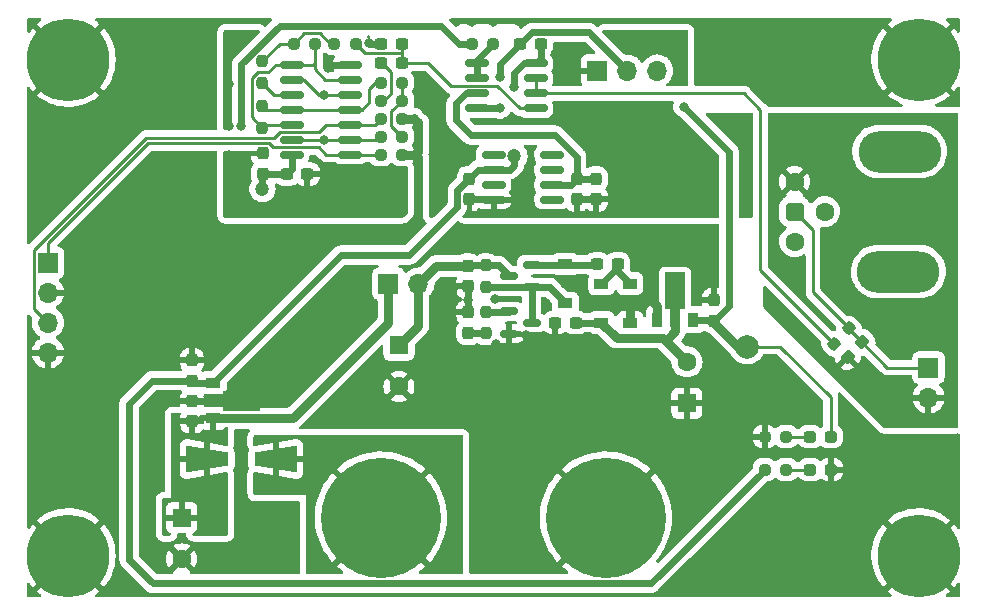
<source format=gbr>
%TF.GenerationSoftware,KiCad,Pcbnew,(5.99.0-9654-g274d4e2eb4)*%
%TF.CreationDate,2021-03-31T09:38:19+08:00*%
%TF.ProjectId,16bit-pwm-dac-board,31366269-742d-4707-976d-2d6461632d62,MK1B1*%
%TF.SameCoordinates,PXfd9da600PY17d7840*%
%TF.FileFunction,Copper,L1,Top*%
%TF.FilePolarity,Positive*%
%FSLAX46Y46*%
G04 Gerber Fmt 4.6, Leading zero omitted, Abs format (unit mm)*
G04 Created by KiCad (PCBNEW (5.99.0-9654-g274d4e2eb4)) date 2021-03-31 09:38:19*
%MOMM*%
%LPD*%
G01*
G04 APERTURE LIST*
G04 Aperture macros list*
%AMRoundRect*
0 Rectangle with rounded corners*
0 $1 Rounding radius*
0 $2 $3 $4 $5 $6 $7 $8 $9 X,Y pos of 4 corners*
0 Add a 4 corners polygon primitive as box body*
4,1,4,$2,$3,$4,$5,$6,$7,$8,$9,$2,$3,0*
0 Add four circle primitives for the rounded corners*
1,1,$1+$1,$2,$3*
1,1,$1+$1,$4,$5*
1,1,$1+$1,$6,$7*
1,1,$1+$1,$8,$9*
0 Add four rect primitives between the rounded corners*
20,1,$1+$1,$2,$3,$4,$5,0*
20,1,$1+$1,$4,$5,$6,$7,0*
20,1,$1+$1,$6,$7,$8,$9,0*
20,1,$1+$1,$8,$9,$2,$3,0*%
%AMOutline4P*
0 Free polygon, 4 corners , with rotation*
0 The origin of the aperture is its center*
0 number of corners: always 4*
0 $1 to $8 corner X, Y*
0 $9 Rotation angle, in degrees counterclockwise*
0 create outline with 4 corners*
4,1,4,$1,$2,$3,$4,$5,$6,$7,$8,$1,$2,$9*%
%AMFreePoly0*
4,1,9,3.862500,-0.866500,0.737500,-0.866500,0.737500,-0.450000,-0.737500,-0.450000,-0.737500,0.450000,0.737500,0.450000,0.737500,0.866500,3.862500,0.866500,3.862500,-0.866500,3.862500,-0.866500,$1*%
G04 Aperture macros list end*
%TA.AperFunction,SMDPad,CuDef*%
%ADD10C,2.000000*%
%TD*%
%TA.AperFunction,SMDPad,CuDef*%
%ADD11RoundRect,0.150000X-0.825000X-0.150000X0.825000X-0.150000X0.825000X0.150000X-0.825000X0.150000X0*%
%TD*%
%TA.AperFunction,ComponentPad*%
%ADD12R,1.600000X1.600000*%
%TD*%
%TA.AperFunction,ComponentPad*%
%ADD13C,1.600000*%
%TD*%
%TA.AperFunction,SMDPad,CuDef*%
%ADD14RoundRect,0.237500X-0.237500X0.300000X-0.237500X-0.300000X0.237500X-0.300000X0.237500X0.300000X0*%
%TD*%
%TA.AperFunction,SMDPad,CuDef*%
%ADD15RoundRect,0.237500X0.300000X0.237500X-0.300000X0.237500X-0.300000X-0.237500X0.300000X-0.237500X0*%
%TD*%
%TA.AperFunction,SMDPad,CuDef*%
%ADD16RoundRect,0.237500X-0.300000X-0.237500X0.300000X-0.237500X0.300000X0.237500X-0.300000X0.237500X0*%
%TD*%
%TA.AperFunction,SMDPad,CuDef*%
%ADD17RoundRect,0.237500X-0.250000X-0.237500X0.250000X-0.237500X0.250000X0.237500X-0.250000X0.237500X0*%
%TD*%
%TA.AperFunction,ComponentPad*%
%ADD18R,1.700000X1.700000*%
%TD*%
%TA.AperFunction,ComponentPad*%
%ADD19O,1.700000X1.700000*%
%TD*%
%TA.AperFunction,ComponentPad*%
%ADD20C,0.800000*%
%TD*%
%TA.AperFunction,ComponentPad*%
%ADD21C,7.000000*%
%TD*%
%TA.AperFunction,SMDPad,CuDef*%
%ADD22RoundRect,0.237500X0.287500X0.237500X-0.287500X0.237500X-0.287500X-0.237500X0.287500X-0.237500X0*%
%TD*%
%TA.AperFunction,SMDPad,CuDef*%
%ADD23RoundRect,0.237500X0.250000X0.237500X-0.250000X0.237500X-0.250000X-0.237500X0.250000X-0.237500X0*%
%TD*%
%TA.AperFunction,SMDPad,CuDef*%
%ADD24RoundRect,0.237500X0.237500X-0.300000X0.237500X0.300000X-0.237500X0.300000X-0.237500X-0.300000X0*%
%TD*%
%TA.AperFunction,SMDPad,CuDef*%
%ADD25RoundRect,0.150000X0.587500X0.150000X-0.587500X0.150000X-0.587500X-0.150000X0.587500X-0.150000X0*%
%TD*%
%TA.AperFunction,SMDPad,CuDef*%
%ADD26RoundRect,0.237500X-0.008839X-0.344715X0.344715X0.008839X0.008839X0.344715X-0.344715X-0.008839X0*%
%TD*%
%TA.AperFunction,SMDPad,CuDef*%
%ADD27RoundRect,0.237500X0.237500X-0.250000X0.237500X0.250000X-0.237500X0.250000X-0.237500X-0.250000X0*%
%TD*%
%TA.AperFunction,ComponentPad*%
%ADD28C,10.160000*%
%TD*%
%TA.AperFunction,SMDPad,CuDef*%
%ADD29Outline4P,-1.800000X-1.150000X1.800000X-0.550000X1.800000X0.550000X-1.800000X1.150000X0.000000*%
%TD*%
%TA.AperFunction,SMDPad,CuDef*%
%ADD30Outline4P,-1.800000X-1.150000X1.800000X-0.550000X1.800000X0.550000X-1.800000X1.150000X180.000000*%
%TD*%
%TA.AperFunction,SMDPad,CuDef*%
%ADD31RoundRect,0.237500X-0.237500X0.250000X-0.237500X-0.250000X0.237500X-0.250000X0.237500X0.250000X0*%
%TD*%
%TA.AperFunction,SMDPad,CuDef*%
%ADD32RoundRect,0.237500X0.044194X0.380070X-0.380070X-0.044194X-0.044194X-0.380070X0.380070X0.044194X0*%
%TD*%
%TA.AperFunction,SMDPad,CuDef*%
%ADD33R,1.200000X0.900000*%
%TD*%
%TA.AperFunction,SMDPad,CuDef*%
%ADD34R,1.300000X0.900000*%
%TD*%
%TA.AperFunction,SMDPad,CuDef*%
%ADD35FreePoly0,0.000000*%
%TD*%
%TA.AperFunction,SMDPad,CuDef*%
%ADD36RoundRect,0.150000X0.825000X0.150000X-0.825000X0.150000X-0.825000X-0.150000X0.825000X-0.150000X0*%
%TD*%
%TA.AperFunction,SMDPad,CuDef*%
%ADD37R,0.900000X1.300000*%
%TD*%
%TA.AperFunction,SMDPad,CuDef*%
%ADD38FreePoly0,90.000000*%
%TD*%
%TA.AperFunction,SMDPad,CuDef*%
%ADD39RoundRect,0.150000X-0.587500X-0.150000X0.587500X-0.150000X0.587500X0.150000X-0.587500X0.150000X0*%
%TD*%
%TA.AperFunction,ComponentPad*%
%ADD40O,7.000000X3.500000*%
%TD*%
%TA.AperFunction,ComponentPad*%
%ADD41RoundRect,0.400000X-0.400000X0.400000X-0.400000X-0.400000X0.400000X-0.400000X0.400000X0.400000X0*%
%TD*%
%TA.AperFunction,ViaPad*%
%ADD42C,0.800000*%
%TD*%
%TA.AperFunction,ViaPad*%
%ADD43C,1.200000*%
%TD*%
%TA.AperFunction,Conductor*%
%ADD44C,0.800000*%
%TD*%
%TA.AperFunction,Conductor*%
%ADD45C,0.600000*%
%TD*%
%TA.AperFunction,Conductor*%
%ADD46C,0.250000*%
%TD*%
G04 APERTURE END LIST*
D10*
%TO.P,TP101,1,1*%
%TO.N,-5V*%
X61463000Y21698000D03*
%TD*%
D11*
%TO.P,U104,1*%
%TO.N,Net-(R110-Pad1)*%
X38629625Y45662625D03*
%TO.P,U104,2,-*%
X38629625Y44392625D03*
%TO.P,U104,3,+*%
%TO.N,/VREF_2V5*%
X38629625Y43122625D03*
%TO.P,U104,4,V-*%
%TO.N,VEE*%
X38629625Y41852625D03*
%TO.P,U104,5,+*%
%TO.N,Net-(C107-Pad2)*%
X43579625Y41852625D03*
%TO.P,U104,6,-*%
%TO.N,Net-(R112-Pad1)*%
X43579625Y43122625D03*
%TO.P,U104,7*%
X43579625Y44392625D03*
%TO.P,U104,8,V+*%
%TO.N,+5V*%
X43579625Y45662625D03*
%TD*%
D12*
%TO.P,C113,1*%
%TO.N,Net-(C113-Pad1)*%
X31999000Y21825000D03*
D13*
%TO.P,C113,2*%
%TO.N,GND*%
X31999000Y18325000D03*
%TD*%
D14*
%TO.P,C101,1*%
%TO.N,+5V*%
X37906000Y35895500D03*
%TO.P,C101,2*%
%TO.N,GNDA*%
X37906000Y34170500D03*
%TD*%
D15*
%TO.P,C108,1*%
%TO.N,Net-(C107-Pad2)*%
X32226500Y47352000D03*
%TO.P,C108,2*%
%TO.N,GNDA*%
X30501500Y47352000D03*
%TD*%
D16*
%TO.P,C107,1*%
%TO.N,Net-(C107-Pad1)*%
X30501500Y45701000D03*
%TO.P,C107,2*%
%TO.N,Net-(C107-Pad2)*%
X32226500Y45701000D03*
%TD*%
D17*
%TO.P,R111,1*%
%TO.N,+5V*%
X62963500Y11284000D03*
%TO.P,R111,2*%
%TO.N,Net-(D102-Pad2)*%
X64788500Y11284000D03*
%TD*%
D18*
%TO.P,J104,1,Pin_1*%
%TO.N,/PWM_HI*%
X2281000Y28800000D03*
D19*
%TO.P,J104,2,Pin_2*%
%TO.N,GND*%
X2281000Y26260000D03*
%TO.P,J104,3,Pin_3*%
%TO.N,/PWM_LO*%
X2281000Y23720000D03*
%TO.P,J104,4,Pin_4*%
%TO.N,GND*%
X2281000Y21180000D03*
%TD*%
D20*
%TO.P,H101,1,1*%
%TO.N,GND*%
X5856155Y44143845D03*
X4000000Y48625000D03*
D21*
X4000000Y46000000D03*
D20*
X1375000Y46000000D03*
X5856155Y47856155D03*
X2143845Y47856155D03*
X2143845Y44143845D03*
X4000000Y43375000D03*
X6625000Y46000000D03*
%TD*%
%TO.P,H103,1,1*%
%TO.N,GND*%
X76000000Y6625000D03*
X76000000Y1375000D03*
X73375000Y4000000D03*
D21*
X76000000Y4000000D03*
D20*
X78625000Y4000000D03*
X77856155Y2143845D03*
X77856155Y5856155D03*
X74143845Y2143845D03*
X74143845Y5856155D03*
%TD*%
D11*
%TO.P,U102,1,DNC*%
%TO.N,N/C*%
X40003000Y37954000D03*
%TO.P,U102,2,Vin*%
%TO.N,+5V*%
X40003000Y36684000D03*
%TO.P,U102,3,Temp*%
%TO.N,N/C*%
X40003000Y35414000D03*
%TO.P,U102,4,GND*%
%TO.N,GNDA*%
X40003000Y34144000D03*
%TO.P,U102,5,Trim/NR*%
%TO.N,N/C*%
X44953000Y34144000D03*
%TO.P,U102,6,Vout*%
%TO.N,/VREF_2V5*%
X44953000Y35414000D03*
%TO.P,U102,7,NC*%
%TO.N,N/C*%
X44953000Y36684000D03*
%TO.P,U102,8,DNC*%
X44953000Y37954000D03*
%TD*%
D15*
%TO.P,C110,1*%
%TO.N,+5V*%
X43999125Y47313625D03*
%TO.P,C110,2*%
%TO.N,VEE*%
X42274125Y47313625D03*
%TD*%
D22*
%TO.P,D102,1,K*%
%TO.N,GND*%
X68561000Y11284000D03*
%TO.P,D102,2,A*%
%TO.N,Net-(D102-Pad2)*%
X66811000Y11284000D03*
%TD*%
D18*
%TO.P,J103,1,Pin_1*%
%TO.N,+9V*%
X31105000Y27032000D03*
D19*
%TO.P,J103,2,Pin_2*%
%TO.N,Net-(C113-Pad1)*%
X33645000Y27032000D03*
%TD*%
D23*
%TO.P,R109,1*%
%TO.N,Net-(R103-Pad2)*%
X32276500Y42526000D03*
%TO.P,R109,2*%
%TO.N,Net-(C107-Pad1)*%
X30451500Y42526000D03*
%TD*%
D12*
%TO.P,C117,1*%
%TO.N,GND*%
X56383000Y16898500D03*
D13*
%TO.P,C117,2*%
%TO.N,Net-(C117-Pad2)*%
X56383000Y20398500D03*
%TD*%
D24*
%TO.P,C114,1*%
%TO.N,/PWM_NEG_IN*%
X37841000Y22867500D03*
%TO.P,C114,2*%
%TO.N,GND*%
X37841000Y24592500D03*
%TD*%
D18*
%TO.P,J107,1,Pin_1*%
%TO.N,GNDA*%
X48778000Y45066000D03*
D19*
%TO.P,J107,2,Pin_2*%
%TO.N,VEE*%
X51318000Y45066000D03*
%TO.P,J107,3,Pin_3*%
%TO.N,-5V*%
X53858000Y45066000D03*
%TD*%
D23*
%TO.P,R110,1*%
%TO.N,Net-(R110-Pad1)*%
X39985125Y47313625D03*
%TO.P,R110,2*%
%TO.N,+2V5*%
X38160125Y47313625D03*
%TD*%
D17*
%TO.P,R103,1*%
%TO.N,Net-(R103-Pad1)*%
X30451500Y39478000D03*
%TO.P,R103,2*%
%TO.N,Net-(R103-Pad2)*%
X32276500Y39478000D03*
%TD*%
D25*
%TO.P,Q102,1,B*%
%TO.N,Net-(D104-Pad1)*%
X43223500Y26717000D03*
%TO.P,Q102,2,E*%
%TO.N,Net-(C116-Pad1)*%
X43223500Y28617000D03*
%TO.P,Q102,3,C*%
%TO.N,Net-(C113-Pad1)*%
X41348500Y27667000D03*
%TD*%
D14*
%TO.P,C115,1*%
%TO.N,Net-(C113-Pad1)*%
X37841000Y28529500D03*
%TO.P,C115,2*%
%TO.N,GND*%
X37841000Y26804500D03*
%TD*%
D26*
%TO.P,R112,1*%
%TO.N,Net-(R112-Pad1)*%
X68818765Y21941765D03*
%TO.P,R112,2*%
%TO.N,/DAC_OUT*%
X70109235Y23232235D03*
%TD*%
D27*
%TO.P,R114,1*%
%TO.N,/PWM_NEG_IN*%
X39365000Y22817500D03*
%TO.P,R114,2*%
%TO.N,Net-(Q101-Pad1)*%
X39365000Y24642500D03*
%TD*%
D17*
%TO.P,R113,1*%
%TO.N,GND*%
X62963500Y14078000D03*
%TO.P,R113,2*%
%TO.N,Net-(D103-Pad2)*%
X64788500Y14078000D03*
%TD*%
D18*
%TO.P,J105,1,Pin_1*%
%TO.N,/DAC_OUT*%
X76830000Y19920000D03*
D19*
%TO.P,J105,2,Pin_2*%
%TO.N,GNDA*%
X76830000Y17380000D03*
%TD*%
D16*
%TO.P,C116,1*%
%TO.N,Net-(C116-Pad1)*%
X48789500Y28683000D03*
%TO.P,C116,2*%
%TO.N,Net-(C116-Pad2)*%
X50514500Y28683000D03*
%TD*%
D14*
%TO.P,C119,1*%
%TO.N,GND*%
X58669000Y25608500D03*
%TO.P,C119,2*%
%TO.N,-5V*%
X58669000Y23883500D03*
%TD*%
D28*
%TO.P,J102,1,Pin_1*%
%TO.N,GND*%
X49525000Y7220000D03*
%TD*%
D20*
%TO.P,H102,1,1*%
%TO.N,GND*%
X4000000Y6625000D03*
X2143845Y5856155D03*
X4000000Y1375000D03*
X1375000Y4000000D03*
X5856155Y2143845D03*
X5856155Y5856155D03*
X2143845Y2143845D03*
D21*
X4000000Y4000000D03*
D20*
X6625000Y4000000D03*
%TD*%
D29*
%TO.P,D101,1,K*%
%TO.N,+9V*%
X15764000Y12173000D03*
D30*
%TO.P,D101,2,A*%
%TO.N,/VIN_9V*%
X21564000Y12173000D03*
%TD*%
D31*
%TO.P,R115,1*%
%TO.N,Net-(C113-Pad1)*%
X39365000Y28579500D03*
%TO.P,R115,2*%
%TO.N,Net-(D104-Pad1)*%
X39365000Y26754500D03*
%TD*%
D17*
%TO.P,R108,1*%
%TO.N,Net-(R105-Pad2)*%
X26514500Y47352000D03*
%TO.P,R108,2*%
%TO.N,Net-(C107-Pad2)*%
X28339500Y47352000D03*
%TD*%
D32*
%TO.P,C112,1*%
%TO.N,/DAC_OUT*%
X71216880Y22053880D03*
%TO.P,C112,2*%
%TO.N,GNDA*%
X69997120Y20834120D03*
%TD*%
D24*
%TO.P,C111,1*%
%TO.N,+2V5*%
X20463000Y36329500D03*
%TO.P,C111,2*%
%TO.N,GNDA*%
X20463000Y38054500D03*
%TD*%
D33*
%TO.P,D106,1,K*%
%TO.N,Net-(C116-Pad2)*%
X49144000Y27031000D03*
%TO.P,D106,2,A*%
%TO.N,Net-(C117-Pad2)*%
X49144000Y23731000D03*
%TD*%
D34*
%TO.P,U103,1,OUT*%
%TO.N,+5V*%
X16252000Y18626000D03*
D35*
%TO.P,U103,2,GND*%
%TO.N,GND*%
X16339500Y17126000D03*
D34*
%TO.P,U103,3,IN*%
%TO.N,+9V*%
X16252000Y15626000D03*
%TD*%
D31*
%TO.P,R104,1*%
%TO.N,Net-(R104-Pad1)*%
X20442000Y42041500D03*
%TO.P,R104,2*%
%TO.N,Net-(R104-Pad2)*%
X20442000Y40216500D03*
%TD*%
D16*
%TO.P,C109,1*%
%TO.N,+2V5*%
X22521500Y36303000D03*
%TO.P,C109,2*%
%TO.N,GNDA*%
X24246500Y36303000D03*
%TD*%
D14*
%TO.P,C105,1*%
%TO.N,/VREF_2V5*%
X48701000Y35895500D03*
%TO.P,C105,2*%
%TO.N,GNDA*%
X48701000Y34170500D03*
%TD*%
D33*
%TO.P,D105,1,K*%
%TO.N,GND*%
X51557000Y23731000D03*
%TO.P,D105,2,A*%
%TO.N,Net-(C116-Pad2)*%
X51557000Y27031000D03*
%TD*%
D12*
%TO.P,C102,1*%
%TO.N,+9V*%
X13605000Y7220000D03*
D13*
%TO.P,C102,2*%
%TO.N,GND*%
X13605000Y3720000D03*
%TD*%
D14*
%TO.P,C103,1*%
%TO.N,/VREF_2V5*%
X47050000Y35895500D03*
%TO.P,C103,2*%
%TO.N,GNDA*%
X47050000Y34170500D03*
%TD*%
D17*
%TO.P,R102,1*%
%TO.N,/PWM_LO*%
X30451500Y41002000D03*
%TO.P,R102,2*%
%TO.N,GND*%
X32276500Y41002000D03*
%TD*%
D24*
%TO.P,C106,1*%
%TO.N,+5V*%
X14473000Y18803500D03*
%TO.P,C106,2*%
%TO.N,GND*%
X14473000Y20528500D03*
%TD*%
D36*
%TO.P,U101,1*%
%TO.N,/PWM_HI*%
X27870000Y37954000D03*
%TO.P,U101,2*%
%TO.N,Net-(R103-Pad1)*%
X27870000Y39224000D03*
%TO.P,U101,3*%
%TO.N,/PWM_LO*%
X27870000Y40494000D03*
%TO.P,U101,4*%
%TO.N,Net-(R104-Pad1)*%
X27870000Y41764000D03*
%TO.P,U101,5*%
%TO.N,Net-(R103-Pad1)*%
X27870000Y43034000D03*
%TO.P,U101,6*%
%TO.N,Net-(R104-Pad2)*%
X27870000Y44304000D03*
%TO.P,U101,7,GND*%
%TO.N,GNDA*%
X27870000Y45574000D03*
%TO.P,U101,8*%
%TO.N,Net-(R104-Pad2)*%
X22920000Y45574000D03*
%TO.P,U101,9*%
%TO.N,Net-(R103-Pad1)*%
X22920000Y44304000D03*
%TO.P,U101,10*%
%TO.N,Net-(R106-Pad1)*%
X22920000Y43034000D03*
%TO.P,U101,11*%
%TO.N,Net-(R104-Pad1)*%
X22920000Y41764000D03*
%TO.P,U101,12*%
%TO.N,Net-(R104-Pad2)*%
X22920000Y40494000D03*
%TO.P,U101,13*%
%TO.N,Net-(R103-Pad1)*%
X22920000Y39224000D03*
%TO.P,U101,14,3.3V*%
%TO.N,+2V5*%
X22920000Y37954000D03*
%TD*%
D16*
%TO.P,C118,1*%
%TO.N,GND*%
X45233500Y23730000D03*
%TO.P,C118,2*%
%TO.N,Net-(C117-Pad2)*%
X46958500Y23730000D03*
%TD*%
D28*
%TO.P,J101,1,Pin_1*%
%TO.N,/VIN_9V*%
X30475000Y7220000D03*
%TD*%
D22*
%TO.P,D103,1,K*%
%TO.N,-5V*%
X68561000Y14078000D03*
%TO.P,D103,2,A*%
%TO.N,Net-(D103-Pad2)*%
X66811000Y14078000D03*
%TD*%
D20*
%TO.P,H104,1,1*%
%TO.N,GND*%
X74143845Y47856155D03*
X77856155Y47856155D03*
X73375000Y46000000D03*
X78625000Y46000000D03*
X76000000Y48625000D03*
X76000000Y43375000D03*
D21*
X76000000Y46000000D03*
D20*
X74143845Y44143845D03*
X77856155Y44143845D03*
%TD*%
D23*
%TO.P,R105,1*%
%TO.N,Net-(R104-Pad2)*%
X24910500Y47352000D03*
%TO.P,R105,2*%
%TO.N,Net-(R105-Pad2)*%
X23085500Y47352000D03*
%TD*%
D17*
%TO.P,R107,1*%
%TO.N,Net-(R104-Pad1)*%
X30451500Y44050000D03*
%TO.P,R107,2*%
%TO.N,Net-(R103-Pad2)*%
X32276500Y44050000D03*
%TD*%
D37*
%TO.P,U105,1,GND*%
%TO.N,GND*%
X53867000Y23985000D03*
D38*
%TO.P,U105,2,VI*%
%TO.N,Net-(C117-Pad2)*%
X55367000Y24072500D03*
D37*
%TO.P,U105,3,VO*%
%TO.N,-5V*%
X56867000Y23985000D03*
%TD*%
D39*
%TO.P,Q101,1,B*%
%TO.N,Net-(Q101-Pad1)*%
X41348500Y24680000D03*
%TO.P,Q101,2,E*%
%TO.N,GND*%
X41348500Y22780000D03*
%TO.P,Q101,3,C*%
%TO.N,Net-(D104-Pad1)*%
X43223500Y23730000D03*
%TD*%
D17*
%TO.P,R101,1*%
%TO.N,/PWM_HI*%
X30451500Y37954000D03*
%TO.P,R101,2*%
%TO.N,GND*%
X32276500Y37954000D03*
%TD*%
D27*
%TO.P,R106,1*%
%TO.N,Net-(R106-Pad1)*%
X20442000Y44026500D03*
%TO.P,R106,2*%
%TO.N,Net-(R105-Pad2)*%
X20442000Y45851500D03*
%TD*%
D40*
%TO.P,J106,*%
%TO.N,*%
X74285000Y28048000D03*
X74385000Y38208000D03*
D41*
%TO.P,J106,1,In*%
%TO.N,/DAC_OUT*%
X65495000Y33128000D03*
D13*
%TO.P,J106,2,Ext*%
%TO.N,GNDA*%
X65495000Y35668000D03*
%TO.P,J106,3*%
%TO.N,N/C*%
X68035000Y33128000D03*
%TO.P,J106,4*%
X65495000Y30588000D03*
%TD*%
D33*
%TO.P,D104,1,K*%
%TO.N,Net-(D104-Pad1)*%
X46096000Y25382000D03*
%TO.P,D104,2,A*%
%TO.N,Net-(C116-Pad1)*%
X46096000Y28682000D03*
%TD*%
D24*
%TO.P,C104,1*%
%TO.N,+9V*%
X14473000Y15374500D03*
%TO.P,C104,2*%
%TO.N,GND*%
X14473000Y17099500D03*
%TD*%
D42*
%TO.N,GND*%
X36825000Y21444000D03*
X41397000Y20428000D03*
X40254000Y21952000D03*
X42794000Y22714000D03*
X44445000Y25381000D03*
X45207000Y22206000D03*
X53589000Y27794000D03*
X53589000Y26524000D03*
X53589000Y25381000D03*
X49525000Y25381000D03*
X51430000Y25381000D03*
%TO.N,GNDA*%
X30094000Y33382000D03*
X26030000Y45320000D03*
X61590000Y38081000D03*
X21712000Y33509000D03*
X55621000Y38081000D03*
X17648000Y37954000D03*
X55875000Y45066000D03*
X49525000Y38081000D03*
X30983000Y36303000D03*
X74417000Y33128000D03*
X55621000Y33890000D03*
X30094000Y35160000D03*
X46350000Y41764000D03*
X37587000Y38081000D03*
X17648000Y40367000D03*
X35174000Y36303000D03*
X74417000Y23603000D03*
X19172000Y47733000D03*
X64511000Y24365000D03*
X29427000Y47409636D03*
X45969000Y47098000D03*
X17775000Y34144000D03*
X17648000Y43923000D03*
X26919000Y33382000D03*
X61590000Y34525000D03*
%TO.N,+5V*%
X41778000Y43669000D03*
D43*
X41778000Y37827000D03*
D42*
%TO.N,GND*%
X26665000Y24365000D03*
X39746000Y5061000D03*
X57272000Y26778000D03*
X33269000Y41002000D03*
X13584000Y37700000D03*
X39746000Y16745000D03*
X20950000Y17126000D03*
X40762000Y31350000D03*
X32380000Y31350000D03*
X22347000Y7855000D03*
X7234000Y33636000D03*
X64384000Y17634000D03*
X7361000Y37700000D03*
X2281000Y33255000D03*
X46096000Y27032000D03*
X26919000Y15475000D03*
X36571000Y24619000D03*
X13457000Y40748000D03*
X37841000Y25635000D03*
X58161000Y11792000D03*
X18537000Y18777000D03*
X58415000Y27413000D03*
X9139000Y40113000D03*
X45461000Y15602000D03*
X48128000Y25381000D03*
X52700000Y31350000D03*
X22347000Y3537000D03*
X36698000Y26778000D03*
X11425000Y21063000D03*
X20950000Y18904000D03*
X11933000Y17507000D03*
X57272000Y28937000D03*
X39746000Y11792000D03*
X11044000Y26270000D03*
X36444000Y29953000D03*
X4567000Y35668000D03*
X11171000Y3664000D03*
X48890000Y31350000D03*
X16378000Y3537000D03*
X57272000Y25635000D03*
X6980000Y32493000D03*
X11044000Y13443000D03*
X57272000Y27921000D03*
X16632000Y26270000D03*
X68829000Y42653000D03*
X11425000Y37573000D03*
X64003000Y42653000D03*
X33269000Y37954000D03*
X24125000Y21698000D03*
X44318000Y31350000D03*
X40127000Y25762000D03*
X5075000Y30969000D03*
D43*
%TO.N,+2V5*%
X20442000Y35033000D03*
D42*
X18664000Y40367000D03*
%TO.N,-5V*%
X56129000Y42018000D03*
%TO.N,Net-(R103-Pad1)*%
X25649000Y39224000D03*
X25649000Y43034000D03*
%TO.N,VEE*%
X40546375Y41891000D03*
X40546375Y44558000D03*
%TD*%
D44*
%TO.N,GND*%
X51557000Y25254000D02*
X51430000Y25381000D01*
X51557000Y23731000D02*
X51557000Y25254000D01*
X53867000Y25103000D02*
X53589000Y25381000D01*
X53867000Y23985000D02*
X53867000Y25103000D01*
%TO.N,Net-(C117-Pad2)*%
X54321500Y22460000D02*
X54575500Y22206000D01*
X50415000Y22460000D02*
X54321500Y22460000D01*
X49144000Y23731000D02*
X50415000Y22460000D01*
X55367000Y22997500D02*
X54575500Y22206000D01*
X55367000Y24072500D02*
X55367000Y22997500D01*
X54575500Y22206000D02*
X56383000Y20398500D01*
D45*
X55367000Y24485020D02*
X55367000Y24072500D01*
D44*
%TO.N,-5V*%
X58669000Y23730000D02*
X58669000Y23883500D01*
X61463000Y21698000D02*
X60701000Y21698000D01*
X60701000Y21698000D02*
X58669000Y23730000D01*
D46*
X68561000Y14078000D02*
X68561000Y17394000D01*
X68561000Y17394000D02*
X64257000Y21698000D01*
X64257000Y21698000D02*
X61463000Y21698000D01*
D45*
%TO.N,GNDA*%
X30501500Y47352000D02*
X29484636Y47352000D01*
X26284000Y45574000D02*
X26030000Y45320000D01*
X39976500Y34170500D02*
X40003000Y34144000D01*
X37906000Y34170500D02*
X39976500Y34170500D01*
X29484636Y47352000D02*
X29427000Y47409636D01*
X27870000Y45574000D02*
X26284000Y45574000D01*
X47050000Y34170500D02*
X48701000Y34170500D01*
%TO.N,+5V*%
X43999125Y47313625D02*
X43999125Y46082125D01*
X53319489Y1639989D02*
X11163011Y1639989D01*
X38694500Y36684000D02*
X37906000Y35895500D01*
X9139000Y16872000D02*
X11070500Y18803500D01*
X41778000Y43669000D02*
X41778000Y44836000D01*
X11070500Y18803500D02*
X14473000Y18803500D01*
X40003000Y36684000D02*
X38694500Y36684000D01*
X36930980Y33505730D02*
X36930980Y34920480D01*
X16252000Y18626000D02*
X14650500Y18626000D01*
X16252000Y18626000D02*
X27071000Y29445000D01*
X62963500Y11284000D02*
X53319489Y1639989D01*
X40003000Y36684000D02*
X40978000Y36684000D01*
X41778000Y44836000D02*
X42604625Y45662625D01*
X36930980Y34920480D02*
X37906000Y35895500D01*
X42604625Y45662625D02*
X43579625Y45662625D01*
X41397000Y36684000D02*
X41778000Y37065000D01*
X32870250Y29445000D02*
X36930980Y33505730D01*
X41778000Y37065000D02*
X41778000Y37827000D01*
X9139000Y3664000D02*
X9139000Y16872000D01*
X11163011Y1639989D02*
X9139000Y3664000D01*
X40003000Y36684000D02*
X41397000Y36684000D01*
X43999125Y46082125D02*
X43579625Y45662625D01*
X27071000Y29445000D02*
X32870250Y29445000D01*
%TO.N,/VREF_2V5*%
X36825000Y40875000D02*
X36825000Y42293000D01*
X47050000Y35895500D02*
X48701000Y35895500D01*
X45196268Y39605000D02*
X38095000Y39605000D01*
X47050000Y35895500D02*
X47050000Y37751268D01*
X47050000Y37751268D02*
X45196268Y39605000D01*
X36825000Y42293000D02*
X37654625Y43122625D01*
X46568500Y35414000D02*
X47050000Y35895500D01*
X38095000Y39605000D02*
X36825000Y40875000D01*
X44953000Y35414000D02*
X46568500Y35414000D01*
X37654625Y43122625D02*
X38629625Y43122625D01*
D44*
%TO.N,GND*%
X33650000Y32620000D02*
X33650000Y37573000D01*
X32380000Y31350000D02*
X33650000Y32620000D01*
X33650000Y40621000D02*
X33269000Y41002000D01*
D45*
X37841000Y25635000D02*
X37841000Y24592500D01*
X37841000Y26804500D02*
X37841000Y25635000D01*
D44*
X33650000Y37573000D02*
X33269000Y37954000D01*
X32276500Y41002000D02*
X33269000Y41002000D01*
X32276500Y37954000D02*
X33269000Y37954000D01*
X33269000Y37954000D02*
X33650000Y38335000D01*
X33650000Y38335000D02*
X33650000Y40621000D01*
D45*
X14473000Y17099500D02*
X16313000Y17099500D01*
D44*
%TO.N,+9V*%
X31105000Y23725000D02*
X31105000Y27032000D01*
D45*
X14724500Y15626000D02*
X14473000Y15374500D01*
D44*
X23006000Y15626000D02*
X31105000Y23725000D01*
X16252000Y15626000D02*
X23006000Y15626000D01*
D46*
%TO.N,Net-(C107-Pad2)*%
X29139520Y46551980D02*
X32214980Y46551980D01*
X32226500Y46563500D02*
X32226500Y45701000D01*
X32214980Y46551980D02*
X32226500Y46563500D01*
X42204142Y41852625D02*
X43579625Y41852625D01*
X28339500Y47352000D02*
X29139520Y46551980D01*
X36428855Y43747645D02*
X40309122Y43747645D01*
X34475500Y45701000D02*
X36428855Y43747645D01*
X40309122Y43747645D02*
X42204142Y41852625D01*
X32226500Y47352000D02*
X32226500Y46563500D01*
X32226500Y45701000D02*
X34475500Y45701000D01*
%TO.N,Net-(C107-Pad1)*%
X31364000Y44939000D02*
X30602000Y45701000D01*
X31364000Y43161000D02*
X31364000Y44939000D01*
X30729000Y42526000D02*
X31364000Y43161000D01*
D45*
%TO.N,+2V5*%
X20442000Y35033000D02*
X20442000Y36308500D01*
X21926008Y48866020D02*
X18664000Y45604012D01*
X20442000Y36308500D02*
X20463000Y36329500D01*
X22920000Y37954000D02*
X22920000Y36701500D01*
X18664000Y45604012D02*
X18664000Y40367000D01*
X35564980Y48866020D02*
X21926008Y48866020D01*
X37117375Y47313625D02*
X35564980Y48866020D01*
X38160125Y47313625D02*
X37117375Y47313625D01*
X20463000Y36329500D02*
X22495000Y36329500D01*
X22920000Y36701500D02*
X22521500Y36303000D01*
D46*
%TO.N,/DAC_OUT*%
X65495000Y33128000D02*
X67051000Y31572000D01*
X70109235Y23161525D02*
X71216880Y22053880D01*
X70109235Y23232235D02*
X70109235Y23161525D01*
X67051000Y31572000D02*
X67051000Y26290470D01*
X76830000Y19920000D02*
X73350760Y19920000D01*
X73350760Y19920000D02*
X71216880Y22053880D01*
X67051000Y26290470D02*
X70109235Y23232235D01*
D45*
%TO.N,/PWM_NEG_IN*%
X39315000Y22867500D02*
X39365000Y22817500D01*
X37841000Y22867500D02*
X39315000Y22867500D01*
D44*
%TO.N,Net-(C113-Pad1)*%
X33645000Y23471000D02*
X33645000Y27032000D01*
X31999000Y21825000D02*
X33645000Y23471000D01*
X35142500Y28529500D02*
X33645000Y27032000D01*
D45*
X37891000Y28579500D02*
X39365000Y28579500D01*
X39365000Y28579500D02*
X40436000Y28579500D01*
D44*
X37841000Y28529500D02*
X35142500Y28529500D01*
D45*
X40436000Y28579500D02*
X41348500Y27667000D01*
%TO.N,Net-(C116-Pad2)*%
X50514500Y28683000D02*
X50514500Y28073500D01*
X50514500Y28401500D02*
X49144000Y27031000D01*
X50514500Y28073500D02*
X51557000Y27031000D01*
%TO.N,Net-(C116-Pad1)*%
X43223500Y28617000D02*
X48723500Y28617000D01*
%TO.N,Net-(C117-Pad2)*%
X46958500Y23730000D02*
X49143000Y23730000D01*
%TO.N,-5V*%
X56129000Y42018000D02*
X59939000Y38208000D01*
X58567500Y23985000D02*
X58669000Y23883500D01*
X59939000Y33382000D02*
X59939000Y27286000D01*
X59939000Y25153500D02*
X59417750Y24632250D01*
X59417750Y24632250D02*
X58669000Y23883500D01*
X59939000Y38208000D02*
X59939000Y25153500D01*
X56867000Y23985000D02*
X58567500Y23985000D01*
X59644020Y24858520D02*
X59417750Y24632250D01*
D46*
%TO.N,Net-(D102-Pad2)*%
X64788500Y11284000D02*
X66811000Y11284000D01*
%TO.N,Net-(D103-Pad2)*%
X64788500Y14078000D02*
X66811000Y14078000D01*
D44*
%TO.N,/VIN_9V*%
X27173000Y10522000D02*
X30475000Y7220000D01*
D46*
%TO.N,/PWM_LO*%
X21898240Y39868980D02*
X25220963Y39868980D01*
X2281000Y23720000D02*
X1105989Y24895011D01*
X25220963Y39868980D02*
X25845983Y40494000D01*
X1105989Y29910009D02*
X10563020Y39367040D01*
X30451500Y41002000D02*
X29943500Y40494000D01*
X21396300Y39367040D02*
X21898240Y39868980D01*
X10563020Y39367040D02*
X21396300Y39367040D01*
X29943500Y40494000D02*
X27870000Y40494000D01*
X1105989Y24895011D02*
X1105989Y29910009D01*
X25845983Y40494000D02*
X27870000Y40494000D01*
%TO.N,/PWM_HI*%
X21340980Y38579020D02*
X25220963Y38579020D01*
X25220963Y38579020D02*
X25845983Y37954000D01*
X2281000Y28800000D02*
X2281000Y30448596D01*
X10749424Y38917020D02*
X21002980Y38917020D01*
X25845983Y37954000D02*
X27870000Y37954000D01*
X30451500Y37954000D02*
X27870000Y37954000D01*
X2281000Y30448596D02*
X10749424Y38917020D01*
X21002980Y38917020D02*
X21340980Y38579020D01*
D45*
%TO.N,Net-(Q101-Pad1)*%
X39365000Y24642500D02*
X41311000Y24642500D01*
X41311000Y24642500D02*
X41348500Y24680000D01*
D46*
%TO.N,Net-(R103-Pad2)*%
X31364000Y40390500D02*
X31364000Y41613500D01*
X32276500Y39478000D02*
X31364000Y40390500D01*
X31364000Y41613500D02*
X32276500Y42526000D01*
X32276500Y42526000D02*
X32276500Y44050000D01*
%TO.N,Net-(R103-Pad1)*%
X25649000Y39224000D02*
X22920000Y39224000D01*
X27870000Y39224000D02*
X30197500Y39224000D01*
X22920000Y44304000D02*
X23998000Y44304000D01*
X25268000Y43034000D02*
X25649000Y43034000D01*
X27870000Y39224000D02*
X25649000Y39224000D01*
X25649000Y43034000D02*
X27870000Y43034000D01*
X23998000Y44304000D02*
X25268000Y43034000D01*
%TO.N,Net-(R104-Pad2)*%
X22920000Y45574000D02*
X24760000Y45574000D01*
X24910500Y45724500D02*
X24910500Y47352000D01*
X24760000Y45574000D02*
X24910500Y45724500D01*
X27870000Y44304000D02*
X25776000Y44304000D01*
X19553000Y41105500D02*
X20442000Y40216500D01*
X20071476Y44939000D02*
X19553000Y44420524D01*
X25776000Y44304000D02*
X24910500Y45169500D01*
X22920000Y45574000D02*
X21585000Y45574000D01*
X20950000Y44939000D02*
X20071476Y44939000D01*
X21585000Y45574000D02*
X20950000Y44939000D01*
X22920000Y40494000D02*
X20719500Y40494000D01*
X19553000Y44420524D02*
X19553000Y41105500D01*
X24910500Y45169500D02*
X24910500Y45724500D01*
%TO.N,Net-(R104-Pad1)*%
X30451500Y44050000D02*
X29967000Y44050000D01*
X29459000Y43542000D02*
X29459000Y42378000D01*
X29967000Y44050000D02*
X29459000Y43542000D01*
X29459000Y42378000D02*
X28845000Y41764000D01*
X28845000Y41764000D02*
X27870000Y41764000D01*
X27870000Y41764000D02*
X22920000Y41764000D01*
X22920000Y41764000D02*
X20719500Y41764000D01*
%TO.N,Net-(R105-Pad2)*%
X25304524Y48241000D02*
X23974500Y48241000D01*
X23974500Y48241000D02*
X23085500Y47352000D01*
X23085500Y47352000D02*
X21942500Y47352000D01*
X21942500Y47352000D02*
X20442000Y45851500D01*
X26193524Y47352000D02*
X25304524Y48241000D01*
%TO.N,Net-(R106-Pad1)*%
X20442000Y44026500D02*
X21434500Y43034000D01*
X21434500Y43034000D02*
X22920000Y43034000D01*
D45*
%TO.N,Net-(R110-Pad1)*%
X38629625Y45662625D02*
X38629625Y45958125D01*
X38629625Y44392625D02*
X38629625Y45662625D01*
X38629625Y45958125D02*
X39985125Y47313625D01*
D46*
%TO.N,Net-(R112-Pad1)*%
X61247375Y43122625D02*
X62606000Y41764000D01*
X43579625Y43122625D02*
X61247375Y43122625D01*
X43579625Y44392625D02*
X43579625Y43122625D01*
X62606000Y28154530D02*
X68818765Y21941765D01*
X62606000Y41764000D02*
X62606000Y28154530D01*
D45*
%TO.N,Net-(D104-Pad1)*%
X43223500Y26717000D02*
X44761000Y26717000D01*
X39365000Y26754500D02*
X43186000Y26754500D01*
X43186000Y26754500D02*
X43223500Y26717000D01*
X44761000Y26717000D02*
X46096000Y25382000D01*
X43223500Y23730000D02*
X43223500Y26717000D01*
%TO.N,VEE*%
X43249145Y48288645D02*
X42274125Y47313625D01*
X48095355Y48288645D02*
X43249145Y48288645D01*
X40546375Y44558000D02*
X40546375Y45585875D01*
X40546375Y45585875D02*
X42274125Y47313625D01*
X40546375Y41891000D02*
X40508000Y41852625D01*
X40508000Y41852625D02*
X38629625Y41852625D01*
X51318000Y45066000D02*
X48095355Y48288645D01*
%TD*%
%TA.AperFunction,Conductor*%
%TO.N,GND*%
G36*
X33440101Y41365173D02*
G01*
X33453270Y41359384D01*
X33456659Y41357657D01*
X33456676Y41357648D01*
X33457423Y41357268D01*
X33458180Y41356907D01*
X33458190Y41356902D01*
X33474744Y41349006D01*
X33502329Y41331091D01*
X33516881Y41318662D01*
X33527130Y41310361D01*
X33527786Y41309857D01*
X33527807Y41309841D01*
X33530807Y41307539D01*
X33545492Y41294317D01*
X33548656Y41290983D01*
X33557983Y41281656D01*
X33558568Y41281101D01*
X33558614Y41281056D01*
X33572062Y41268295D01*
X33581153Y41258715D01*
X33581909Y41257829D01*
X33581932Y41257803D01*
X33582700Y41256904D01*
X33609752Y41227641D01*
X33875641Y40961752D01*
X33904904Y40934700D01*
X33905840Y40933901D01*
X33906759Y40933084D01*
X33906697Y40933014D01*
X33917179Y40922799D01*
X33929449Y40909172D01*
X33938486Y40899397D01*
X33940352Y40897431D01*
X33942770Y40894882D01*
X33942818Y40894832D01*
X33943027Y40894612D01*
X33944620Y40892976D01*
X33951227Y40885638D01*
X33952438Y40884182D01*
X33952479Y40884133D01*
X33952728Y40883834D01*
X33956998Y40878835D01*
X33965749Y40868858D01*
X33971810Y40862126D01*
X33990437Y40835024D01*
X33994336Y40827371D01*
X33994365Y40827316D01*
X33994550Y40826952D01*
X34000741Y40815185D01*
X34003888Y40809389D01*
X34010385Y40797787D01*
X34014910Y40789950D01*
X34027496Y40759564D01*
X34029839Y40750820D01*
X34033454Y40738000D01*
X34035326Y40731681D01*
X34039265Y40718997D01*
X34039392Y40718606D01*
X34039406Y40718562D01*
X34042062Y40710387D01*
X34048055Y40678052D01*
X34048528Y40669028D01*
X34049395Y40655793D01*
X34049912Y40649218D01*
X34050129Y40646857D01*
X34050644Y40637024D01*
X34050675Y40634676D01*
X34050848Y40628082D01*
X34051369Y40614818D01*
X34051394Y40614344D01*
X34052327Y40596533D01*
X34052142Y40581929D01*
X34052235Y40581923D01*
X34052163Y40580700D01*
X34052065Y40579459D01*
X34050500Y40539609D01*
X34050500Y38416391D01*
X34052066Y38376539D01*
X34052163Y38375310D01*
X34052236Y38374064D01*
X34052140Y38374058D01*
X34052327Y38359470D01*
X34051676Y38347050D01*
X34051369Y38341186D01*
X34050848Y38327918D01*
X34050675Y38321324D01*
X34050670Y38320958D01*
X34050670Y38320949D01*
X34050644Y38318977D01*
X34050128Y38309137D01*
X34049912Y38306782D01*
X34049395Y38300207D01*
X34048529Y38286994D01*
X34048514Y38286700D01*
X34048510Y38286640D01*
X34048329Y38283181D01*
X34048328Y38283157D01*
X34048055Y38277948D01*
X34042061Y38245607D01*
X34039267Y38237007D01*
X34039171Y38236698D01*
X34039157Y38236654D01*
X34037315Y38230723D01*
X34035333Y38224341D01*
X34033459Y38218016D01*
X34029838Y38205178D01*
X34020035Y38168590D01*
X34017695Y38160858D01*
X34011409Y38142270D01*
X34011052Y38141055D01*
X34011045Y38141032D01*
X34007163Y38127808D01*
X34005670Y38122724D01*
X33995698Y38082860D01*
X33986756Y37938545D01*
X33992495Y37867781D01*
X34012550Y37779659D01*
X34013952Y37769390D01*
X34012132Y37768902D01*
X34013840Y37762527D01*
X34013844Y37762516D01*
X34015637Y37755824D01*
X34015637Y37755823D01*
X34029727Y37703236D01*
X34029745Y37703170D01*
X34029839Y37702820D01*
X34033454Y37690000D01*
X34035326Y37683681D01*
X34039265Y37670997D01*
X34039392Y37670606D01*
X34039406Y37670562D01*
X34042062Y37662387D01*
X34048055Y37630052D01*
X34048528Y37621028D01*
X34049395Y37607793D01*
X34049912Y37601218D01*
X34049942Y37600886D01*
X34049945Y37600856D01*
X34050129Y37598850D01*
X34050644Y37589020D01*
X34050675Y37586676D01*
X34050848Y37580082D01*
X34051370Y37566808D01*
X34052328Y37548536D01*
X34052132Y37533935D01*
X34052235Y37533929D01*
X34052162Y37532694D01*
X34052065Y37531459D01*
X34050500Y37491609D01*
X34050500Y32746000D01*
X34062109Y32638020D01*
X34073495Y32585678D01*
X34107793Y32482628D01*
X34185965Y32360990D01*
X34232458Y32307334D01*
X34235852Y32304393D01*
X34321304Y32230347D01*
X34359687Y32170620D01*
X34359687Y32099624D01*
X34327886Y32046028D01*
X32572263Y30290405D01*
X32509951Y30256379D01*
X32483168Y30253500D01*
X27069278Y30253500D01*
X27067959Y30253507D01*
X27066582Y30253521D01*
X26988791Y30254336D01*
X26981912Y30252849D01*
X26981904Y30252848D01*
X26946421Y30245176D01*
X26933846Y30243116D01*
X26890770Y30238284D01*
X26884117Y30235967D01*
X26884116Y30235967D01*
X26859107Y30227258D01*
X26844300Y30223096D01*
X26811527Y30216010D01*
X26772229Y30197685D01*
X26760432Y30192896D01*
X26726155Y30180960D01*
X26726149Y30180957D01*
X26719498Y30178641D01*
X26691065Y30160874D01*
X26677547Y30153535D01*
X26654313Y30142700D01*
X26647159Y30139364D01*
X26641596Y30135049D01*
X26641593Y30135047D01*
X26612909Y30112797D01*
X26602455Y30105504D01*
X26565696Y30082535D01*
X26560697Y30077570D01*
X26560695Y30077569D01*
X26537585Y30054619D01*
X26536023Y30053158D01*
X26534880Y30052271D01*
X26486405Y30003796D01*
X26486094Y30003486D01*
X26461126Y29978691D01*
X26437009Y29954742D01*
X26436538Y29954000D01*
X26435921Y29953312D01*
X16109013Y19626405D01*
X16046701Y19592379D01*
X16019918Y19589500D01*
X15602000Y19589500D01*
X15528921Y19584273D01*
X15420459Y19552426D01*
X15349464Y19552426D01*
X15289738Y19590810D01*
X15260244Y19655390D01*
X15270348Y19725664D01*
X15293489Y19759975D01*
X15306416Y19773621D01*
X15315125Y19785263D01*
X15395078Y19922910D01*
X15400877Y19936247D01*
X15447264Y20089407D01*
X15449714Y20102039D01*
X15455751Y20169682D01*
X15456000Y20175277D01*
X15456000Y20256385D01*
X15451525Y20271624D01*
X15450135Y20272829D01*
X15442452Y20274500D01*
X13508115Y20274500D01*
X13492876Y20270025D01*
X13491671Y20268635D01*
X13490000Y20260952D01*
X13490000Y20189277D01*
X13490425Y20181973D01*
X13504281Y20063120D01*
X13507626Y20048968D01*
X13561940Y19899336D01*
X13568447Y19886341D01*
X13620410Y19807086D01*
X13641033Y19739150D01*
X13621653Y19670850D01*
X13568424Y19623869D01*
X13515038Y19612000D01*
X11068682Y19612000D01*
X11067363Y19612007D01*
X11065660Y19612025D01*
X10988291Y19612835D01*
X10945934Y19603677D01*
X10933351Y19601616D01*
X10897268Y19597569D01*
X10897267Y19597569D01*
X10890270Y19596784D01*
X10858603Y19585756D01*
X10843806Y19581598D01*
X10817919Y19576001D01*
X10817913Y19575999D01*
X10811026Y19574510D01*
X10804637Y19571531D01*
X10804638Y19571531D01*
X10771750Y19556195D01*
X10759935Y19551397D01*
X10718998Y19537141D01*
X10713028Y19533411D01*
X10713025Y19533409D01*
X10690564Y19519373D01*
X10677042Y19512031D01*
X10646658Y19497863D01*
X10612419Y19471305D01*
X10601964Y19464011D01*
X10571167Y19444767D01*
X10571162Y19444763D01*
X10565196Y19441035D01*
X10560203Y19436076D01*
X10560201Y19436075D01*
X10537092Y19413126D01*
X10535525Y19411660D01*
X10534379Y19410771D01*
X10485761Y19362153D01*
X10485450Y19361843D01*
X10436509Y19313242D01*
X10436039Y19312501D01*
X10435426Y19311818D01*
X8566080Y17442472D01*
X8565143Y17441544D01*
X8561018Y17437504D01*
X8508583Y17386156D01*
X8488615Y17355171D01*
X8485104Y17349723D01*
X8477673Y17339381D01*
X8450622Y17305495D01*
X8436032Y17275314D01*
X8428504Y17261900D01*
X8421293Y17250710D01*
X8410338Y17233711D01*
X8395664Y17193394D01*
X8395512Y17192977D01*
X8390553Y17181238D01*
X8371688Y17142213D01*
X8370103Y17135347D01*
X8364145Y17109539D01*
X8359780Y17094801D01*
X8348310Y17063288D01*
X8344290Y17031468D01*
X8342879Y17020298D01*
X8340644Y17007746D01*
X8330891Y16965501D01*
X8330866Y16958463D01*
X8330866Y16958459D01*
X8330753Y16925910D01*
X8330681Y16923748D01*
X8330500Y16922311D01*
X8330500Y16853300D01*
X8330259Y16784143D01*
X8330451Y16783286D01*
X8330500Y16782373D01*
X8330500Y3662224D01*
X8330493Y3660905D01*
X8329665Y3581791D01*
X8338293Y3541884D01*
X8338823Y3539434D01*
X8340884Y3526851D01*
X8345716Y3483770D01*
X8356744Y3452103D01*
X8360902Y3437306D01*
X8366500Y3411413D01*
X8366503Y3411405D01*
X8367990Y3404526D01*
X8370965Y3398147D01*
X8370965Y3398146D01*
X8386308Y3365245D01*
X8391106Y3353428D01*
X8391879Y3351210D01*
X8405359Y3312498D01*
X8423134Y3284052D01*
X8430465Y3270550D01*
X8444637Y3240159D01*
X8448951Y3234598D01*
X8448953Y3234594D01*
X8471199Y3205915D01*
X8478493Y3195459D01*
X8497732Y3164669D01*
X8497735Y3164665D01*
X8501465Y3158696D01*
X8506427Y3153700D01*
X8506428Y3153698D01*
X8529374Y3130592D01*
X8530840Y3129025D01*
X8531729Y3127879D01*
X8580347Y3079261D01*
X8580657Y3078950D01*
X8629258Y3030009D01*
X8629999Y3029539D01*
X8630682Y3028926D01*
X10592539Y1067069D01*
X10593467Y1066132D01*
X10627373Y1031509D01*
X10648855Y1009572D01*
X10685295Y986088D01*
X10695630Y978662D01*
X10729516Y951611D01*
X10759697Y937021D01*
X10773111Y929493D01*
X10781452Y924118D01*
X10801300Y911327D01*
X10821346Y904031D01*
X10842034Y896501D01*
X10853773Y891542D01*
X10892798Y872677D01*
X10925474Y865133D01*
X10940210Y860769D01*
X10971723Y849299D01*
X11008702Y844627D01*
X11014713Y843868D01*
X11027266Y841633D01*
X11069510Y831880D01*
X11076548Y831855D01*
X11076552Y831855D01*
X11096138Y831787D01*
X11109110Y831742D01*
X11111263Y831670D01*
X11112700Y831489D01*
X11181559Y831489D01*
X11181998Y831488D01*
X11250868Y831248D01*
X11251725Y831440D01*
X11252638Y831489D01*
X53321265Y831489D01*
X53322584Y831482D01*
X53401698Y830654D01*
X53444055Y839812D01*
X53456638Y841873D01*
X53492721Y845920D01*
X53492722Y845920D01*
X53499719Y846705D01*
X53531386Y857733D01*
X53546183Y861891D01*
X53572076Y867489D01*
X53572084Y867492D01*
X53578963Y868979D01*
X53618247Y887298D01*
X53630061Y892095D01*
X53664338Y904031D01*
X53664340Y904032D01*
X53670991Y906348D01*
X53699437Y924123D01*
X53712939Y931454D01*
X53743330Y945626D01*
X53748891Y949940D01*
X53748895Y949942D01*
X53777574Y972188D01*
X53788030Y979482D01*
X53818820Y998721D01*
X53818824Y998724D01*
X53824793Y1002454D01*
X53852897Y1030363D01*
X53854464Y1031829D01*
X53855610Y1032718D01*
X53904228Y1081336D01*
X53904539Y1081646D01*
X53953480Y1130247D01*
X53953950Y1130988D01*
X53954563Y1131671D01*
X56657976Y3835084D01*
X71990545Y3835084D01*
X71990807Y3828832D01*
X72026747Y3437698D01*
X72027632Y3431477D01*
X72102243Y3045838D01*
X72103736Y3039764D01*
X72216284Y2663429D01*
X72218367Y2657545D01*
X72367741Y2294238D01*
X72370397Y2288593D01*
X72555118Y1941914D01*
X72558324Y1936558D01*
X72776557Y1609949D01*
X72780277Y1604939D01*
X72978879Y1363586D01*
X72991331Y1355129D01*
X73002157Y1361367D01*
X75627978Y3987188D01*
X75635592Y4001132D01*
X75635461Y4002965D01*
X75631210Y4009580D01*
X73004346Y6636444D01*
X72990855Y6643811D01*
X72981085Y6636956D01*
X72818307Y6445355D01*
X72814490Y6440380D01*
X72591158Y6117246D01*
X72587865Y6111934D01*
X72397736Y5768225D01*
X72394977Y5762596D01*
X72239919Y5401688D01*
X72237744Y5395839D01*
X72119302Y5021324D01*
X72117711Y5015262D01*
X72037051Y4630841D01*
X72036071Y4624654D01*
X71993989Y4234113D01*
X71993629Y4227874D01*
X71990545Y3835084D01*
X56657976Y3835084D01*
X59832566Y7009674D01*
X73353487Y7009674D01*
X73353552Y7008450D01*
X73358304Y7000906D01*
X75987188Y4372022D01*
X76001132Y4364408D01*
X76002965Y4364539D01*
X76009580Y4368790D01*
X78636011Y6995221D01*
X78643574Y7009071D01*
X78637247Y7018293D01*
X78511451Y7129783D01*
X78506554Y7133706D01*
X78188168Y7363755D01*
X78182935Y7367154D01*
X77843270Y7564447D01*
X77837707Y7567319D01*
X77480141Y7729894D01*
X77474307Y7732204D01*
X77102365Y7858461D01*
X77096350Y7860175D01*
X76713683Y7948872D01*
X76707545Y7949976D01*
X76317966Y8000228D01*
X76311721Y8000719D01*
X75919084Y8012030D01*
X75912832Y8011899D01*
X75521027Y7984157D01*
X75514796Y7983403D01*
X75127676Y7916884D01*
X75121576Y7915521D01*
X74742959Y7810876D01*
X74737036Y7808918D01*
X74370686Y7667188D01*
X74364968Y7664642D01*
X74014527Y7487237D01*
X74009073Y7484126D01*
X73677988Y7272795D01*
X73672887Y7269170D01*
X73364419Y7025994D01*
X73361180Y7023169D01*
X73353487Y7009674D01*
X59832566Y7009674D01*
X63086487Y10263595D01*
X63148799Y10297621D01*
X63175582Y10300500D01*
X63256385Y10300500D01*
X63260019Y10300924D01*
X63260024Y10300924D01*
X63378994Y10314795D01*
X63386267Y10315643D01*
X63549767Y10374990D01*
X63695229Y10470359D01*
X63782295Y10562268D01*
X63843664Y10597966D01*
X63914591Y10594819D01*
X63960765Y10563088D01*
X63962359Y10564771D01*
X64088633Y10445151D01*
X64184706Y10389347D01*
X64213723Y10372493D01*
X64239039Y10357788D01*
X64246043Y10355667D01*
X64246047Y10355665D01*
X64350051Y10324166D01*
X64405509Y10307369D01*
X64411948Y10306794D01*
X64411950Y10306794D01*
X64479682Y10300749D01*
X64479688Y10300749D01*
X64482475Y10300500D01*
X65081385Y10300500D01*
X65085019Y10300924D01*
X65085024Y10300924D01*
X65203994Y10314795D01*
X65211267Y10315643D01*
X65374767Y10374990D01*
X65520229Y10470359D01*
X65639849Y10596633D01*
X65642175Y10600637D01*
X65698112Y10642541D01*
X65742184Y10650500D01*
X65823096Y10650500D01*
X65891217Y10630498D01*
X65928468Y10593585D01*
X65947359Y10564771D01*
X66073633Y10445151D01*
X66169706Y10389347D01*
X66198723Y10372493D01*
X66224039Y10357788D01*
X66231043Y10355667D01*
X66231047Y10355665D01*
X66335051Y10324166D01*
X66390509Y10307369D01*
X66396948Y10306794D01*
X66396950Y10306794D01*
X66464682Y10300749D01*
X66464688Y10300749D01*
X66467475Y10300500D01*
X67141385Y10300500D01*
X67145019Y10300924D01*
X67145024Y10300924D01*
X67263994Y10314795D01*
X67271267Y10315643D01*
X67434767Y10374990D01*
X67580229Y10470359D01*
X67585258Y10475667D01*
X67585262Y10475671D01*
X67596454Y10487486D01*
X67657824Y10523183D01*
X67728751Y10520035D01*
X67774579Y10492304D01*
X67818613Y10450590D01*
X67830264Y10441874D01*
X67967910Y10361922D01*
X67981247Y10356123D01*
X68134407Y10309736D01*
X68147039Y10307286D01*
X68214682Y10301249D01*
X68220277Y10301000D01*
X68288885Y10301000D01*
X68304124Y10305475D01*
X68305329Y10306865D01*
X68307000Y10314548D01*
X68307000Y11016452D01*
X68815000Y11016452D01*
X68815000Y10319115D01*
X68819475Y10303876D01*
X68820865Y10302671D01*
X68828548Y10301000D01*
X68887723Y10301000D01*
X68895027Y10301425D01*
X69013880Y10315281D01*
X69028032Y10318626D01*
X69177664Y10372940D01*
X69190663Y10379450D01*
X69323788Y10466731D01*
X69334940Y10476055D01*
X69444413Y10591617D01*
X69453126Y10603264D01*
X69533078Y10740910D01*
X69538877Y10754247D01*
X69585264Y10907407D01*
X69587714Y10920039D01*
X69593751Y10987682D01*
X69594000Y10993277D01*
X69594000Y11011885D01*
X69589525Y11027124D01*
X69588135Y11028329D01*
X69580452Y11030000D01*
X68833115Y11030000D01*
X68817876Y11025525D01*
X68816671Y11024135D01*
X68815000Y11016452D01*
X68307000Y11016452D01*
X68307000Y12248885D01*
X68305659Y12253452D01*
X68815000Y12253452D01*
X68815000Y11556115D01*
X68819475Y11540876D01*
X68820865Y11539671D01*
X68828548Y11538000D01*
X69575885Y11538000D01*
X69591124Y11542475D01*
X69592329Y11543865D01*
X69594000Y11551548D01*
X69594000Y11560723D01*
X69593575Y11568027D01*
X69579719Y11686880D01*
X69576374Y11701032D01*
X69522060Y11850664D01*
X69515550Y11863663D01*
X69428269Y11996788D01*
X69418945Y12007940D01*
X69303383Y12117413D01*
X69291736Y12126126D01*
X69154090Y12206078D01*
X69140753Y12211877D01*
X68987593Y12258264D01*
X68974961Y12260714D01*
X68907318Y12266751D01*
X68901723Y12267000D01*
X68833115Y12267000D01*
X68817876Y12262525D01*
X68816671Y12261135D01*
X68815000Y12253452D01*
X68305659Y12253452D01*
X68302525Y12264124D01*
X68301135Y12265329D01*
X68293452Y12267000D01*
X68234277Y12267000D01*
X68226973Y12266575D01*
X68108120Y12252719D01*
X68093968Y12249374D01*
X67944336Y12195060D01*
X67931337Y12188550D01*
X67798212Y12101269D01*
X67787055Y12091941D01*
X67776249Y12080534D01*
X67714880Y12044836D01*
X67643953Y12047984D01*
X67598124Y12075714D01*
X67553683Y12117813D01*
X67553684Y12117813D01*
X67548367Y12122849D01*
X67424047Y12195060D01*
X67404290Y12206536D01*
X67404289Y12206537D01*
X67397961Y12210212D01*
X67390957Y12212333D01*
X67390953Y12212335D01*
X67270273Y12248885D01*
X67231491Y12260631D01*
X67225052Y12261206D01*
X67225050Y12261206D01*
X67157318Y12267251D01*
X67157312Y12267251D01*
X67154525Y12267500D01*
X66480615Y12267500D01*
X66476981Y12267076D01*
X66476976Y12267076D01*
X66358006Y12253205D01*
X66350733Y12252357D01*
X66187233Y12193010D01*
X66041771Y12097641D01*
X65922151Y11971367D01*
X65919825Y11967363D01*
X65863888Y11925459D01*
X65819816Y11917500D01*
X65738904Y11917500D01*
X65670783Y11937502D01*
X65633531Y11974416D01*
X65618864Y11996788D01*
X65614641Y12003229D01*
X65488367Y12122849D01*
X65364047Y12195060D01*
X65344290Y12206536D01*
X65344289Y12206537D01*
X65337961Y12210212D01*
X65330957Y12212333D01*
X65330953Y12212335D01*
X65210273Y12248885D01*
X65171491Y12260631D01*
X65165052Y12261206D01*
X65165050Y12261206D01*
X65097318Y12267251D01*
X65097312Y12267251D01*
X65094525Y12267500D01*
X64495615Y12267500D01*
X64491981Y12267076D01*
X64491976Y12267076D01*
X64373006Y12253205D01*
X64365733Y12252357D01*
X64202233Y12193010D01*
X64056771Y12097641D01*
X64035999Y12075714D01*
X63969705Y12005732D01*
X63908336Y11970034D01*
X63837409Y11973181D01*
X63791235Y12004912D01*
X63789641Y12003229D01*
X63668683Y12117813D01*
X63668684Y12117813D01*
X63663367Y12122849D01*
X63539047Y12195060D01*
X63519290Y12206536D01*
X63519289Y12206537D01*
X63512961Y12210212D01*
X63505957Y12212333D01*
X63505953Y12212335D01*
X63385273Y12248885D01*
X63346491Y12260631D01*
X63340052Y12261206D01*
X63340050Y12261206D01*
X63272318Y12267251D01*
X63272312Y12267251D01*
X63269525Y12267500D01*
X62670615Y12267500D01*
X62666981Y12267076D01*
X62666976Y12267076D01*
X62548006Y12253205D01*
X62540733Y12252357D01*
X62377233Y12193010D01*
X62231771Y12097641D01*
X62112151Y11971367D01*
X62024788Y11820961D01*
X62022667Y11813957D01*
X62022665Y11813953D01*
X61991166Y11709949D01*
X61974369Y11654491D01*
X61973794Y11648052D01*
X61973794Y11648050D01*
X61971162Y11618552D01*
X61967500Y11577525D01*
X61967500Y11483582D01*
X61947498Y11415461D01*
X61930595Y11394487D01*
X53979570Y3443462D01*
X53917258Y3409436D01*
X53846443Y3414501D01*
X53789607Y3457048D01*
X53764796Y3523568D01*
X53779887Y3592942D01*
X53795094Y3614888D01*
X53906463Y3743911D01*
X53909757Y3748065D01*
X54181979Y4122749D01*
X54184894Y4127136D01*
X54424809Y4523284D01*
X54427360Y4527923D01*
X54633286Y4942757D01*
X54635432Y4947577D01*
X54805928Y5378203D01*
X54807659Y5383173D01*
X54941525Y5826557D01*
X54942832Y5831644D01*
X55039129Y6284689D01*
X55040007Y6289882D01*
X55098053Y6749364D01*
X55098496Y6754635D01*
X55117889Y7217352D01*
X55117889Y7222648D01*
X55098496Y7685365D01*
X55098053Y7690636D01*
X55040007Y8150118D01*
X55039129Y8155311D01*
X54942832Y8608356D01*
X54941525Y8613443D01*
X54807659Y9056827D01*
X54805928Y9061797D01*
X54635432Y9492423D01*
X54633286Y9497243D01*
X54427360Y9912077D01*
X54424809Y9916716D01*
X54184894Y10312864D01*
X54181979Y10317251D01*
X53909757Y10691935D01*
X53906463Y10696089D01*
X53665272Y10975511D01*
X53652230Y10983928D01*
X53642199Y10977989D01*
X45770028Y3105818D01*
X45762414Y3091874D01*
X45762419Y3091799D01*
X45768525Y3082823D01*
X45957927Y2912285D01*
X45961987Y2908926D01*
X46270367Y2674852D01*
X46312534Y2617734D01*
X46317126Y2546886D01*
X46282687Y2484802D01*
X46220149Y2451193D01*
X46194187Y2448489D01*
X38094000Y2448489D01*
X38025879Y2468491D01*
X37979386Y2522147D01*
X37968000Y2574489D01*
X37968000Y7451581D01*
X43936906Y7451581D01*
X43936906Y6988419D01*
X43937126Y6983166D01*
X43975881Y6521648D01*
X43976544Y6516398D01*
X44053776Y6059773D01*
X44054882Y6054573D01*
X44170054Y5606006D01*
X44171582Y5600948D01*
X44323892Y5163572D01*
X44325830Y5158676D01*
X44514211Y4735565D01*
X44516555Y4730844D01*
X44739684Y4324975D01*
X44742404Y4320483D01*
X44998711Y3934711D01*
X45001803Y3930455D01*
X45289480Y3567497D01*
X45292941Y3563487D01*
X45385308Y3465126D01*
X45399004Y3457079D01*
X45399786Y3457111D01*
X45407998Y3462208D01*
X49152978Y7207188D01*
X49160592Y7221132D01*
X49160461Y7222965D01*
X49156210Y7229580D01*
X45410522Y10975268D01*
X45396578Y10982882D01*
X45395798Y10982827D01*
X45387751Y10977475D01*
X45292941Y10876513D01*
X45289480Y10872503D01*
X45001803Y10509545D01*
X44998711Y10505289D01*
X44742404Y10119517D01*
X44739684Y10115025D01*
X44516555Y9709156D01*
X44514211Y9704435D01*
X44325830Y9281324D01*
X44323892Y9276428D01*
X44171582Y8839052D01*
X44170054Y8833994D01*
X44054882Y8385427D01*
X44053776Y8380227D01*
X43976544Y7923602D01*
X43975881Y7918352D01*
X43937126Y7456834D01*
X43936906Y7451581D01*
X37968000Y7451581D01*
X37968000Y11345593D01*
X45762348Y11345593D01*
X45762349Y11345516D01*
X45767978Y11336232D01*
X49512188Y7592022D01*
X49526132Y7584408D01*
X49527965Y7584539D01*
X49534580Y7588790D01*
X53282298Y11336508D01*
X53289912Y11350452D01*
X53289806Y11351936D01*
X53285195Y11359029D01*
X53269326Y11374569D01*
X53265421Y11378085D01*
X52908556Y11673310D01*
X52904353Y11676500D01*
X52524044Y11940821D01*
X52519591Y11943647D01*
X52118499Y12175218D01*
X52113828Y12177660D01*
X51694769Y12374854D01*
X51689902Y12376901D01*
X51255792Y12538344D01*
X51250794Y12539968D01*
X50804711Y12664517D01*
X50799574Y12665721D01*
X50344645Y12752503D01*
X50339410Y12753277D01*
X49878815Y12801687D01*
X49873538Y12802018D01*
X49410508Y12811718D01*
X49405234Y12811607D01*
X48943020Y12782528D01*
X48937748Y12781973D01*
X48479590Y12714319D01*
X48474408Y12713331D01*
X48023504Y12607571D01*
X48018416Y12606151D01*
X47577948Y12463034D01*
X47573008Y12461197D01*
X47146048Y12281720D01*
X47141278Y12279476D01*
X46730833Y12064900D01*
X46726272Y12062266D01*
X46335242Y11814112D01*
X46330891Y11811088D01*
X45961987Y11531074D01*
X45957927Y11527715D01*
X45770679Y11359116D01*
X45762348Y11345593D01*
X37968000Y11345593D01*
X37968000Y13810452D01*
X61968000Y13810452D01*
X61968000Y13801277D01*
X61968425Y13793973D01*
X61982281Y13675120D01*
X61985626Y13660968D01*
X62039940Y13511336D01*
X62046450Y13498337D01*
X62133731Y13365212D01*
X62143055Y13354060D01*
X62258617Y13244587D01*
X62270264Y13235874D01*
X62407910Y13155922D01*
X62421247Y13150123D01*
X62574407Y13103736D01*
X62587039Y13101286D01*
X62654682Y13095249D01*
X62660277Y13095000D01*
X62691385Y13095000D01*
X62706624Y13099475D01*
X62707829Y13100865D01*
X62709500Y13108548D01*
X62709500Y13805885D01*
X62705025Y13821124D01*
X62703635Y13822329D01*
X62695952Y13824000D01*
X61986115Y13824000D01*
X61970876Y13819525D01*
X61969671Y13818135D01*
X61968000Y13810452D01*
X37968000Y13810452D01*
X37968000Y14079000D01*
X37956391Y14186980D01*
X37945005Y14239322D01*
X37914039Y14332360D01*
X37913197Y14334891D01*
X37913197Y14334892D01*
X37910707Y14342372D01*
X37893772Y14368723D01*
X61968000Y14368723D01*
X61968000Y14350115D01*
X61972475Y14334876D01*
X61973865Y14333671D01*
X61981548Y14332000D01*
X62691385Y14332000D01*
X62706624Y14336475D01*
X62707829Y14337865D01*
X62709500Y14345548D01*
X62709500Y15042885D01*
X62705025Y15058124D01*
X62703635Y15059329D01*
X62695952Y15061000D01*
X62674277Y15061000D01*
X62666973Y15060575D01*
X62548120Y15046719D01*
X62533968Y15043374D01*
X62384336Y14989060D01*
X62371337Y14982550D01*
X62238212Y14895269D01*
X62227060Y14885945D01*
X62117587Y14770383D01*
X62108874Y14758736D01*
X62028922Y14621090D01*
X62023123Y14607753D01*
X61976736Y14454593D01*
X61974286Y14441961D01*
X61968249Y14374318D01*
X61968000Y14368723D01*
X37893772Y14368723D01*
X37832535Y14464010D01*
X37817819Y14480994D01*
X37788982Y14514273D01*
X37786042Y14517666D01*
X37676766Y14612355D01*
X37545240Y14672421D01*
X37521486Y14679396D01*
X37481442Y14691154D01*
X37481438Y14691155D01*
X37477119Y14692423D01*
X37472671Y14693063D01*
X37472664Y14693064D01*
X37338448Y14712361D01*
X37338441Y14712362D01*
X37334000Y14713000D01*
X23677977Y14713000D01*
X23609856Y14733002D01*
X23563363Y14786658D01*
X23553259Y14856932D01*
X23582753Y14921512D01*
X23593777Y14932735D01*
X23593900Y14932846D01*
X23598773Y14937003D01*
X23614768Y14949955D01*
X23629304Y14964491D01*
X23634089Y14969032D01*
X23679952Y15010327D01*
X23679953Y15010328D01*
X23684863Y15014749D01*
X23693125Y15026121D01*
X23705962Y15041149D01*
X25295765Y16630952D01*
X55070000Y16630952D01*
X55070000Y16100757D01*
X55070161Y16096250D01*
X55074740Y16032231D01*
X55077126Y16019009D01*
X55113819Y15894042D01*
X55121233Y15877808D01*
X55190426Y15770140D01*
X55202112Y15756653D01*
X55298840Y15672838D01*
X55313848Y15663193D01*
X55430275Y15610023D01*
X55447388Y15604998D01*
X55578554Y15586139D01*
X55587495Y15585500D01*
X56110885Y15585500D01*
X56126124Y15589975D01*
X56127329Y15591365D01*
X56129000Y15599048D01*
X56129000Y16626385D01*
X56127659Y16630952D01*
X56637000Y16630952D01*
X56637000Y15603615D01*
X56641475Y15588376D01*
X56642865Y15587171D01*
X56650548Y15585500D01*
X57180743Y15585500D01*
X57185250Y15585661D01*
X57249269Y15590240D01*
X57262491Y15592626D01*
X57387458Y15629319D01*
X57403692Y15636733D01*
X57511360Y15705926D01*
X57524847Y15717612D01*
X57608662Y15814340D01*
X57618307Y15829348D01*
X57671477Y15945775D01*
X57676502Y15962888D01*
X57695361Y16094054D01*
X57696000Y16102997D01*
X57696000Y16626385D01*
X57691525Y16641624D01*
X57690135Y16642829D01*
X57682452Y16644500D01*
X56655115Y16644500D01*
X56639876Y16640025D01*
X56638671Y16638635D01*
X56637000Y16630952D01*
X56127659Y16630952D01*
X56124525Y16641624D01*
X56123135Y16642829D01*
X56115452Y16644500D01*
X55088115Y16644500D01*
X55072876Y16640025D01*
X55071671Y16638635D01*
X55070000Y16630952D01*
X25295765Y16630952D01*
X25903749Y17238936D01*
X31277490Y17238936D01*
X31286787Y17226920D01*
X31337995Y17191064D01*
X31347481Y17185586D01*
X31544943Y17093509D01*
X31555239Y17089761D01*
X31765690Y17033370D01*
X31776477Y17031468D01*
X31993525Y17012479D01*
X32004475Y17012479D01*
X32221523Y17031468D01*
X32232310Y17033370D01*
X32442761Y17089761D01*
X32453057Y17093509D01*
X32650519Y17185586D01*
X32660005Y17191064D01*
X32712051Y17227506D01*
X32720426Y17237984D01*
X32713358Y17251432D01*
X32011812Y17952978D01*
X31997868Y17960592D01*
X31996035Y17960461D01*
X31989420Y17956210D01*
X31283920Y17250710D01*
X31277490Y17238936D01*
X25903749Y17238936D01*
X26995288Y18330475D01*
X30686479Y18330475D01*
X30686479Y18319525D01*
X30705468Y18102477D01*
X30707370Y18091690D01*
X30763761Y17881239D01*
X30767509Y17870943D01*
X30859586Y17673481D01*
X30865064Y17663995D01*
X30901506Y17611949D01*
X30911984Y17603574D01*
X30925432Y17610642D01*
X31626978Y18312188D01*
X31633356Y18323868D01*
X32363408Y18323868D01*
X32363539Y18322035D01*
X32367790Y18315420D01*
X33073290Y17609920D01*
X33085064Y17603490D01*
X33097080Y17612787D01*
X33132936Y17663995D01*
X33138414Y17673481D01*
X33147984Y17694005D01*
X55070000Y17694005D01*
X55070000Y17170615D01*
X55074475Y17155376D01*
X55075865Y17154171D01*
X55083548Y17152500D01*
X56110885Y17152500D01*
X56126124Y17156975D01*
X56127329Y17158365D01*
X56129000Y17166048D01*
X56129000Y18193385D01*
X56127659Y18197952D01*
X56637000Y18197952D01*
X56637000Y17170615D01*
X56641475Y17155376D01*
X56642865Y17154171D01*
X56650548Y17152500D01*
X57677885Y17152500D01*
X57693124Y17156975D01*
X57694329Y17158365D01*
X57696000Y17166048D01*
X57696000Y17696243D01*
X57695839Y17700750D01*
X57691260Y17764769D01*
X57688874Y17777991D01*
X57652181Y17902958D01*
X57644767Y17919192D01*
X57575574Y18026860D01*
X57563888Y18040347D01*
X57467160Y18124162D01*
X57452152Y18133807D01*
X57335725Y18186977D01*
X57318612Y18192002D01*
X57187446Y18210861D01*
X57178505Y18211500D01*
X56655115Y18211500D01*
X56639876Y18207025D01*
X56638671Y18205635D01*
X56637000Y18197952D01*
X56127659Y18197952D01*
X56124525Y18208624D01*
X56123135Y18209829D01*
X56115452Y18211500D01*
X55585257Y18211500D01*
X55580750Y18211339D01*
X55516731Y18206760D01*
X55503509Y18204374D01*
X55378542Y18167681D01*
X55362308Y18160267D01*
X55254640Y18091074D01*
X55241153Y18079388D01*
X55157338Y17982660D01*
X55147693Y17967652D01*
X55094523Y17851225D01*
X55089498Y17834112D01*
X55070639Y17702946D01*
X55070000Y17694005D01*
X33147984Y17694005D01*
X33230491Y17870943D01*
X33234239Y17881239D01*
X33290630Y18091690D01*
X33292532Y18102477D01*
X33311521Y18319525D01*
X33311521Y18330475D01*
X33292532Y18547523D01*
X33290630Y18558310D01*
X33234239Y18768761D01*
X33230491Y18779057D01*
X33138414Y18976519D01*
X33132936Y18986005D01*
X33096494Y19038051D01*
X33086016Y19046426D01*
X33072568Y19039358D01*
X32371022Y18337812D01*
X32363408Y18323868D01*
X31633356Y18323868D01*
X31634592Y18326132D01*
X31634461Y18327965D01*
X31630210Y18334580D01*
X30924710Y19040080D01*
X30912936Y19046510D01*
X30900920Y19037213D01*
X30865064Y18986005D01*
X30859586Y18976519D01*
X30767509Y18779057D01*
X30763761Y18768761D01*
X30707370Y18558310D01*
X30705468Y18547523D01*
X30686479Y18330475D01*
X26995288Y18330475D01*
X28076829Y19412016D01*
X31277574Y19412016D01*
X31284642Y19398568D01*
X31986188Y18697022D01*
X32000132Y18689408D01*
X32001965Y18689539D01*
X32008580Y18693790D01*
X32714080Y19399290D01*
X32720510Y19411064D01*
X32711213Y19423080D01*
X32660005Y19458936D01*
X32650519Y19464414D01*
X32453057Y19556491D01*
X32442761Y19560239D01*
X32232310Y19616630D01*
X32221523Y19618532D01*
X32004475Y19637521D01*
X31993525Y19637521D01*
X31776477Y19618532D01*
X31765690Y19616630D01*
X31555239Y19560239D01*
X31544943Y19556491D01*
X31347481Y19464414D01*
X31337995Y19458936D01*
X31285949Y19422494D01*
X31277574Y19412016D01*
X28076829Y19412016D01*
X30470405Y21805592D01*
X30532717Y21839618D01*
X30603532Y21834553D01*
X30660368Y21792006D01*
X30685179Y21725486D01*
X30685500Y21716497D01*
X30685500Y21025000D01*
X30690727Y20951921D01*
X30731904Y20811684D01*
X30736775Y20804105D01*
X30806051Y20696309D01*
X30806053Y20696306D01*
X30810923Y20688729D01*
X30817733Y20682828D01*
X30914569Y20598918D01*
X30914572Y20598916D01*
X30921381Y20593016D01*
X31054330Y20532300D01*
X31063245Y20531018D01*
X31063246Y20531018D01*
X31194552Y20512139D01*
X31194559Y20512138D01*
X31199000Y20511500D01*
X32799000Y20511500D01*
X32872079Y20516727D01*
X32958666Y20542151D01*
X33003670Y20555365D01*
X33003672Y20555366D01*
X33012316Y20557904D01*
X33076135Y20598918D01*
X33127691Y20632051D01*
X33127694Y20632053D01*
X33135271Y20636923D01*
X33175048Y20682828D01*
X33225082Y20740569D01*
X33225084Y20740572D01*
X33230984Y20747381D01*
X33247022Y20782500D01*
X33287958Y20872136D01*
X33287958Y20872137D01*
X33291700Y20880330D01*
X33295239Y20904947D01*
X33311861Y21020552D01*
X33311862Y21020559D01*
X33312500Y21025000D01*
X33312500Y21801497D01*
X33332502Y21869618D01*
X33349405Y21890592D01*
X34229851Y22771038D01*
X34244879Y22783875D01*
X34256251Y22792137D01*
X34265243Y22802123D01*
X34301968Y22842911D01*
X34306509Y22847696D01*
X34321045Y22862232D01*
X34333990Y22878218D01*
X34338266Y22883223D01*
X34379615Y22929146D01*
X34379618Y22929150D01*
X34384037Y22934058D01*
X34389406Y22943356D01*
X34391070Y22946239D01*
X34402270Y22962536D01*
X34406973Y22968343D01*
X34406975Y22968346D01*
X34411126Y22973472D01*
X34427728Y23006055D01*
X34442174Y23034408D01*
X34445322Y23040206D01*
X34476223Y23093728D01*
X34476224Y23093731D01*
X34479524Y23099446D01*
X34481563Y23105722D01*
X34481565Y23105726D01*
X34483873Y23112829D01*
X34491437Y23131091D01*
X34494829Y23137749D01*
X34497826Y23143631D01*
X34515542Y23209747D01*
X34517394Y23215996D01*
X34538538Y23281073D01*
X34540008Y23295061D01*
X34543612Y23314504D01*
X34545545Y23321719D01*
X34545545Y23321721D01*
X34547254Y23328098D01*
X34550241Y23385087D01*
X34550834Y23396403D01*
X34551351Y23402977D01*
X34553156Y23420154D01*
X34553156Y23420156D01*
X34553500Y23423428D01*
X34553500Y23443982D01*
X34553673Y23450577D01*
X34556904Y23512218D01*
X34556904Y23512222D01*
X34557249Y23518809D01*
X34555051Y23532686D01*
X34553500Y23552398D01*
X34553500Y25966780D01*
X34573502Y26034901D01*
X34590017Y26055486D01*
X34602087Y26067661D01*
X34691030Y26157383D01*
X34721454Y26200753D01*
X34820375Y26341764D01*
X34820376Y26341766D01*
X34823439Y26346132D01*
X34922153Y26554492D01*
X34984349Y26776506D01*
X35008249Y27005824D01*
X35008500Y27032000D01*
X35007296Y27046190D01*
X35021467Y27115757D01*
X35043750Y27145937D01*
X35481908Y27584095D01*
X35544220Y27618121D01*
X35571003Y27621000D01*
X36822528Y27621000D01*
X36890649Y27600998D01*
X36937142Y27547342D01*
X36947246Y27477068D01*
X36931483Y27431716D01*
X36918923Y27410092D01*
X36913123Y27396753D01*
X36866736Y27243593D01*
X36864286Y27230961D01*
X36858249Y27163318D01*
X36858000Y27157723D01*
X36858000Y27076615D01*
X36862475Y27061376D01*
X36863865Y27060171D01*
X36871548Y27058500D01*
X37969000Y27058500D01*
X38037121Y27038498D01*
X38083614Y26984842D01*
X38095000Y26932500D01*
X38095000Y26676500D01*
X38074998Y26608379D01*
X38021342Y26561886D01*
X37969000Y26550500D01*
X36876115Y26550500D01*
X36860876Y26546025D01*
X36859671Y26544635D01*
X36858000Y26536952D01*
X36858000Y26465277D01*
X36858425Y26457973D01*
X36872281Y26339120D01*
X36875626Y26324968D01*
X36929940Y26175336D01*
X36936450Y26162337D01*
X37023731Y26029212D01*
X37033055Y26018060D01*
X37148617Y25908587D01*
X37160264Y25899874D01*
X37297908Y25819923D01*
X37315390Y25812323D01*
X37369887Y25766820D01*
X37391132Y25699076D01*
X37372380Y25630601D01*
X37319584Y25583134D01*
X37308145Y25578332D01*
X37274334Y25566059D01*
X37261337Y25559550D01*
X37128212Y25472269D01*
X37117060Y25462945D01*
X37007587Y25347383D01*
X36998874Y25335736D01*
X36918922Y25198090D01*
X36913123Y25184753D01*
X36866736Y25031593D01*
X36864286Y25018961D01*
X36858249Y24951318D01*
X36858000Y24945723D01*
X36858000Y24864615D01*
X36862475Y24849376D01*
X36863865Y24848171D01*
X36871548Y24846500D01*
X37969000Y24846500D01*
X38037121Y24826498D01*
X38083614Y24772842D01*
X38095000Y24720500D01*
X38095000Y24464500D01*
X38074998Y24396379D01*
X38021342Y24349886D01*
X37969000Y24338500D01*
X36876115Y24338500D01*
X36860876Y24334025D01*
X36859671Y24332635D01*
X36858000Y24324952D01*
X36858000Y24253277D01*
X36858425Y24245973D01*
X36872281Y24127120D01*
X36875626Y24112968D01*
X36929940Y23963336D01*
X36936450Y23950337D01*
X37023727Y23817217D01*
X37030423Y23809209D01*
X37058774Y23744119D01*
X37047434Y23674034D01*
X37025233Y23641733D01*
X37002151Y23617367D01*
X36914788Y23466961D01*
X36912667Y23459957D01*
X36912665Y23459953D01*
X36895648Y23403767D01*
X36864369Y23300491D01*
X36857500Y23223525D01*
X36857500Y22524615D01*
X36857924Y22520981D01*
X36857924Y22520976D01*
X36869883Y22418402D01*
X36872643Y22394733D01*
X36875141Y22387851D01*
X36907333Y22299164D01*
X36931990Y22231233D01*
X37027359Y22085771D01*
X37153633Y21966151D01*
X37179695Y21951013D01*
X37278723Y21893493D01*
X37304039Y21878788D01*
X37311043Y21876667D01*
X37311047Y21876665D01*
X37415051Y21845166D01*
X37470509Y21828369D01*
X37476948Y21827794D01*
X37476950Y21827794D01*
X37544682Y21821749D01*
X37544688Y21821749D01*
X37547475Y21821500D01*
X38121385Y21821500D01*
X38125019Y21821924D01*
X38125024Y21821924D01*
X38243994Y21835795D01*
X38251267Y21836643D01*
X38342113Y21869618D01*
X38407888Y21893493D01*
X38407889Y21893493D01*
X38414767Y21895990D01*
X38531744Y21972683D01*
X38599678Y21993306D01*
X38667979Y21973926D01*
X38673252Y21970301D01*
X38677633Y21966151D01*
X38683953Y21962480D01*
X38683957Y21962477D01*
X38807717Y21890592D01*
X38828039Y21878788D01*
X38835043Y21876667D01*
X38835047Y21876665D01*
X38939051Y21845166D01*
X38994509Y21828369D01*
X39000948Y21827794D01*
X39000950Y21827794D01*
X39068682Y21821749D01*
X39068688Y21821749D01*
X39071475Y21821500D01*
X39645385Y21821500D01*
X39649019Y21821924D01*
X39649024Y21821924D01*
X39767994Y21835795D01*
X39775267Y21836643D01*
X39866113Y21869618D01*
X39931888Y21893493D01*
X39931889Y21893493D01*
X39938767Y21895990D01*
X40084229Y21991359D01*
X40186353Y22099163D01*
X40247721Y22134861D01*
X40318648Y22131714D01*
X40358141Y22109595D01*
X40399643Y22075261D01*
X40412921Y22066835D01*
X40548945Y22002827D01*
X40563913Y21997964D01*
X40694176Y21973114D01*
X40705961Y21972000D01*
X41076385Y21972000D01*
X41091624Y21976475D01*
X41092829Y21977865D01*
X41094500Y21985548D01*
X41094500Y22512452D01*
X41602500Y22512452D01*
X41602500Y21990115D01*
X41606975Y21974876D01*
X41608365Y21973671D01*
X41616048Y21972000D01*
X41971621Y21972000D01*
X41979511Y21972497D01*
X42093016Y21986835D01*
X42108249Y21990746D01*
X42248034Y22046091D01*
X42261816Y22053668D01*
X42383441Y22142034D01*
X42394908Y22152802D01*
X42490736Y22268639D01*
X42499165Y22281921D01*
X42563173Y22417945D01*
X42568036Y22432913D01*
X42582400Y22508206D01*
X42581129Y22521245D01*
X42566207Y22526000D01*
X41620615Y22526000D01*
X41605376Y22521525D01*
X41604171Y22520135D01*
X41602500Y22512452D01*
X41094500Y22512452D01*
X41094500Y23569885D01*
X41090025Y23585124D01*
X41081802Y23592249D01*
X41032987Y23618904D01*
X40998962Y23681216D01*
X41004026Y23752032D01*
X41046572Y23808868D01*
X41113092Y23833679D01*
X41122082Y23834000D01*
X41312776Y23834000D01*
X41314095Y23833993D01*
X41393209Y23833165D01*
X41435566Y23842323D01*
X41448149Y23844384D01*
X41484232Y23848431D01*
X41484233Y23848431D01*
X41491230Y23849216D01*
X41522897Y23860244D01*
X41537694Y23864402D01*
X41557360Y23868654D01*
X41583987Y23871500D01*
X41851500Y23871500D01*
X41919621Y23851498D01*
X41966114Y23797842D01*
X41977500Y23745500D01*
X41977500Y23714000D01*
X41957498Y23645879D01*
X41903842Y23599386D01*
X41851500Y23588000D01*
X41620615Y23588000D01*
X41605376Y23583525D01*
X41604171Y23582135D01*
X41602500Y23574452D01*
X41602500Y23052115D01*
X41606975Y23036876D01*
X41608365Y23035671D01*
X41616048Y23034000D01*
X42223333Y23034000D01*
X42279489Y23017684D01*
X42280479Y23019788D01*
X42430967Y22948974D01*
X42438750Y22947489D01*
X42438754Y22947488D01*
X42569148Y22922614D01*
X42569151Y22922614D01*
X42574989Y22921500D01*
X43168569Y22921500D01*
X43183488Y22920614D01*
X43217821Y22916520D01*
X43224824Y22917256D01*
X43224825Y22917256D01*
X43258638Y22920810D01*
X43271808Y22921500D01*
X43850579Y22921500D01*
X43911104Y22929146D01*
X43968141Y22936351D01*
X43968144Y22936352D01*
X43976006Y22937345D01*
X43983372Y22940262D01*
X43983374Y22940262D01*
X44123275Y22995653D01*
X44123277Y22995654D01*
X44130644Y22998571D01*
X44183898Y23037262D01*
X44250766Y23061120D01*
X44319917Y23045039D01*
X44354622Y23016147D01*
X44363060Y23006055D01*
X44478617Y22896587D01*
X44490264Y22887874D01*
X44627910Y22807922D01*
X44641247Y22802123D01*
X44794407Y22755736D01*
X44807039Y22753286D01*
X44874682Y22747249D01*
X44880277Y22747000D01*
X44961385Y22747000D01*
X44976624Y22751475D01*
X44977829Y22752865D01*
X44979500Y22760548D01*
X44979500Y23858000D01*
X44999502Y23926121D01*
X45053158Y23972614D01*
X45105500Y23984000D01*
X45361500Y23984000D01*
X45429621Y23963998D01*
X45476114Y23910342D01*
X45487500Y23858000D01*
X45487500Y22765115D01*
X45491975Y22749876D01*
X45493365Y22748671D01*
X45501048Y22747000D01*
X45572723Y22747000D01*
X45580027Y22747425D01*
X45698880Y22761281D01*
X45713032Y22764626D01*
X45862664Y22818940D01*
X45875663Y22825450D01*
X46008783Y22912727D01*
X46016791Y22919423D01*
X46081881Y22947774D01*
X46151966Y22936434D01*
X46184267Y22914233D01*
X46208633Y22891151D01*
X46226495Y22880776D01*
X46352523Y22807573D01*
X46359039Y22803788D01*
X46366043Y22801667D01*
X46366047Y22801665D01*
X46444009Y22778053D01*
X46525509Y22753369D01*
X46531948Y22752794D01*
X46531950Y22752794D01*
X46599682Y22746749D01*
X46599688Y22746749D01*
X46602475Y22746500D01*
X47301385Y22746500D01*
X47305019Y22746924D01*
X47305024Y22746924D01*
X47423994Y22760795D01*
X47431267Y22761643D01*
X47495009Y22784780D01*
X47587888Y22818493D01*
X47587889Y22818493D01*
X47594767Y22820990D01*
X47716608Y22900872D01*
X47785692Y22921500D01*
X48135735Y22921500D01*
X48203856Y22901498D01*
X48218248Y22890724D01*
X48266381Y22849016D01*
X48274579Y22845272D01*
X48390033Y22792546D01*
X48399330Y22788300D01*
X48408245Y22787018D01*
X48408246Y22787018D01*
X48539552Y22768139D01*
X48539559Y22768138D01*
X48544000Y22767500D01*
X48770497Y22767500D01*
X48838618Y22747498D01*
X48859592Y22730595D01*
X49715038Y21875149D01*
X49727875Y21860121D01*
X49736137Y21848749D01*
X49741047Y21844328D01*
X49741048Y21844327D01*
X49786911Y21803032D01*
X49791696Y21798491D01*
X49806232Y21783955D01*
X49822226Y21771003D01*
X49827225Y21766733D01*
X49878058Y21720963D01*
X49890246Y21713926D01*
X49906541Y21702727D01*
X49917472Y21693875D01*
X49978441Y21662809D01*
X49984179Y21659694D01*
X50043446Y21625476D01*
X50056828Y21621128D01*
X50075087Y21613565D01*
X50087630Y21607174D01*
X50153714Y21589467D01*
X50160026Y21587597D01*
X50225073Y21566462D01*
X50231641Y21565772D01*
X50231645Y21565771D01*
X50239062Y21564992D01*
X50258509Y21561388D01*
X50272097Y21557747D01*
X50278696Y21557401D01*
X50278697Y21557401D01*
X50340385Y21554168D01*
X50346960Y21553651D01*
X50361273Y21552147D01*
X50367428Y21551500D01*
X50388001Y21551500D01*
X50394595Y21551327D01*
X50456217Y21548097D01*
X50456222Y21548097D01*
X50462809Y21547752D01*
X50476681Y21549949D01*
X50496391Y21551500D01*
X53892997Y21551500D01*
X53961118Y21531498D01*
X53982092Y21514595D01*
X55034320Y20462367D01*
X55068346Y20400055D01*
X55070746Y20384254D01*
X55089455Y20170413D01*
X55090879Y20165100D01*
X55090879Y20165098D01*
X55142121Y19973864D01*
X55148714Y19949257D01*
X55151036Y19944276D01*
X55151037Y19944275D01*
X55243150Y19746737D01*
X55243153Y19746732D01*
X55245476Y19741750D01*
X55248632Y19737243D01*
X55248633Y19737241D01*
X55357076Y19582369D01*
X55376801Y19554198D01*
X55538698Y19392301D01*
X55543206Y19389144D01*
X55543209Y19389142D01*
X55653640Y19311818D01*
X55726250Y19260976D01*
X55731232Y19258653D01*
X55731237Y19258650D01*
X55928775Y19166537D01*
X55933757Y19164214D01*
X55939065Y19162792D01*
X55939067Y19162791D01*
X56149598Y19106379D01*
X56149600Y19106379D01*
X56154913Y19104955D01*
X56383000Y19085000D01*
X56611087Y19104955D01*
X56616400Y19106379D01*
X56616402Y19106379D01*
X56826933Y19162791D01*
X56826935Y19162792D01*
X56832243Y19164214D01*
X56837225Y19166537D01*
X57034763Y19258650D01*
X57034768Y19258653D01*
X57039750Y19260976D01*
X57112360Y19311818D01*
X57222791Y19389142D01*
X57222794Y19389144D01*
X57227302Y19392301D01*
X57389199Y19554198D01*
X57408925Y19582369D01*
X57517367Y19737241D01*
X57517368Y19737243D01*
X57520524Y19741750D01*
X57522847Y19746732D01*
X57522850Y19746737D01*
X57614963Y19944275D01*
X57614964Y19944276D01*
X57617286Y19949257D01*
X57623880Y19973864D01*
X57675121Y20165098D01*
X57675121Y20165100D01*
X57676545Y20170413D01*
X57696500Y20398500D01*
X57676545Y20626587D01*
X57675081Y20632051D01*
X57618709Y20842433D01*
X57618708Y20842435D01*
X57617286Y20847743D01*
X57607969Y20867723D01*
X57522850Y21050263D01*
X57522847Y21050268D01*
X57520524Y21055250D01*
X57498468Y21086749D01*
X57392358Y21238291D01*
X57392356Y21238294D01*
X57389199Y21242802D01*
X57227302Y21404699D01*
X57222794Y21407856D01*
X57222791Y21407858D01*
X57044259Y21532867D01*
X57044257Y21532868D01*
X57039750Y21536024D01*
X57034768Y21538347D01*
X57034763Y21538350D01*
X56837225Y21630463D01*
X56837224Y21630464D01*
X56832243Y21632786D01*
X56826935Y21634208D01*
X56826933Y21634209D01*
X56616402Y21690621D01*
X56616400Y21690621D01*
X56611087Y21692045D01*
X56488991Y21702727D01*
X56397246Y21710754D01*
X56331128Y21736618D01*
X56319133Y21747180D01*
X55949408Y22116905D01*
X55915382Y22179217D01*
X55920447Y22250032D01*
X55949408Y22295095D01*
X55951851Y22297538D01*
X55966879Y22310375D01*
X55978251Y22318637D01*
X56023968Y22369411D01*
X56028509Y22374196D01*
X56043045Y22388732D01*
X56055997Y22404726D01*
X56060267Y22409725D01*
X56101616Y22455648D01*
X56106037Y22460558D01*
X56113074Y22472746D01*
X56124273Y22489041D01*
X56128968Y22494838D01*
X56128970Y22494841D01*
X56133125Y22499972D01*
X56136125Y22505859D01*
X56164179Y22560917D01*
X56167326Y22566713D01*
X56198220Y22620223D01*
X56198221Y22620225D01*
X56201524Y22625946D01*
X56203565Y22632229D01*
X56203568Y22632235D01*
X56205872Y22639326D01*
X56213439Y22657595D01*
X56216827Y22664243D01*
X56216831Y22664253D01*
X56219826Y22670131D01*
X56221534Y22676503D01*
X56221536Y22676510D01*
X56237250Y22735159D01*
X56274201Y22795782D01*
X56338062Y22826804D01*
X56376888Y22827267D01*
X56412552Y22822139D01*
X56412559Y22822138D01*
X56417000Y22821500D01*
X57317000Y22821500D01*
X57390079Y22826727D01*
X57468482Y22849748D01*
X57521670Y22865365D01*
X57521672Y22865366D01*
X57530316Y22867904D01*
X57582589Y22901498D01*
X57645691Y22942051D01*
X57645694Y22942053D01*
X57653271Y22946923D01*
X57731808Y23037559D01*
X57791534Y23075942D01*
X57862531Y23075942D01*
X57913684Y23046520D01*
X57981633Y22982151D01*
X58043460Y22946239D01*
X58121565Y22900872D01*
X58132039Y22894788D01*
X58139043Y22892667D01*
X58139047Y22892665D01*
X58227119Y22865991D01*
X58279691Y22834496D01*
X60001038Y21113149D01*
X60013875Y21098121D01*
X60022137Y21086749D01*
X60027047Y21082328D01*
X60027048Y21082327D01*
X60072911Y21041032D01*
X60077696Y21036491D01*
X60092232Y21021955D01*
X60108223Y21009006D01*
X60113188Y21004767D01*
X60114030Y21004008D01*
X60142012Y20967552D01*
X60171611Y20909460D01*
X60171614Y20909455D01*
X60173911Y20904947D01*
X60176897Y20900867D01*
X60176899Y20900864D01*
X60278187Y20762473D01*
X60317288Y20709048D01*
X60490141Y20538592D01*
X60494266Y20535660D01*
X60494269Y20535658D01*
X60683898Y20400895D01*
X60683902Y20400892D01*
X60688023Y20397964D01*
X60692561Y20395731D01*
X60692566Y20395728D01*
X60850602Y20317965D01*
X60905843Y20290783D01*
X60910678Y20289305D01*
X60910680Y20289304D01*
X60968510Y20271624D01*
X61137998Y20219807D01*
X61143017Y20219120D01*
X61143019Y20219119D01*
X61318240Y20195117D01*
X61378514Y20186860D01*
X61447858Y20188555D01*
X61616143Y20192667D01*
X61616147Y20192667D01*
X61621204Y20192791D01*
X61859823Y20237448D01*
X62088234Y20319680D01*
X62300558Y20437374D01*
X62304536Y20440504D01*
X62304540Y20440507D01*
X62487358Y20584371D01*
X62487359Y20584372D01*
X62491334Y20587500D01*
X62494756Y20591221D01*
X62652231Y20762473D01*
X62652234Y20762477D01*
X62655654Y20766196D01*
X62658440Y20770421D01*
X62786501Y20964636D01*
X62786502Y20964638D01*
X62789290Y20968866D01*
X62798856Y20990151D01*
X62845025Y21044086D01*
X62913783Y21064500D01*
X63942406Y21064500D01*
X64010527Y21044498D01*
X64031501Y21027595D01*
X67890595Y17168501D01*
X67924621Y17106189D01*
X67927500Y17079406D01*
X67927500Y15048686D01*
X67907498Y14980565D01*
X67870585Y14943314D01*
X67860981Y14937017D01*
X67791771Y14891641D01*
X67786742Y14886333D01*
X67786738Y14886329D01*
X67775888Y14874875D01*
X67714518Y14839178D01*
X67643591Y14842326D01*
X67597763Y14870056D01*
X67553683Y14911813D01*
X67553684Y14911813D01*
X67548367Y14916849D01*
X67424047Y14989060D01*
X67404290Y15000536D01*
X67404289Y15000537D01*
X67397961Y15004212D01*
X67390957Y15006333D01*
X67390953Y15006335D01*
X67270273Y15042885D01*
X67231491Y15054631D01*
X67225052Y15055206D01*
X67225050Y15055206D01*
X67157318Y15061251D01*
X67157312Y15061251D01*
X67154525Y15061500D01*
X66480615Y15061500D01*
X66476981Y15061076D01*
X66476976Y15061076D01*
X66358006Y15047205D01*
X66350733Y15046357D01*
X66187233Y14987010D01*
X66041771Y14891641D01*
X66021323Y14870056D01*
X65929547Y14773174D01*
X65922151Y14765367D01*
X65919825Y14761363D01*
X65863888Y14719459D01*
X65819816Y14711500D01*
X65738904Y14711500D01*
X65670783Y14731502D01*
X65633531Y14768416D01*
X65632242Y14770383D01*
X65614641Y14797229D01*
X65488367Y14916849D01*
X65364047Y14989060D01*
X65344290Y15000536D01*
X65344289Y15000537D01*
X65337961Y15004212D01*
X65330957Y15006333D01*
X65330953Y15006335D01*
X65210273Y15042885D01*
X65171491Y15054631D01*
X65165052Y15055206D01*
X65165050Y15055206D01*
X65097318Y15061251D01*
X65097312Y15061251D01*
X65094525Y15061500D01*
X64495615Y15061500D01*
X64491981Y15061076D01*
X64491976Y15061076D01*
X64373006Y15047205D01*
X64365733Y15046357D01*
X64202233Y14987010D01*
X64056771Y14891641D01*
X64038073Y14871903D01*
X63969358Y14799366D01*
X63907989Y14763668D01*
X63837062Y14766816D01*
X63790843Y14798583D01*
X63789257Y14796908D01*
X63668383Y14911413D01*
X63656736Y14920126D01*
X63519090Y15000078D01*
X63505753Y15005877D01*
X63352593Y15052264D01*
X63339961Y15054714D01*
X63272318Y15060751D01*
X63266723Y15061000D01*
X63235615Y15061000D01*
X63220376Y15056525D01*
X63219171Y15055135D01*
X63217500Y15047452D01*
X63217500Y13113115D01*
X63221975Y13097876D01*
X63223365Y13096671D01*
X63231048Y13095000D01*
X63252723Y13095000D01*
X63260027Y13095425D01*
X63378880Y13109281D01*
X63393032Y13112626D01*
X63542664Y13166940D01*
X63555663Y13173450D01*
X63688788Y13260731D01*
X63699940Y13270055D01*
X63781974Y13356652D01*
X63843343Y13392350D01*
X63914270Y13389203D01*
X63960858Y13357186D01*
X63962359Y13358771D01*
X64088633Y13239151D01*
X64113359Y13224789D01*
X64213723Y13166493D01*
X64239039Y13151788D01*
X64246043Y13149667D01*
X64246047Y13149665D01*
X64350051Y13118166D01*
X64405509Y13101369D01*
X64411948Y13100794D01*
X64411950Y13100794D01*
X64479682Y13094749D01*
X64479688Y13094749D01*
X64482475Y13094500D01*
X65081385Y13094500D01*
X65085019Y13094924D01*
X65085024Y13094924D01*
X65203994Y13108795D01*
X65211267Y13109643D01*
X65374767Y13168990D01*
X65520229Y13264359D01*
X65607659Y13356652D01*
X65634818Y13385322D01*
X65634819Y13385323D01*
X65639849Y13390633D01*
X65642175Y13394637D01*
X65698112Y13436541D01*
X65742184Y13444500D01*
X65823096Y13444500D01*
X65891217Y13424498D01*
X65928468Y13387585D01*
X65947359Y13358771D01*
X66073633Y13239151D01*
X66098359Y13224789D01*
X66198723Y13166493D01*
X66224039Y13151788D01*
X66231043Y13149667D01*
X66231047Y13149665D01*
X66335051Y13118166D01*
X66390509Y13101369D01*
X66396948Y13100794D01*
X66396950Y13100794D01*
X66464682Y13094749D01*
X66464688Y13094749D01*
X66467475Y13094500D01*
X67141385Y13094500D01*
X67145019Y13094924D01*
X67145024Y13094924D01*
X67263994Y13108795D01*
X67271267Y13109643D01*
X67434767Y13168990D01*
X67580229Y13264359D01*
X67585258Y13269667D01*
X67585262Y13269671D01*
X67596112Y13281125D01*
X67657482Y13316822D01*
X67728409Y13313674D01*
X67774237Y13285944D01*
X67823633Y13239151D01*
X67848359Y13224789D01*
X67948723Y13166493D01*
X67974039Y13151788D01*
X67981043Y13149667D01*
X67981047Y13149665D01*
X68085051Y13118166D01*
X68140509Y13101369D01*
X68146948Y13100794D01*
X68146950Y13100794D01*
X68214682Y13094749D01*
X68214688Y13094749D01*
X68217475Y13094500D01*
X68891385Y13094500D01*
X68895019Y13094924D01*
X68895024Y13094924D01*
X69013994Y13108795D01*
X69021267Y13109643D01*
X69184767Y13168990D01*
X69330229Y13264359D01*
X69449849Y13390633D01*
X69537212Y13541039D01*
X69587631Y13707509D01*
X69594500Y13784475D01*
X69594500Y14358385D01*
X69592643Y14374318D01*
X69580205Y14480994D01*
X69579357Y14488267D01*
X69520010Y14651767D01*
X69424641Y14797229D01*
X69298367Y14916849D01*
X69292037Y14920526D01*
X69292030Y14920531D01*
X69257214Y14940754D01*
X69208356Y14992265D01*
X69194500Y15049707D01*
X69194500Y17315617D01*
X69195014Y17326521D01*
X69196666Y17333912D01*
X69196051Y17353500D01*
X69194562Y17400866D01*
X69194500Y17404824D01*
X69194500Y17433578D01*
X69193961Y17437845D01*
X69193027Y17449695D01*
X69191888Y17485960D01*
X69191639Y17493883D01*
X69185988Y17513334D01*
X69181978Y17532696D01*
X69180433Y17544927D01*
X69179440Y17552788D01*
X69163166Y17593892D01*
X69159321Y17605122D01*
X69149197Y17639969D01*
X69149197Y17639970D01*
X69146986Y17647579D01*
X69142952Y17654399D01*
X69142677Y17655036D01*
X69133980Y17725498D01*
X69164758Y17789476D01*
X69225240Y17826658D01*
X69296223Y17825238D01*
X69347409Y17794171D01*
X72623885Y14517695D01*
X72664328Y14481365D01*
X72685302Y14464462D01*
X72686676Y14463471D01*
X72686692Y14463459D01*
X72706892Y14448893D01*
X72729424Y14432645D01*
X72735050Y14430075D01*
X72735053Y14430074D01*
X72804045Y14398567D01*
X72860950Y14372579D01*
X72884704Y14365604D01*
X72924748Y14353846D01*
X72924752Y14353845D01*
X72929071Y14352577D01*
X72933519Y14351937D01*
X72933526Y14351936D01*
X73067742Y14332639D01*
X73067749Y14332638D01*
X73072190Y14332000D01*
X79244000Y14332000D01*
X79270891Y14334891D01*
X79351980Y14343609D01*
X79352151Y14342021D01*
X79416347Y14333924D01*
X79470801Y14288369D01*
X79492000Y14218420D01*
X79492000Y6402605D01*
X79471998Y6334484D01*
X79418342Y6287991D01*
X79348068Y6277887D01*
X79283488Y6307381D01*
X79265438Y6326689D01*
X79080520Y6571638D01*
X79076508Y6576437D01*
X79021144Y6636330D01*
X79007510Y6644486D01*
X79006993Y6644469D01*
X78998379Y6639169D01*
X76372022Y4012812D01*
X76364408Y3998868D01*
X76364539Y3997035D01*
X76368790Y3990420D01*
X78997457Y1361753D01*
X79011401Y1354139D01*
X79012445Y1354213D01*
X79020138Y1359287D01*
X79035654Y1375552D01*
X79039753Y1380300D01*
X79266643Y1671229D01*
X79324308Y1712644D01*
X79395210Y1716309D01*
X79456838Y1681060D01*
X79489626Y1618088D01*
X79492000Y1593742D01*
X79492000Y634000D01*
X79471998Y565879D01*
X79418342Y519386D01*
X79366000Y508000D01*
X78400382Y508000D01*
X78332261Y528002D01*
X78285768Y581658D01*
X78275664Y651932D01*
X78305158Y716512D01*
X78328202Y737276D01*
X78457016Y827305D01*
X78461984Y831159D01*
X78635284Y979958D01*
X78643708Y992936D01*
X78637735Y1003055D01*
X76012812Y3627978D01*
X75998868Y3635592D01*
X75997035Y3635461D01*
X75990420Y3631210D01*
X73361872Y1002662D01*
X73354706Y989539D01*
X73362096Y979237D01*
X73621825Y767785D01*
X73626852Y764093D01*
X73664637Y739131D01*
X73710450Y684893D01*
X73719666Y614497D01*
X73689361Y550293D01*
X73629156Y512666D01*
X73595185Y508000D01*
X6400382Y508000D01*
X6332261Y528002D01*
X6285768Y581658D01*
X6275664Y651932D01*
X6305158Y716512D01*
X6328202Y737276D01*
X6457016Y827305D01*
X6461984Y831159D01*
X6635284Y979958D01*
X6643708Y992936D01*
X6637735Y1003055D01*
X4012812Y3627978D01*
X3998868Y3635592D01*
X3997035Y3635461D01*
X3990420Y3631210D01*
X1361872Y1002662D01*
X1354706Y989539D01*
X1362096Y979237D01*
X1621825Y767785D01*
X1626852Y764093D01*
X1664637Y739131D01*
X1710450Y684893D01*
X1719666Y614497D01*
X1689361Y550293D01*
X1629156Y512666D01*
X1595185Y508000D01*
X634000Y508000D01*
X565879Y528002D01*
X519386Y581658D01*
X508000Y634000D01*
X508000Y1596506D01*
X528002Y1664627D01*
X581658Y1711120D01*
X651932Y1721224D01*
X716512Y1691730D01*
X738765Y1666508D01*
X776556Y1609949D01*
X780277Y1604939D01*
X978879Y1363586D01*
X991331Y1355129D01*
X1002157Y1361367D01*
X3627978Y3987188D01*
X3634356Y3998868D01*
X4364408Y3998868D01*
X4364539Y3997035D01*
X4368790Y3990420D01*
X6997457Y1361753D01*
X7011401Y1354139D01*
X7012445Y1354213D01*
X7020138Y1359287D01*
X7035654Y1375552D01*
X7039753Y1380300D01*
X7281309Y1690035D01*
X7284907Y1695154D01*
X7494512Y2027358D01*
X7497578Y2032799D01*
X7673151Y2384175D01*
X7675672Y2389921D01*
X7815478Y2756996D01*
X7817406Y2762928D01*
X7920066Y3142089D01*
X7921398Y3148197D01*
X7985891Y3535668D01*
X7986610Y3541884D01*
X8012387Y3935160D01*
X8012519Y3938776D01*
X8012986Y3998193D01*
X8012910Y4001805D01*
X7993313Y4395448D01*
X7992694Y4401657D01*
X7934293Y4790106D01*
X7933057Y4796235D01*
X7836370Y5176941D01*
X7834527Y5182932D01*
X7700503Y5552162D01*
X7698082Y5557921D01*
X7528050Y5912011D01*
X7525064Y5917512D01*
X7320709Y6252957D01*
X7317179Y6258151D01*
X7080520Y6571638D01*
X7076508Y6576437D01*
X7021144Y6636330D01*
X7007510Y6644486D01*
X7006993Y6644469D01*
X6998379Y6639169D01*
X4372022Y4012812D01*
X4364408Y3998868D01*
X3634356Y3998868D01*
X3635592Y4001132D01*
X3635461Y4002965D01*
X3631210Y4009580D01*
X1004346Y6636444D01*
X990855Y6643811D01*
X981085Y6636956D01*
X818307Y6445355D01*
X814490Y6440380D01*
X737653Y6329206D01*
X682468Y6284540D01*
X611894Y6276799D01*
X548339Y6308442D01*
X511981Y6369423D01*
X508000Y6400845D01*
X508000Y7009674D01*
X1353487Y7009674D01*
X1353552Y7008450D01*
X1358304Y7000906D01*
X3987188Y4372022D01*
X4001132Y4364408D01*
X4002965Y4364539D01*
X4009580Y4368790D01*
X6636011Y6995221D01*
X6643574Y7009071D01*
X6637247Y7018293D01*
X6511451Y7129783D01*
X6506554Y7133706D01*
X6188168Y7363755D01*
X6182935Y7367154D01*
X5843270Y7564447D01*
X5837707Y7567319D01*
X5480141Y7729894D01*
X5474307Y7732204D01*
X5102365Y7858461D01*
X5096350Y7860175D01*
X4713683Y7948872D01*
X4707545Y7949976D01*
X4317966Y8000228D01*
X4311721Y8000719D01*
X3919084Y8012030D01*
X3912832Y8011899D01*
X3521027Y7984157D01*
X3514796Y7983403D01*
X3127676Y7916884D01*
X3121576Y7915521D01*
X2742959Y7810876D01*
X2737036Y7808918D01*
X2370686Y7667188D01*
X2364968Y7664642D01*
X2014527Y7487237D01*
X2009073Y7484126D01*
X1677988Y7272795D01*
X1672887Y7269170D01*
X1364419Y7025994D01*
X1361180Y7023169D01*
X1353487Y7009674D01*
X508000Y7009674D01*
X508000Y20907577D01*
X949255Y20907577D01*
X957638Y20855529D01*
X960212Y20845207D01*
X1031230Y20637190D01*
X1035497Y20627467D01*
X1140556Y20434375D01*
X1146402Y20425509D01*
X1282486Y20252887D01*
X1289750Y20245125D01*
X1452967Y20097906D01*
X1461444Y20091472D01*
X1647122Y19973864D01*
X1656567Y19968947D01*
X1859406Y19884306D01*
X1869545Y19881050D01*
X2009345Y19848904D01*
X2023422Y19849743D01*
X2027000Y19859001D01*
X2027000Y20907885D01*
X2025659Y20912452D01*
X2535000Y20912452D01*
X2535000Y19860059D01*
X2539151Y19845921D01*
X2549798Y19844226D01*
X2553192Y19844904D01*
X2764333Y19906046D01*
X2774259Y19909857D01*
X2972065Y20005693D01*
X2981212Y20011124D01*
X3160041Y20138917D01*
X3168149Y20145818D01*
X3322893Y20301918D01*
X3329706Y20310067D01*
X3455940Y20490012D01*
X3461295Y20499213D01*
X3555399Y20697844D01*
X3559123Y20707803D01*
X3607847Y20881723D01*
X13490000Y20881723D01*
X13490000Y20800615D01*
X13494475Y20785376D01*
X13495865Y20784171D01*
X13503548Y20782500D01*
X14200885Y20782500D01*
X14216124Y20786975D01*
X14217329Y20788365D01*
X14219000Y20796048D01*
X14219000Y21555885D01*
X14217659Y21560452D01*
X14727000Y21560452D01*
X14727000Y20800615D01*
X14731475Y20785376D01*
X14732865Y20784171D01*
X14740548Y20782500D01*
X15437885Y20782500D01*
X15453124Y20786975D01*
X15454329Y20788365D01*
X15456000Y20796048D01*
X15456000Y20867723D01*
X15455575Y20875027D01*
X15441719Y20993880D01*
X15438374Y21008032D01*
X15384060Y21157664D01*
X15377550Y21170663D01*
X15290269Y21303788D01*
X15280945Y21314940D01*
X15165383Y21424413D01*
X15153736Y21433126D01*
X15016090Y21513078D01*
X15002753Y21518877D01*
X14849593Y21565264D01*
X14836961Y21567714D01*
X14769318Y21573751D01*
X14763723Y21574000D01*
X14745115Y21574000D01*
X14729876Y21569525D01*
X14728671Y21568135D01*
X14727000Y21560452D01*
X14217659Y21560452D01*
X14214525Y21571124D01*
X14213135Y21572329D01*
X14205452Y21574000D01*
X14196277Y21574000D01*
X14188973Y21573575D01*
X14070120Y21559719D01*
X14055968Y21556374D01*
X13906336Y21502060D01*
X13893337Y21495550D01*
X13760212Y21408269D01*
X13749060Y21398945D01*
X13639587Y21283383D01*
X13630874Y21271736D01*
X13550922Y21134090D01*
X13545123Y21120753D01*
X13498736Y20967593D01*
X13496286Y20954961D01*
X13490249Y20887318D01*
X13490000Y20881723D01*
X3607847Y20881723D01*
X3616968Y20914282D01*
X3615430Y20922649D01*
X3603137Y20926000D01*
X2553115Y20926000D01*
X2537876Y20921525D01*
X2536671Y20920135D01*
X2535000Y20912452D01*
X2025659Y20912452D01*
X2022525Y20923124D01*
X2021135Y20924329D01*
X2013452Y20926000D01*
X964403Y20926000D01*
X951222Y20922130D01*
X949255Y20907577D01*
X508000Y20907577D01*
X508000Y24292906D01*
X528002Y24361027D01*
X581658Y24407520D01*
X651932Y24417624D01*
X716512Y24388130D01*
X723095Y24382001D01*
X927953Y24177143D01*
X961979Y24114831D01*
X962847Y24065627D01*
X926460Y23864402D01*
X923551Y23848317D01*
X922889Y23779324D01*
X922097Y23696790D01*
X921338Y23617767D01*
X958002Y23390139D01*
X1032494Y23171944D01*
X1035044Y23167257D01*
X1035045Y23167255D01*
X1068522Y23105726D01*
X1142685Y22969420D01*
X1285424Y22788356D01*
X1324850Y22752794D01*
X1452659Y22637511D01*
X1452665Y22637506D01*
X1456629Y22633931D01*
X1461142Y22631072D01*
X1461144Y22631071D01*
X1579712Y22555971D01*
X1626557Y22502623D01*
X1637124Y22432417D01*
X1608057Y22367643D01*
X1577656Y22341808D01*
X1482486Y22284058D01*
X1473896Y22277794D01*
X1307884Y22133736D01*
X1300464Y22126105D01*
X1161100Y21956140D01*
X1155075Y21947373D01*
X1046342Y21756356D01*
X1041877Y21746692D01*
X966882Y21540084D01*
X964111Y21529816D01*
X950008Y21451826D01*
X951427Y21438586D01*
X966062Y21434000D01*
X3600079Y21434000D01*
X3613610Y21437973D01*
X3614876Y21446782D01*
X3567954Y21627567D01*
X3564419Y21637605D01*
X3474147Y21838002D01*
X3468967Y21847308D01*
X3346218Y22029634D01*
X3339557Y22037920D01*
X3187830Y22196970D01*
X3179873Y22204010D01*
X3003524Y22335217D01*
X2990981Y22342995D01*
X2943628Y22395893D01*
X2932391Y22465995D01*
X2960838Y22531043D01*
X2984122Y22552591D01*
X3164711Y22681643D01*
X3274652Y22792546D01*
X3323277Y22841597D01*
X3323278Y22841598D01*
X3327030Y22845383D01*
X3402068Y22952350D01*
X3456375Y23029764D01*
X3456376Y23029766D01*
X3459439Y23034132D01*
X3558153Y23242492D01*
X3620349Y23464506D01*
X3620925Y23470027D01*
X3632605Y23582098D01*
X3644249Y23693824D01*
X3644378Y23707255D01*
X3644472Y23717037D01*
X3644472Y23717046D01*
X3644500Y23720000D01*
X3642336Y23745500D01*
X3625458Y23944424D01*
X3625457Y23944428D01*
X3625007Y23949735D01*
X3620642Y23966555D01*
X3568426Y24167731D01*
X3567084Y24172902D01*
X3533175Y24248178D01*
X3474578Y24378257D01*
X3474577Y24378259D01*
X3472388Y24383118D01*
X3343627Y24574374D01*
X3334441Y24584004D01*
X3232253Y24691124D01*
X3184482Y24741201D01*
X2999504Y24878829D01*
X2994742Y24881250D01*
X2990967Y24883591D01*
X2943613Y24936488D01*
X2932374Y25006590D01*
X2960819Y25071639D01*
X2984107Y25093191D01*
X3160034Y25218911D01*
X3168149Y25225818D01*
X3322893Y25381918D01*
X3329706Y25390067D01*
X3455940Y25570012D01*
X3461295Y25579213D01*
X3555399Y25777844D01*
X3559123Y25787803D01*
X3616968Y25994282D01*
X3615430Y26002649D01*
X3603137Y26006000D01*
X2153000Y26006000D01*
X2084879Y26026002D01*
X2038386Y26079658D01*
X2027000Y26132000D01*
X2027000Y26388000D01*
X2047002Y26456121D01*
X2100658Y26502614D01*
X2153000Y26514000D01*
X3600079Y26514000D01*
X3613610Y26517973D01*
X3614876Y26526782D01*
X3567954Y26707567D01*
X3564419Y26717605D01*
X3474147Y26918002D01*
X3468967Y26927308D01*
X3346218Y27109634D01*
X3339557Y27117920D01*
X3211331Y27252335D01*
X3178784Y27315432D01*
X3185515Y27386109D01*
X3229389Y27441926D01*
X3267003Y27460203D01*
X3335670Y27480365D01*
X3335672Y27480366D01*
X3344316Y27482904D01*
X3410027Y27525134D01*
X3459691Y27557051D01*
X3459694Y27557053D01*
X3467271Y27561923D01*
X3501130Y27600998D01*
X3557082Y27665569D01*
X3557084Y27665572D01*
X3562984Y27672381D01*
X3569074Y27685717D01*
X3619958Y27797136D01*
X3619958Y27797137D01*
X3623700Y27805330D01*
X3634077Y27877504D01*
X3643861Y27945552D01*
X3643862Y27945559D01*
X3644500Y27950000D01*
X3644500Y29650000D01*
X3639273Y29723079D01*
X3598096Y29863316D01*
X3540259Y29953312D01*
X3523949Y29978691D01*
X3523947Y29978694D01*
X3519077Y29986271D01*
X3446097Y30049509D01*
X3415431Y30076082D01*
X3415428Y30076084D01*
X3408619Y30081984D01*
X3275670Y30142700D01*
X3266756Y30143982D01*
X3266748Y30143984D01*
X3171029Y30157746D01*
X3106449Y30187239D01*
X3068065Y30246965D01*
X3068065Y30317961D01*
X3099866Y30371558D01*
X10974923Y38246615D01*
X11037235Y38280641D01*
X11064018Y38283520D01*
X16506000Y38283520D01*
X16574121Y38263518D01*
X16620614Y38209862D01*
X16632000Y38157520D01*
X16632000Y32746000D01*
X16643609Y32638020D01*
X16654995Y32585678D01*
X16689293Y32482628D01*
X16767465Y32360990D01*
X16813958Y32307334D01*
X16923234Y32212645D01*
X17054760Y32152579D01*
X17078514Y32145604D01*
X17118558Y32133846D01*
X17118562Y32133845D01*
X17122881Y32132577D01*
X17127329Y32131937D01*
X17127336Y32131936D01*
X17261552Y32112639D01*
X17261559Y32112638D01*
X17266000Y32112000D01*
X32312997Y32112000D01*
X32367291Y32114910D01*
X32368962Y32115090D01*
X32368979Y32115091D01*
X32392394Y32117608D01*
X32392409Y32117610D01*
X32394074Y32117789D01*
X32415619Y32121280D01*
X32441657Y32125499D01*
X32441661Y32125500D01*
X32447770Y32126490D01*
X32522726Y32154448D01*
X32579030Y32175449D01*
X32579032Y32175450D01*
X32583244Y32177021D01*
X32645556Y32211047D01*
X32671337Y32230347D01*
X32757700Y32294998D01*
X32757704Y32295002D01*
X32761302Y32297695D01*
X33063805Y32600198D01*
X33100135Y32640641D01*
X33117038Y32661615D01*
X33118029Y32662989D01*
X33118041Y32663005D01*
X33132607Y32683205D01*
X33148855Y32705737D01*
X33208921Y32837263D01*
X33228923Y32905384D01*
X33229564Y32909839D01*
X33248861Y33044055D01*
X33248862Y33044062D01*
X33249500Y33048503D01*
X33249500Y36849023D01*
X33230793Y36985610D01*
X33212575Y37050872D01*
X33157828Y37177408D01*
X33153703Y37182434D01*
X33135596Y37249910D01*
X33152607Y37310244D01*
X33211076Y37410906D01*
X33216877Y37424247D01*
X33263264Y37577407D01*
X33265714Y37590039D01*
X33271751Y37657682D01*
X33272000Y37663277D01*
X33272000Y37681885D01*
X33267525Y37697124D01*
X33266135Y37698329D01*
X33258452Y37700000D01*
X32148500Y37700000D01*
X32080379Y37720002D01*
X32033886Y37773658D01*
X32022500Y37826000D01*
X32022500Y38082000D01*
X32042502Y38150121D01*
X32096158Y38196614D01*
X32148500Y38208000D01*
X33253885Y38208000D01*
X33269124Y38212475D01*
X33270329Y38213865D01*
X33272000Y38221548D01*
X33272000Y38230723D01*
X33271575Y38238027D01*
X33257719Y38356880D01*
X33254374Y38371032D01*
X33200060Y38520664D01*
X33193550Y38533663D01*
X33121001Y38644320D01*
X33100378Y38712256D01*
X33119758Y38780556D01*
X33123605Y38786153D01*
X33127849Y38790633D01*
X33131522Y38796956D01*
X33131524Y38796959D01*
X33211536Y38934710D01*
X33211537Y38934711D01*
X33215212Y38941039D01*
X33265631Y39107509D01*
X33272500Y39184475D01*
X33272500Y39758385D01*
X33268333Y39794131D01*
X33258205Y39880994D01*
X33257357Y39888267D01*
X33237593Y39942716D01*
X33200507Y40044888D01*
X33200507Y40044889D01*
X33198010Y40051767D01*
X33148987Y40126540D01*
X33121026Y40169188D01*
X33100403Y40237124D01*
X33119783Y40305424D01*
X33125506Y40313750D01*
X33131123Y40321259D01*
X33211078Y40458910D01*
X33216877Y40472247D01*
X33263264Y40625407D01*
X33265714Y40638039D01*
X33271751Y40705682D01*
X33272000Y40711277D01*
X33272000Y40729885D01*
X33267525Y40745124D01*
X33266135Y40746329D01*
X33258452Y40748000D01*
X32148500Y40748000D01*
X32080379Y40768002D01*
X32033886Y40821658D01*
X32022500Y40874000D01*
X32022500Y41130000D01*
X32042502Y41198121D01*
X32096158Y41244614D01*
X32148500Y41256000D01*
X33253885Y41256000D01*
X33269124Y41260475D01*
X33270330Y41261867D01*
X33272948Y41273900D01*
X33306973Y41336213D01*
X33369285Y41370238D01*
X33440101Y41365173D01*
G37*
%TD.AperFunction*%
%TA.AperFunction,Conductor*%
G36*
X30212266Y28616498D02*
G01*
X30258759Y28562842D01*
X30268863Y28492568D01*
X30239369Y28427988D01*
X30179643Y28389604D01*
X30161381Y28384242D01*
X30050330Y28351635D01*
X30050328Y28351634D01*
X30041684Y28349096D01*
X30021350Y28336028D01*
X29926309Y28274949D01*
X29926306Y28274947D01*
X29918729Y28270077D01*
X29912828Y28263267D01*
X29828918Y28166431D01*
X29828916Y28166428D01*
X29823016Y28159619D01*
X29819272Y28151421D01*
X29782433Y28070754D01*
X29762300Y28026670D01*
X29761018Y28017755D01*
X29761018Y28017754D01*
X29742139Y27886448D01*
X29742138Y27886441D01*
X29741500Y27882000D01*
X29741500Y26182000D01*
X29746727Y26108921D01*
X29757496Y26072245D01*
X29770132Y26029212D01*
X29787904Y25968684D01*
X29792775Y25961105D01*
X29862051Y25853309D01*
X29862053Y25853306D01*
X29866923Y25845729D01*
X29873733Y25839828D01*
X29970569Y25755918D01*
X29970572Y25755916D01*
X29977381Y25750016D01*
X30109388Y25689730D01*
X30109390Y25689729D01*
X30110330Y25689300D01*
X30110268Y25689165D01*
X30165725Y25653523D01*
X30195218Y25588942D01*
X30196500Y25571012D01*
X30196500Y24153503D01*
X30176498Y24085382D01*
X30159595Y24064408D01*
X22666592Y16571405D01*
X22604280Y16537379D01*
X22577497Y16534500D01*
X17148966Y16534500D01*
X17096623Y16545887D01*
X17054867Y16564957D01*
X17054864Y16564958D01*
X17046670Y16568700D01*
X17009717Y16574013D01*
X16906448Y16588861D01*
X16906441Y16588862D01*
X16902000Y16589500D01*
X15602000Y16589500D01*
X15599756Y16589340D01*
X15599742Y16589339D01*
X15588878Y16588562D01*
X15519504Y16603655D01*
X15469303Y16653858D01*
X15454391Y16725439D01*
X15455750Y16740675D01*
X15456000Y16746277D01*
X15456000Y16827385D01*
X15451525Y16842624D01*
X15450135Y16843829D01*
X15442452Y16845500D01*
X13508115Y16845500D01*
X13492876Y16841025D01*
X13491671Y16839635D01*
X13490000Y16831952D01*
X13490000Y16760276D01*
X13490521Y16751310D01*
X13474504Y16682143D01*
X13423636Y16632616D01*
X13364733Y16618000D01*
X12821000Y16618000D01*
X12713020Y16606391D01*
X12709736Y16605677D01*
X12709732Y16605676D01*
X12700442Y16603655D01*
X12660678Y16595005D01*
X12557628Y16560707D01*
X12435990Y16482535D01*
X12382334Y16436042D01*
X12379393Y16432648D01*
X12368867Y16420500D01*
X12287645Y16326766D01*
X12227579Y16195240D01*
X12207577Y16127119D01*
X12206937Y16122671D01*
X12206936Y16122664D01*
X12187639Y15988448D01*
X12187638Y15988441D01*
X12187000Y15984000D01*
X12187000Y9506663D01*
X12166998Y9438542D01*
X12113342Y9392049D01*
X12062590Y9380673D01*
X12058593Y9380622D01*
X12051015Y9380527D01*
X11946309Y9368268D01*
X11943125Y9367554D01*
X11943117Y9367553D01*
X11906669Y9359383D01*
X11895554Y9356892D01*
X11892460Y9355851D01*
X11892455Y9355850D01*
X11803004Y9325765D01*
X11803002Y9325764D01*
X11795628Y9323284D01*
X11673990Y9245112D01*
X11620334Y9198619D01*
X11525645Y9089343D01*
X11465579Y8957817D01*
X11445577Y8889696D01*
X11444937Y8885248D01*
X11444936Y8885241D01*
X11425639Y8751025D01*
X11425638Y8751018D01*
X11425000Y8746577D01*
X11425000Y5822000D01*
X11436609Y5714020D01*
X11437323Y5710736D01*
X11437324Y5710732D01*
X11440233Y5697361D01*
X11447995Y5661678D01*
X11482293Y5558628D01*
X11560465Y5436990D01*
X11606958Y5383334D01*
X11610352Y5380393D01*
X11633786Y5360087D01*
X11716234Y5288645D01*
X11847760Y5228579D01*
X11871514Y5221604D01*
X11911558Y5209846D01*
X11911562Y5209845D01*
X11915881Y5208577D01*
X11920329Y5207937D01*
X11920336Y5207936D01*
X12054552Y5188639D01*
X12054559Y5188638D01*
X12059000Y5188000D01*
X12588785Y5188000D01*
X12696765Y5199609D01*
X12700049Y5200323D01*
X12700053Y5200324D01*
X12725124Y5205778D01*
X12749107Y5210995D01*
X12852157Y5245293D01*
X12973795Y5323465D01*
X13027451Y5369958D01*
X13039042Y5383334D01*
X13116238Y5472423D01*
X13122140Y5479234D01*
X13182206Y5610760D01*
X13202208Y5678881D01*
X13204245Y5693045D01*
X13214969Y5767635D01*
X13219397Y5798433D01*
X13248889Y5863012D01*
X13308615Y5901396D01*
X13344114Y5906500D01*
X13864425Y5906500D01*
X13932546Y5886498D01*
X13979039Y5832842D01*
X13990425Y5780500D01*
X13990425Y5767635D01*
X13991067Y5763172D01*
X13998607Y5710732D01*
X14000529Y5697361D01*
X14001795Y5693049D01*
X14001796Y5693045D01*
X14027159Y5606668D01*
X14041265Y5558628D01*
X14119437Y5436990D01*
X14165930Y5383334D01*
X14169324Y5380393D01*
X14192758Y5360087D01*
X14275206Y5288645D01*
X14406732Y5228579D01*
X14430486Y5221604D01*
X14470530Y5209846D01*
X14470534Y5209845D01*
X14474853Y5208577D01*
X14479301Y5207937D01*
X14479308Y5207936D01*
X14613524Y5188639D01*
X14613531Y5188638D01*
X14617972Y5188000D01*
X17395000Y5188000D01*
X17502980Y5199609D01*
X17506264Y5200323D01*
X17506268Y5200324D01*
X17531339Y5205778D01*
X17555322Y5210995D01*
X17658372Y5245293D01*
X17780010Y5323465D01*
X17833666Y5369958D01*
X17845257Y5383334D01*
X17922453Y5472423D01*
X17928355Y5479234D01*
X17988421Y5610760D01*
X18008423Y5678881D01*
X18009064Y5683336D01*
X18028361Y5817552D01*
X18028362Y5817559D01*
X18029000Y5822000D01*
X18029000Y10947019D01*
X18006793Y11095577D01*
X17985242Y11166050D01*
X17969393Y11199269D01*
X17958112Y11269364D01*
X17985539Y11330777D01*
X17985210Y11330989D01*
X17986599Y11333150D01*
X17987889Y11336039D01*
X17990082Y11338570D01*
X17995984Y11345381D01*
X18009314Y11374569D01*
X18052958Y11470136D01*
X18052958Y11470137D01*
X18056700Y11478330D01*
X18059522Y11497957D01*
X18076861Y11618552D01*
X18076862Y11618559D01*
X18077500Y11623000D01*
X18077500Y12723000D01*
X18059810Y12856623D01*
X18002080Y12990896D01*
X17996330Y12997840D01*
X17985721Y13010652D01*
X17957679Y13075876D01*
X17968152Y13143356D01*
X17986550Y13183643D01*
X17986552Y13183649D01*
X17988421Y13187741D01*
X18004995Y13244187D01*
X18007154Y13251539D01*
X18007155Y13251543D01*
X18008423Y13255862D01*
X18009068Y13260347D01*
X18028361Y13394533D01*
X18028362Y13394540D01*
X18029000Y13398981D01*
X18029000Y14591500D01*
X18049002Y14659621D01*
X18102658Y14706114D01*
X18155000Y14717500D01*
X19252999Y14717500D01*
X19321120Y14697498D01*
X19367613Y14643842D01*
X19377717Y14573568D01*
X19348223Y14508987D01*
X19272645Y14421766D01*
X19212579Y14290240D01*
X19192577Y14222119D01*
X19191937Y14217671D01*
X19191936Y14217664D01*
X19172639Y14083448D01*
X19172638Y14083441D01*
X19172000Y14079000D01*
X19172000Y13377814D01*
X19194207Y13229256D01*
X19215758Y13158783D01*
X19279931Y13024278D01*
X19279932Y13024276D01*
X19280439Y13023214D01*
X19280289Y13023143D01*
X19300024Y12960494D01*
X19288661Y12905686D01*
X19271300Y12867670D01*
X19270018Y12858755D01*
X19270018Y12858754D01*
X19251139Y12727448D01*
X19251138Y12727441D01*
X19250500Y12723000D01*
X19250500Y11623000D01*
X19251044Y11618892D01*
X19251044Y11618890D01*
X19263115Y11527715D01*
X19268190Y11489377D01*
X19271608Y11481427D01*
X19290092Y11438435D01*
X19298623Y11367952D01*
X19280335Y11320547D01*
X19278543Y11317759D01*
X19272645Y11310952D01*
X19212579Y11179426D01*
X19192577Y11111305D01*
X19191937Y11106857D01*
X19191936Y11106850D01*
X19172639Y10972634D01*
X19172638Y10972627D01*
X19172000Y10968186D01*
X19172000Y9251000D01*
X19172360Y9247652D01*
X19172360Y9247651D01*
X19175067Y9222470D01*
X19183609Y9143020D01*
X19194995Y9090678D01*
X19229293Y8987628D01*
X19307465Y8865990D01*
X19310407Y8862595D01*
X19310409Y8862592D01*
X19347135Y8820208D01*
X19353958Y8812334D01*
X19463234Y8717645D01*
X19594760Y8657579D01*
X19618514Y8650604D01*
X19658558Y8638846D01*
X19658562Y8638845D01*
X19662881Y8637577D01*
X19667329Y8636937D01*
X19667336Y8636936D01*
X19801552Y8617639D01*
X19801559Y8617638D01*
X19806000Y8617000D01*
X23491000Y8617000D01*
X23559121Y8596998D01*
X23605614Y8543342D01*
X23617000Y8491000D01*
X23617000Y2574489D01*
X23596998Y2506368D01*
X23543342Y2459875D01*
X23491000Y2448489D01*
X14440976Y2448489D01*
X14372855Y2468491D01*
X14326362Y2522147D01*
X14316258Y2592421D01*
X14325868Y2614620D01*
X14327548Y2630850D01*
X14319358Y2646432D01*
X13617812Y3347978D01*
X13603868Y3355592D01*
X13602035Y3355461D01*
X13595420Y3351210D01*
X12889920Y2645710D01*
X12882306Y2631766D01*
X12883362Y2617002D01*
X12895695Y2585472D01*
X12881707Y2515867D01*
X12832309Y2464874D01*
X12770175Y2448489D01*
X11550092Y2448489D01*
X11481971Y2468491D01*
X11460997Y2485394D01*
X10220917Y3725475D01*
X12292479Y3725475D01*
X12292479Y3714525D01*
X12311468Y3497477D01*
X12313370Y3486690D01*
X12369761Y3276239D01*
X12373509Y3265943D01*
X12465586Y3068481D01*
X12471064Y3058995D01*
X12507506Y3006949D01*
X12517984Y2998574D01*
X12531432Y3005642D01*
X13232978Y3707188D01*
X13239356Y3718868D01*
X13969408Y3718868D01*
X13969539Y3717035D01*
X13973790Y3710420D01*
X14679290Y3004920D01*
X14691064Y2998490D01*
X14703080Y3007787D01*
X14738936Y3058995D01*
X14744414Y3068481D01*
X14836491Y3265943D01*
X14840239Y3276239D01*
X14896630Y3486690D01*
X14898532Y3497477D01*
X14917521Y3714525D01*
X14917521Y3725475D01*
X14898532Y3942523D01*
X14896630Y3953310D01*
X14840239Y4163761D01*
X14836491Y4174057D01*
X14744414Y4371519D01*
X14738936Y4381005D01*
X14702494Y4433051D01*
X14692016Y4441426D01*
X14678568Y4434358D01*
X13977022Y3732812D01*
X13969408Y3718868D01*
X13239356Y3718868D01*
X13240592Y3721132D01*
X13240461Y3722965D01*
X13236210Y3729580D01*
X12530710Y4435080D01*
X12518936Y4441510D01*
X12506920Y4432213D01*
X12471064Y4381005D01*
X12465586Y4371519D01*
X12373509Y4174057D01*
X12369761Y4163761D01*
X12313370Y3953310D01*
X12311468Y3942523D01*
X12292479Y3725475D01*
X10220917Y3725475D01*
X9984405Y3961987D01*
X9950379Y4024299D01*
X9947500Y4051082D01*
X9947500Y4807016D01*
X12883574Y4807016D01*
X12890642Y4793568D01*
X13592188Y4092022D01*
X13606132Y4084408D01*
X13607965Y4084539D01*
X13614580Y4088790D01*
X14320080Y4794290D01*
X14326510Y4806064D01*
X14317213Y4818080D01*
X14266005Y4853936D01*
X14256519Y4859414D01*
X14059057Y4951491D01*
X14048761Y4955239D01*
X13838310Y5011630D01*
X13827523Y5013532D01*
X13610475Y5032521D01*
X13599525Y5032521D01*
X13382477Y5013532D01*
X13371690Y5011630D01*
X13161239Y4955239D01*
X13150943Y4951491D01*
X12953481Y4859414D01*
X12943995Y4853936D01*
X12891949Y4817494D01*
X12883574Y4807016D01*
X9947500Y4807016D01*
X9947500Y16484918D01*
X9967502Y16553039D01*
X9984405Y16574013D01*
X11368486Y17958095D01*
X11430798Y17992120D01*
X11457581Y17995000D01*
X13500415Y17995000D01*
X13568536Y17974998D01*
X13615029Y17921342D01*
X13625133Y17851068D01*
X13609369Y17805715D01*
X13550924Y17705094D01*
X13545123Y17691753D01*
X13498736Y17538593D01*
X13496286Y17525961D01*
X13490249Y17458318D01*
X13490000Y17452723D01*
X13490000Y17371615D01*
X13494475Y17356376D01*
X13495865Y17355171D01*
X13503548Y17353500D01*
X15437885Y17353500D01*
X15453124Y17357975D01*
X15454329Y17359365D01*
X15456000Y17367048D01*
X15456000Y17438723D01*
X15455575Y17446027D01*
X15446369Y17524995D01*
X15458348Y17594974D01*
X15506258Y17647367D01*
X15574890Y17665541D01*
X15589451Y17664304D01*
X15593866Y17663669D01*
X15602000Y17662500D01*
X16902000Y17662500D01*
X16975079Y17667727D01*
X17056905Y17691753D01*
X17106670Y17706365D01*
X17106672Y17706366D01*
X17115316Y17708904D01*
X17169951Y17744016D01*
X17230691Y17783051D01*
X17230694Y17783053D01*
X17238271Y17787923D01*
X17270605Y17825238D01*
X17328082Y17891569D01*
X17328084Y17891572D01*
X17333984Y17898381D01*
X17394700Y18031330D01*
X17395982Y18040246D01*
X17414861Y18171552D01*
X17414862Y18171559D01*
X17415500Y18176000D01*
X17415500Y18593918D01*
X17435502Y18662039D01*
X17452405Y18683013D01*
X27368987Y28599595D01*
X27431299Y28633621D01*
X27458082Y28636500D01*
X30144145Y28636500D01*
X30212266Y28616498D01*
G37*
%TD.AperFunction*%
%TA.AperFunction,Conductor*%
G36*
X37002665Y32329857D02*
G01*
X37041146Y32307025D01*
X37143254Y32218547D01*
X37143257Y32218545D01*
X37150066Y32212645D01*
X37281592Y32152579D01*
X37305346Y32145604D01*
X37345390Y32133846D01*
X37345394Y32133845D01*
X37349713Y32132577D01*
X37354161Y32131937D01*
X37354168Y32131936D01*
X37488384Y32112639D01*
X37488391Y32112638D01*
X37492832Y32112000D01*
X59004500Y32112000D01*
X59072621Y32091998D01*
X59119114Y32038342D01*
X59130500Y31986000D01*
X59130500Y26776755D01*
X59110498Y26708634D01*
X59056842Y26662141D01*
X58993301Y26651254D01*
X58965323Y26653751D01*
X58959723Y26654000D01*
X58941115Y26654000D01*
X58925876Y26649525D01*
X58924671Y26648135D01*
X58923000Y26640452D01*
X58923000Y25480500D01*
X58902998Y25412379D01*
X58849342Y25365886D01*
X58797000Y25354500D01*
X57704115Y25354500D01*
X57688876Y25350025D01*
X57687671Y25348635D01*
X57686000Y25340952D01*
X57686000Y25269277D01*
X57686425Y25261970D01*
X57689706Y25233822D01*
X57677727Y25163843D01*
X57629815Y25111450D01*
X57561184Y25093277D01*
X57512211Y25104619D01*
X57469867Y25123957D01*
X57469864Y25123958D01*
X57461670Y25127700D01*
X57452755Y25128982D01*
X57452754Y25128982D01*
X57321448Y25147861D01*
X57321441Y25147862D01*
X57317000Y25148500D01*
X56873000Y25148500D01*
X56804879Y25168502D01*
X56758386Y25222158D01*
X56747000Y25274500D01*
X56747000Y25961723D01*
X57686000Y25961723D01*
X57686000Y25880615D01*
X57690475Y25865376D01*
X57691865Y25864171D01*
X57699548Y25862500D01*
X58396885Y25862500D01*
X58412124Y25866975D01*
X58413329Y25868365D01*
X58415000Y25876048D01*
X58415000Y26635885D01*
X58410525Y26651124D01*
X58409135Y26652329D01*
X58401452Y26654000D01*
X58392277Y26654000D01*
X58384973Y26653575D01*
X58266120Y26639719D01*
X58251968Y26636374D01*
X58102336Y26582060D01*
X58089337Y26575550D01*
X57956212Y26488269D01*
X57945060Y26478945D01*
X57835587Y26363383D01*
X57826874Y26351736D01*
X57746922Y26214090D01*
X57741123Y26200753D01*
X57694736Y26047593D01*
X57692286Y26034961D01*
X57686249Y25967318D01*
X57686000Y25961723D01*
X56747000Y25961723D01*
X56747000Y27935000D01*
X56741773Y28008079D01*
X56711545Y28111026D01*
X56703135Y28139670D01*
X56703134Y28139672D01*
X56700596Y28148316D01*
X56659271Y28212619D01*
X56626449Y28263691D01*
X56626447Y28263694D01*
X56621577Y28271271D01*
X56609970Y28281329D01*
X56517931Y28361082D01*
X56517928Y28361084D01*
X56511119Y28366984D01*
X56502417Y28370958D01*
X56386364Y28423958D01*
X56386363Y28423958D01*
X56378170Y28427700D01*
X56369255Y28428982D01*
X56369254Y28428982D01*
X56237948Y28447861D01*
X56237941Y28447862D01*
X56233500Y28448500D01*
X54500500Y28448500D01*
X54427421Y28443273D01*
X54375365Y28427988D01*
X54295830Y28404635D01*
X54295828Y28404634D01*
X54287184Y28402096D01*
X54263200Y28386682D01*
X54171809Y28327949D01*
X54171806Y28327947D01*
X54164229Y28323077D01*
X54158328Y28316267D01*
X54074418Y28219431D01*
X54074416Y28219428D01*
X54068516Y28212619D01*
X54064772Y28204421D01*
X54018407Y28102895D01*
X54007800Y28079670D01*
X54006518Y28070755D01*
X54006518Y28070754D01*
X53987639Y27939448D01*
X53987638Y27939441D01*
X53987000Y27935000D01*
X53987000Y24810000D01*
X53992227Y24736921D01*
X54008134Y24682747D01*
X54027519Y24616728D01*
X54033404Y24596684D01*
X54095530Y24500016D01*
X54100998Y24491507D01*
X54121000Y24423386D01*
X54121000Y23857000D01*
X54100998Y23788879D01*
X54047342Y23742386D01*
X53995000Y23731000D01*
X53739000Y23731000D01*
X53670879Y23751002D01*
X53624386Y23804658D01*
X53613000Y23857000D01*
X53613000Y25129885D01*
X53608525Y25145124D01*
X53607135Y25146329D01*
X53599452Y25148000D01*
X53419257Y25148000D01*
X53414750Y25147839D01*
X53350731Y25143260D01*
X53337509Y25140874D01*
X53212542Y25104181D01*
X53196308Y25096767D01*
X53088640Y25027574D01*
X53075153Y25015888D01*
X52991338Y24919160D01*
X52981693Y24904152D01*
X52928523Y24787725D01*
X52923498Y24770612D01*
X52904639Y24639446D01*
X52904000Y24630505D01*
X52904000Y24315641D01*
X52883998Y24247520D01*
X52830342Y24201027D01*
X52760068Y24190923D01*
X52695488Y24220417D01*
X52657104Y24280143D01*
X52626181Y24385458D01*
X52618767Y24401692D01*
X52549574Y24509360D01*
X52537888Y24522847D01*
X52441160Y24606662D01*
X52426152Y24616307D01*
X52309725Y24669477D01*
X52292612Y24674502D01*
X52161446Y24693361D01*
X52152505Y24694000D01*
X51829115Y24694000D01*
X51813876Y24689525D01*
X51812671Y24688135D01*
X51811000Y24680452D01*
X51811000Y23603000D01*
X51790998Y23534879D01*
X51737342Y23488386D01*
X51685000Y23477000D01*
X51429000Y23477000D01*
X51360879Y23497002D01*
X51314386Y23550658D01*
X51303000Y23603000D01*
X51303000Y24675885D01*
X51298525Y24691124D01*
X51297135Y24692329D01*
X51289452Y24694000D01*
X50959257Y24694000D01*
X50954750Y24693839D01*
X50890731Y24689260D01*
X50877509Y24686874D01*
X50752542Y24650181D01*
X50736308Y24642767D01*
X50628640Y24573574D01*
X50615153Y24561888D01*
X50531338Y24465160D01*
X50521693Y24450152D01*
X50464780Y24325529D01*
X50462611Y24326520D01*
X50431219Y24277672D01*
X50366639Y24248178D01*
X50296365Y24258281D01*
X50242708Y24304773D01*
X50227809Y24337397D01*
X50213635Y24385670D01*
X50213634Y24385672D01*
X50211096Y24394316D01*
X50181600Y24440212D01*
X50136949Y24509691D01*
X50136947Y24509694D01*
X50132077Y24517271D01*
X50097458Y24547269D01*
X50028431Y24607082D01*
X50028428Y24607084D01*
X50021619Y24612984D01*
X49963676Y24639446D01*
X49896864Y24669958D01*
X49896863Y24669958D01*
X49888670Y24673700D01*
X49879755Y24674982D01*
X49879754Y24674982D01*
X49748448Y24693861D01*
X49748441Y24693862D01*
X49744000Y24694500D01*
X48544000Y24694500D01*
X48470921Y24689273D01*
X48417884Y24673700D01*
X48339330Y24650635D01*
X48339328Y24650634D01*
X48330684Y24648096D01*
X48207729Y24569077D01*
X48206582Y24567753D01*
X48145337Y24539783D01*
X48127404Y24538500D01*
X47789435Y24538500D01*
X47721314Y24558502D01*
X47713957Y24563609D01*
X47713679Y24563817D01*
X47708367Y24568849D01*
X47702042Y24572523D01*
X47564290Y24652536D01*
X47564289Y24652537D01*
X47557961Y24656212D01*
X47550957Y24658333D01*
X47550953Y24658335D01*
X47431544Y24694500D01*
X47391491Y24706631D01*
X47385052Y24707206D01*
X47385050Y24707206D01*
X47314525Y24713500D01*
X47314599Y24714333D01*
X47250662Y24736247D01*
X47206607Y24791922D01*
X47198722Y24857034D01*
X47208861Y24927552D01*
X47208862Y24927559D01*
X47209500Y24932000D01*
X47209500Y25832000D01*
X47204273Y25905079D01*
X47166154Y26034901D01*
X47165635Y26036670D01*
X47165634Y26036672D01*
X47163096Y26045316D01*
X47129413Y26097728D01*
X47088949Y26160691D01*
X47088947Y26160694D01*
X47084077Y26168271D01*
X47046591Y26200753D01*
X46980431Y26258082D01*
X46980428Y26258084D01*
X46973619Y26263984D01*
X46840670Y26324700D01*
X46831755Y26325982D01*
X46831754Y26325982D01*
X46700448Y26344861D01*
X46700441Y26344862D01*
X46696000Y26345500D01*
X46328082Y26345500D01*
X46259961Y26365502D01*
X46238987Y26382405D01*
X45331472Y27289920D01*
X45330544Y27290857D01*
X45280084Y27342385D01*
X45280083Y27342386D01*
X45275156Y27347417D01*
X45238716Y27370901D01*
X45228381Y27378327D01*
X45194495Y27405378D01*
X45164313Y27419969D01*
X45150900Y27427496D01*
X45128637Y27441843D01*
X45128636Y27441843D01*
X45122711Y27445662D01*
X45081977Y27460488D01*
X45070235Y27465448D01*
X45031213Y27484312D01*
X44998537Y27491856D01*
X44983801Y27496220D01*
X44952288Y27507690D01*
X44909299Y27513121D01*
X44896746Y27515356D01*
X44892076Y27516434D01*
X44854501Y27525109D01*
X44847463Y27525134D01*
X44847459Y27525134D01*
X44827873Y27525202D01*
X44814901Y27525247D01*
X44812748Y27525319D01*
X44811311Y27525500D01*
X44742452Y27525500D01*
X44742013Y27525501D01*
X44742056Y27525501D01*
X44673143Y27525741D01*
X44672286Y27525549D01*
X44671373Y27525500D01*
X43454594Y27525500D01*
X43426265Y27528726D01*
X43424823Y27529059D01*
X43423550Y27529353D01*
X43408800Y27533720D01*
X43377288Y27545190D01*
X43334299Y27550621D01*
X43321746Y27552856D01*
X43291976Y27559729D01*
X43230101Y27594543D01*
X43196869Y27657282D01*
X43202833Y27728028D01*
X43246098Y27784319D01*
X43312927Y27808283D01*
X43320320Y27808500D01*
X45172393Y27808500D01*
X45224735Y27797114D01*
X45299936Y27762771D01*
X45351330Y27739300D01*
X45360245Y27738018D01*
X45360246Y27738018D01*
X45491552Y27719139D01*
X45491559Y27719138D01*
X45496000Y27718500D01*
X46696000Y27718500D01*
X46769079Y27723727D01*
X46863305Y27751394D01*
X46900670Y27762365D01*
X46900672Y27762366D01*
X46909316Y27764904D01*
X46916894Y27769774D01*
X46916896Y27769775D01*
X46946029Y27788498D01*
X47014150Y27808500D01*
X47938736Y27808500D01*
X48006857Y27788498D01*
X48053350Y27734842D01*
X48063454Y27664568D01*
X48057025Y27642677D01*
X48057582Y27642514D01*
X48055042Y27633864D01*
X48051300Y27625670D01*
X48050018Y27616755D01*
X48050018Y27616754D01*
X48031139Y27485448D01*
X48031138Y27485441D01*
X48030500Y27481000D01*
X48030500Y26581000D01*
X48035727Y26507921D01*
X48049324Y26461615D01*
X48072582Y26382405D01*
X48076904Y26367684D01*
X48101426Y26329528D01*
X48151051Y26252309D01*
X48151053Y26252306D01*
X48155923Y26244729D01*
X48162733Y26238828D01*
X48259569Y26154918D01*
X48259572Y26154916D01*
X48266381Y26149016D01*
X48274579Y26145272D01*
X48378686Y26097728D01*
X48399330Y26088300D01*
X48408245Y26087018D01*
X48408246Y26087018D01*
X48539552Y26068139D01*
X48539559Y26068138D01*
X48544000Y26067500D01*
X49744000Y26067500D01*
X49817079Y26072727D01*
X49902225Y26097728D01*
X49948670Y26111365D01*
X49948672Y26111366D01*
X49957316Y26113904D01*
X50024970Y26157383D01*
X50072691Y26188051D01*
X50072694Y26188053D01*
X50080271Y26192923D01*
X50087056Y26200753D01*
X50170082Y26296569D01*
X50170084Y26296572D01*
X50175984Y26303381D01*
X50185843Y26324968D01*
X50236700Y26436330D01*
X50239070Y26435248D01*
X50270049Y26483446D01*
X50334631Y26512935D01*
X50404905Y26502828D01*
X50458558Y26456332D01*
X50473452Y26423715D01*
X50485582Y26382405D01*
X50489904Y26367684D01*
X50514426Y26329528D01*
X50564051Y26252309D01*
X50564053Y26252306D01*
X50568923Y26244729D01*
X50575733Y26238828D01*
X50672569Y26154918D01*
X50672572Y26154916D01*
X50679381Y26149016D01*
X50687579Y26145272D01*
X50791686Y26097728D01*
X50812330Y26088300D01*
X50821245Y26087018D01*
X50821246Y26087018D01*
X50952552Y26068139D01*
X50952559Y26068138D01*
X50957000Y26067500D01*
X52157000Y26067500D01*
X52230079Y26072727D01*
X52315225Y26097728D01*
X52361670Y26111365D01*
X52361672Y26111366D01*
X52370316Y26113904D01*
X52437970Y26157383D01*
X52485691Y26188051D01*
X52485694Y26188053D01*
X52493271Y26192923D01*
X52500056Y26200753D01*
X52583082Y26296569D01*
X52583084Y26296572D01*
X52588984Y26303381D01*
X52598720Y26324700D01*
X52645958Y26428136D01*
X52645958Y26428137D01*
X52649700Y26436330D01*
X52650982Y26445246D01*
X52669861Y26576552D01*
X52669862Y26576559D01*
X52670500Y26581000D01*
X52670500Y27481000D01*
X52667335Y27525253D01*
X52665755Y27547342D01*
X52665755Y27547343D01*
X52665273Y27554079D01*
X52639306Y27642514D01*
X52626635Y27685670D01*
X52626634Y27685672D01*
X52624096Y27694316D01*
X52593660Y27741675D01*
X52549949Y27809691D01*
X52549947Y27809694D01*
X52545077Y27817271D01*
X52475565Y27877504D01*
X52441431Y27907082D01*
X52441428Y27907084D01*
X52434619Y27912984D01*
X52386411Y27935000D01*
X52309864Y27969958D01*
X52309863Y27969958D01*
X52301670Y27973700D01*
X52292755Y27974982D01*
X52292754Y27974982D01*
X52161448Y27993861D01*
X52161441Y27993862D01*
X52157000Y27994500D01*
X51789082Y27994500D01*
X51720961Y28014502D01*
X51699987Y28031405D01*
X51575682Y28155710D01*
X51541656Y28218022D01*
X51544187Y28281327D01*
X51553631Y28312509D01*
X51558827Y28370728D01*
X51560251Y28386682D01*
X51560251Y28386688D01*
X51560500Y28389475D01*
X51560500Y28963385D01*
X51558656Y28979206D01*
X51546205Y29085994D01*
X51545357Y29093267D01*
X51504842Y29204885D01*
X51488507Y29249888D01*
X51488507Y29249889D01*
X51486010Y29256767D01*
X51390641Y29402229D01*
X51264367Y29521849D01*
X51139763Y29594225D01*
X51120290Y29605536D01*
X51120289Y29605537D01*
X51113961Y29609212D01*
X51106957Y29611333D01*
X51106953Y29611335D01*
X51002949Y29642834D01*
X50947491Y29659631D01*
X50941052Y29660206D01*
X50941050Y29660206D01*
X50873318Y29666251D01*
X50873312Y29666251D01*
X50870525Y29666500D01*
X50171615Y29666500D01*
X50167981Y29666076D01*
X50167976Y29666076D01*
X50049392Y29652250D01*
X50041733Y29651357D01*
X50034851Y29648859D01*
X50025154Y29645339D01*
X49878233Y29592010D01*
X49831248Y29561205D01*
X49738891Y29500654D01*
X49738890Y29500653D01*
X49732771Y29496641D01*
X49729742Y29493444D01*
X49665750Y29465573D01*
X49595665Y29476914D01*
X49563368Y29499113D01*
X49544683Y29516813D01*
X49544684Y29516813D01*
X49539367Y29521849D01*
X49414763Y29594225D01*
X49395290Y29605536D01*
X49395289Y29605537D01*
X49388961Y29609212D01*
X49381957Y29611333D01*
X49381953Y29611335D01*
X49277949Y29642834D01*
X49222491Y29659631D01*
X49216052Y29660206D01*
X49216050Y29660206D01*
X49148318Y29666251D01*
X49148312Y29666251D01*
X49145525Y29666500D01*
X48446615Y29666500D01*
X48442981Y29666076D01*
X48442976Y29666076D01*
X48324392Y29652250D01*
X48316733Y29651357D01*
X48309851Y29648859D01*
X48300154Y29645339D01*
X48153233Y29592010D01*
X48007771Y29496641D01*
X48002739Y29491330D01*
X48002734Y29491325D01*
X47977651Y29464847D01*
X47916282Y29429149D01*
X47886179Y29425500D01*
X47176983Y29425500D01*
X47108862Y29445502D01*
X47085950Y29465357D01*
X47084077Y29468271D01*
X47074103Y29476914D01*
X46980431Y29558082D01*
X46980428Y29558084D01*
X46973619Y29563984D01*
X46963444Y29568631D01*
X46848864Y29620958D01*
X46848863Y29620958D01*
X46840670Y29624700D01*
X46831755Y29625982D01*
X46831754Y29625982D01*
X46700448Y29644861D01*
X46700441Y29644862D01*
X46696000Y29645500D01*
X45496000Y29645500D01*
X45422921Y29640273D01*
X45369884Y29624700D01*
X45291330Y29601635D01*
X45291328Y29601634D01*
X45282684Y29599096D01*
X45275105Y29594225D01*
X45167309Y29524949D01*
X45167306Y29524947D01*
X45159729Y29520077D01*
X45153828Y29513267D01*
X45115459Y29468987D01*
X45055733Y29430604D01*
X45020235Y29425500D01*
X42596421Y29425500D01*
X42537307Y29418032D01*
X42478859Y29410649D01*
X42478856Y29410648D01*
X42470994Y29409655D01*
X42463628Y29406738D01*
X42463626Y29406738D01*
X42323725Y29351347D01*
X42323723Y29351346D01*
X42316356Y29348429D01*
X42309945Y29343771D01*
X42309943Y29343770D01*
X42200307Y29264115D01*
X42181803Y29250671D01*
X42075788Y29122521D01*
X42072413Y29115348D01*
X42072412Y29115347D01*
X42062022Y29093267D01*
X42004974Y28972033D01*
X42003489Y28964250D01*
X42003488Y28964246D01*
X41978614Y28833852D01*
X41977500Y28828011D01*
X41977500Y28601500D01*
X41957498Y28533379D01*
X41903842Y28486886D01*
X41851500Y28475500D01*
X41735582Y28475500D01*
X41667461Y28495502D01*
X41646486Y28512405D01*
X41336827Y28822065D01*
X41006425Y29152467D01*
X41005498Y29153404D01*
X40955084Y29204885D01*
X40955083Y29204886D01*
X40950156Y29209917D01*
X40913716Y29233401D01*
X40903381Y29240827D01*
X40869495Y29267878D01*
X40839313Y29282469D01*
X40825900Y29289996D01*
X40803637Y29304343D01*
X40803636Y29304343D01*
X40797711Y29308162D01*
X40756977Y29322988D01*
X40745235Y29327948D01*
X40706213Y29346812D01*
X40673537Y29354356D01*
X40658801Y29358720D01*
X40627288Y29370190D01*
X40584299Y29375621D01*
X40571746Y29377856D01*
X40565365Y29379329D01*
X40529501Y29387609D01*
X40522463Y29387634D01*
X40522459Y29387634D01*
X40502873Y29387702D01*
X40489901Y29387747D01*
X40487748Y29387819D01*
X40486311Y29388000D01*
X40417452Y29388000D01*
X40417013Y29388001D01*
X40417056Y29388001D01*
X40348143Y29388241D01*
X40347286Y29388049D01*
X40346373Y29388000D01*
X40147804Y29388000D01*
X40079683Y29408002D01*
X40061152Y29422527D01*
X40058538Y29425003D01*
X40052367Y29430849D01*
X39932189Y29500654D01*
X39908290Y29514536D01*
X39908289Y29514537D01*
X39901961Y29518212D01*
X39894957Y29520333D01*
X39894953Y29520335D01*
X39770321Y29558082D01*
X39735491Y29568631D01*
X39729052Y29569206D01*
X39729050Y29569206D01*
X39661318Y29575251D01*
X39661312Y29575251D01*
X39658525Y29575500D01*
X39084615Y29575500D01*
X39080981Y29575076D01*
X39080976Y29575076D01*
X38962006Y29561205D01*
X38954733Y29560357D01*
X38947851Y29557859D01*
X38857185Y29524949D01*
X38791233Y29501010D01*
X38676130Y29425545D01*
X38674257Y29424317D01*
X38606322Y29403694D01*
X38538021Y29423074D01*
X38532748Y29426699D01*
X38528367Y29430849D01*
X38522047Y29434520D01*
X38522043Y29434523D01*
X38384290Y29514536D01*
X38384289Y29514537D01*
X38377961Y29518212D01*
X38370957Y29520333D01*
X38370953Y29520335D01*
X38246321Y29558082D01*
X38211491Y29568631D01*
X38205052Y29569206D01*
X38205050Y29569206D01*
X38137318Y29575251D01*
X38137312Y29575251D01*
X38134525Y29575500D01*
X37560615Y29575500D01*
X37556981Y29575076D01*
X37556976Y29575076D01*
X37438006Y29561205D01*
X37430733Y29560357D01*
X37423851Y29557859D01*
X37333185Y29524949D01*
X37267233Y29501010D01*
X37202590Y29458628D01*
X37133505Y29438000D01*
X35223891Y29438000D01*
X35204180Y29439551D01*
X35196825Y29440716D01*
X35190309Y29441748D01*
X35183721Y29441403D01*
X35183717Y29441403D01*
X35122088Y29438173D01*
X35115494Y29438000D01*
X35094928Y29438000D01*
X35091643Y29437655D01*
X35091630Y29437654D01*
X35074472Y29435850D01*
X35067902Y29435333D01*
X35038308Y29433782D01*
X35006193Y29432100D01*
X35006189Y29432099D01*
X34999597Y29431754D01*
X34989875Y29429149D01*
X34986000Y29428111D01*
X34966568Y29424510D01*
X34959144Y29423729D01*
X34959141Y29423728D01*
X34952573Y29423038D01*
X34946296Y29420998D01*
X34946294Y29420998D01*
X34922806Y29413366D01*
X34887529Y29401904D01*
X34881218Y29400034D01*
X34815131Y29382326D01*
X34809249Y29379329D01*
X34802591Y29375937D01*
X34784329Y29368373D01*
X34777226Y29366065D01*
X34777222Y29366063D01*
X34770946Y29364024D01*
X34765231Y29360724D01*
X34765228Y29360723D01*
X34711706Y29329822D01*
X34705908Y29326674D01*
X34644972Y29295626D01*
X34639846Y29291475D01*
X34639843Y29291473D01*
X34634036Y29286770D01*
X34617739Y29275570D01*
X34611280Y29271841D01*
X34611277Y29271839D01*
X34605558Y29268537D01*
X34600650Y29264118D01*
X34600646Y29264115D01*
X34554723Y29222766D01*
X34549718Y29218490D01*
X34533732Y29205545D01*
X34519196Y29191009D01*
X34514411Y29186468D01*
X34463637Y29140751D01*
X34455375Y29129379D01*
X34442538Y29114351D01*
X33757639Y28429452D01*
X33695327Y28395426D01*
X33673272Y28392636D01*
X33478831Y28385337D01*
X33434246Y28375982D01*
X33258411Y28339088D01*
X33258408Y28339087D01*
X33253184Y28337991D01*
X33038740Y28253303D01*
X32841631Y28133694D01*
X32837601Y28130197D01*
X32680487Y27993861D01*
X32667492Y27982585D01*
X32662339Y27976300D01*
X32661364Y27975635D01*
X32660390Y27974634D01*
X32660186Y27974832D01*
X32603681Y27936305D01*
X32532710Y27934372D01*
X32471961Y27971115D01*
X32444008Y28020691D01*
X32424634Y28086671D01*
X32422096Y28095316D01*
X32351978Y28204421D01*
X32347949Y28210691D01*
X32347947Y28210694D01*
X32343077Y28218271D01*
X32300384Y28255265D01*
X32239431Y28308082D01*
X32239428Y28308084D01*
X32232619Y28313984D01*
X32116566Y28366984D01*
X32107864Y28370958D01*
X32107863Y28370958D01*
X32099670Y28374700D01*
X32090755Y28375982D01*
X32090754Y28375982D01*
X32051253Y28381661D01*
X32022591Y28385782D01*
X31958010Y28415275D01*
X31919626Y28475001D01*
X31919626Y28545998D01*
X31958009Y28605724D01*
X32022590Y28635217D01*
X32040522Y28636500D01*
X32872026Y28636500D01*
X32873345Y28636493D01*
X32952459Y28635665D01*
X32994816Y28644823D01*
X33007399Y28646884D01*
X33043482Y28650931D01*
X33043483Y28650931D01*
X33050480Y28651716D01*
X33082147Y28662744D01*
X33096944Y28666902D01*
X33122837Y28672500D01*
X33122845Y28672503D01*
X33129724Y28673990D01*
X33169008Y28692309D01*
X33180822Y28697106D01*
X33215099Y28709042D01*
X33215101Y28709043D01*
X33221752Y28711359D01*
X33250198Y28729134D01*
X33263700Y28736465D01*
X33294091Y28750637D01*
X33299652Y28754951D01*
X33299656Y28754953D01*
X33328335Y28777199D01*
X33338791Y28784493D01*
X33369581Y28803732D01*
X33369585Y28803735D01*
X33375554Y28807465D01*
X33403658Y28835374D01*
X33405225Y28836840D01*
X33406371Y28837729D01*
X33454989Y28886347D01*
X33455300Y28886657D01*
X33504241Y28935258D01*
X33504711Y28935999D01*
X33505324Y28936682D01*
X36869538Y32300896D01*
X36931850Y32334922D01*
X37002665Y32329857D01*
G37*
%TD.AperFunction*%
%TA.AperFunction,Conductor*%
G36*
X44442039Y25888498D02*
G01*
X44463013Y25871595D01*
X44945595Y25389013D01*
X44979621Y25326701D01*
X44982500Y25299918D01*
X44982500Y24932000D01*
X44987727Y24858921D01*
X44988211Y24857274D01*
X44980829Y24788586D01*
X44936283Y24733303D01*
X44879009Y24711647D01*
X44768120Y24698719D01*
X44753968Y24695374D01*
X44604336Y24641060D01*
X44591337Y24634550D01*
X44458212Y24547269D01*
X44447060Y24537945D01*
X44352913Y24438562D01*
X44291543Y24402864D01*
X44220617Y24406012D01*
X44181127Y24428129D01*
X44166521Y24440212D01*
X44104351Y24469467D01*
X44051230Y24516570D01*
X44032000Y24583475D01*
X44032000Y25782500D01*
X44052002Y25850621D01*
X44105658Y25897114D01*
X44158000Y25908500D01*
X44373918Y25908500D01*
X44442039Y25888498D01*
G37*
%TD.AperFunction*%
%TA.AperFunction,Conductor*%
G36*
X42357121Y25925998D02*
G01*
X42403614Y25872342D01*
X42415000Y25820000D01*
X42415000Y25530651D01*
X42394998Y25462530D01*
X42341342Y25416037D01*
X42271068Y25405933D01*
X42235352Y25416643D01*
X42141033Y25461026D01*
X42133250Y25462511D01*
X42133246Y25462512D01*
X42002852Y25487386D01*
X42002849Y25487386D01*
X41997011Y25488500D01*
X41346724Y25488500D01*
X41345405Y25488507D01*
X41266291Y25489335D01*
X41263338Y25488696D01*
X41259459Y25488500D01*
X40721421Y25488500D01*
X40662307Y25481032D01*
X40603859Y25473649D01*
X40603856Y25473648D01*
X40595994Y25472655D01*
X40588626Y25469738D01*
X40588623Y25469737D01*
X40563646Y25459848D01*
X40517263Y25451000D01*
X40147804Y25451000D01*
X40079683Y25471002D01*
X40061152Y25485527D01*
X40059570Y25487026D01*
X40052367Y25493849D01*
X39901961Y25581212D01*
X39894954Y25583334D01*
X39891951Y25584640D01*
X39837456Y25630146D01*
X39816214Y25697890D01*
X39834969Y25766365D01*
X39887768Y25813829D01*
X39899203Y25818629D01*
X39931886Y25830492D01*
X39931888Y25830493D01*
X39938767Y25832990D01*
X40079673Y25925372D01*
X40148758Y25946000D01*
X42289000Y25946000D01*
X42357121Y25925998D01*
G37*
%TD.AperFunction*%
%TA.AperFunction,Conductor*%
G36*
X1660312Y49471998D02*
G01*
X1706805Y49418342D01*
X1716909Y49348068D01*
X1687415Y49283488D01*
X1670197Y49267050D01*
X1364419Y49025994D01*
X1361180Y49023169D01*
X1353487Y49009674D01*
X1353552Y49008450D01*
X1358304Y49000906D01*
X3987188Y46372022D01*
X4001132Y46364408D01*
X4002965Y46364539D01*
X4009580Y46368790D01*
X6636011Y48995221D01*
X6643574Y49009071D01*
X6637247Y49018293D01*
X6511451Y49129783D01*
X6506554Y49133706D01*
X6326408Y49263870D01*
X6282907Y49319979D01*
X6276646Y49390699D01*
X6309614Y49453577D01*
X6371342Y49488650D01*
X6400202Y49492000D01*
X21104406Y49492000D01*
X21172527Y49471998D01*
X21219020Y49418342D01*
X21229124Y49348068D01*
X21199630Y49283488D01*
X21193501Y49276905D01*
X20730700Y48814104D01*
X20668388Y48780078D01*
X20597573Y48785143D01*
X20559092Y48807975D01*
X20456984Y48896453D01*
X20456981Y48896455D01*
X20450172Y48902355D01*
X20318646Y48962421D01*
X20283877Y48972630D01*
X20254848Y48981154D01*
X20254844Y48981155D01*
X20250525Y48982423D01*
X20246077Y48983063D01*
X20246070Y48983064D01*
X20111854Y49002361D01*
X20111847Y49002362D01*
X20107406Y49003000D01*
X17266000Y49003000D01*
X17262652Y49002640D01*
X17262651Y49002640D01*
X17250978Y49001385D01*
X17158020Y48991391D01*
X17154736Y48990677D01*
X17154732Y48990676D01*
X17133182Y48985988D01*
X17105678Y48980005D01*
X17052846Y48962421D01*
X17012967Y48949148D01*
X17002628Y48945707D01*
X16880990Y48867535D01*
X16877595Y48864593D01*
X16877592Y48864591D01*
X16835208Y48827865D01*
X16827334Y48821042D01*
X16824393Y48817648D01*
X16812803Y48804273D01*
X16732645Y48711766D01*
X16672579Y48580240D01*
X16652577Y48512119D01*
X16651937Y48507671D01*
X16651936Y48507664D01*
X16632639Y48373448D01*
X16632638Y48373441D01*
X16632000Y48369000D01*
X16632000Y40126540D01*
X16611998Y40058419D01*
X16558342Y40011926D01*
X16506000Y40000540D01*
X10641403Y40000540D01*
X10630499Y40001054D01*
X10623108Y40002706D01*
X10615183Y40002457D01*
X10615182Y40002457D01*
X10556167Y40000602D01*
X10552209Y40000540D01*
X10523442Y40000540D01*
X10519518Y40000044D01*
X10519516Y40000044D01*
X10519168Y40000000D01*
X10507322Y39999067D01*
X10463137Y39997678D01*
X10443681Y39992026D01*
X10424341Y39988021D01*
X10404232Y39985480D01*
X10396860Y39982561D01*
X10396855Y39982560D01*
X10363121Y39969204D01*
X10351892Y39965359D01*
X10309441Y39953026D01*
X10292008Y39942716D01*
X10274261Y39934022D01*
X10255420Y39926562D01*
X10249005Y39921901D01*
X10219649Y39900573D01*
X10209732Y39894058D01*
X10171678Y39871553D01*
X10171261Y39871185D01*
X10157178Y39857102D01*
X10142153Y39844268D01*
X10125937Y39832486D01*
X10097991Y39798705D01*
X10090001Y39789925D01*
X723095Y30423019D01*
X660783Y30388993D01*
X589968Y30394058D01*
X533132Y30436605D01*
X508321Y30503125D01*
X508000Y30512114D01*
X508000Y42989539D01*
X1354706Y42989539D01*
X1362096Y42979237D01*
X1621825Y42767785D01*
X1626866Y42764083D01*
X1954594Y42547575D01*
X1959996Y42544380D01*
X2307612Y42361490D01*
X2313285Y42358857D01*
X2677361Y42211391D01*
X2683254Y42209339D01*
X3060190Y42098758D01*
X3066249Y42097304D01*
X3452297Y42024707D01*
X3458496Y42023859D01*
X3849833Y41989965D01*
X3856078Y41989736D01*
X4248842Y41994878D01*
X4255096Y41995272D01*
X4645406Y42039396D01*
X4651566Y42040405D01*
X5035584Y42123082D01*
X5041620Y42124699D01*
X5415514Y42245103D01*
X5421366Y42247314D01*
X5781451Y42404258D01*
X5787059Y42407042D01*
X6129760Y42598964D01*
X6135077Y42602300D01*
X6457016Y42827305D01*
X6461984Y42831159D01*
X6635284Y42979958D01*
X6643708Y42992936D01*
X6637735Y43003055D01*
X4012812Y45627978D01*
X3998868Y45635592D01*
X3997035Y45635461D01*
X3990420Y45631210D01*
X1361872Y43002662D01*
X1354706Y42989539D01*
X508000Y42989539D01*
X508000Y43596506D01*
X528002Y43664627D01*
X581658Y43711120D01*
X651932Y43721224D01*
X716512Y43691730D01*
X738765Y43666508D01*
X776556Y43609949D01*
X780277Y43604939D01*
X978879Y43363586D01*
X991331Y43355129D01*
X1002157Y43361367D01*
X3627978Y45987188D01*
X3634356Y45998868D01*
X4364408Y45998868D01*
X4364539Y45997035D01*
X4368790Y45990420D01*
X6997457Y43361753D01*
X7011401Y43354139D01*
X7012445Y43354213D01*
X7020138Y43359287D01*
X7035654Y43375552D01*
X7039753Y43380300D01*
X7281309Y43690035D01*
X7284907Y43695154D01*
X7494512Y44027358D01*
X7497578Y44032799D01*
X7673151Y44384175D01*
X7675672Y44389921D01*
X7815478Y44756996D01*
X7817406Y44762928D01*
X7920066Y45142089D01*
X7921398Y45148197D01*
X7985891Y45535668D01*
X7986610Y45541884D01*
X8012387Y45935160D01*
X8012519Y45938776D01*
X8012986Y45998193D01*
X8012910Y46001805D01*
X7993313Y46395448D01*
X7992694Y46401657D01*
X7934293Y46790106D01*
X7933057Y46796235D01*
X7836370Y47176941D01*
X7834527Y47182932D01*
X7700503Y47552162D01*
X7698082Y47557921D01*
X7528050Y47912011D01*
X7525064Y47917512D01*
X7320709Y48252957D01*
X7317179Y48258151D01*
X7080520Y48571638D01*
X7076508Y48576437D01*
X7021144Y48636330D01*
X7007510Y48644486D01*
X7006993Y48644469D01*
X6998379Y48639169D01*
X4372022Y46012812D01*
X4364408Y45998868D01*
X3634356Y45998868D01*
X3635592Y46001132D01*
X3635461Y46002965D01*
X3631210Y46009580D01*
X1004346Y48636444D01*
X990855Y48643811D01*
X981085Y48636956D01*
X818307Y48445355D01*
X814490Y48440380D01*
X737653Y48329206D01*
X682468Y48284540D01*
X611894Y48276799D01*
X548339Y48308442D01*
X511981Y48369423D01*
X508000Y48400845D01*
X508000Y49366000D01*
X528002Y49434121D01*
X581658Y49480614D01*
X634000Y49492000D01*
X1592191Y49492000D01*
X1660312Y49471998D01*
G37*
%TD.AperFunction*%
%TA.AperFunction,Conductor*%
G36*
X73660312Y49471998D02*
G01*
X73706805Y49418342D01*
X73716909Y49348068D01*
X73687415Y49283488D01*
X73670197Y49267050D01*
X73364419Y49025994D01*
X73361180Y49023169D01*
X73353487Y49009674D01*
X73353552Y49008450D01*
X73358304Y49000906D01*
X75987188Y46372022D01*
X76001132Y46364408D01*
X76002965Y46364539D01*
X76009580Y46368790D01*
X78636011Y48995221D01*
X78643574Y49009071D01*
X78637247Y49018293D01*
X78511451Y49129783D01*
X78506554Y49133706D01*
X78326408Y49263870D01*
X78282907Y49319979D01*
X78276646Y49390699D01*
X78309614Y49453577D01*
X78371342Y49488650D01*
X78400202Y49492000D01*
X79366000Y49492000D01*
X79434121Y49471998D01*
X79480614Y49418342D01*
X79492000Y49366000D01*
X79492000Y48402605D01*
X79471998Y48334484D01*
X79418342Y48287991D01*
X79348068Y48277887D01*
X79283488Y48307381D01*
X79265438Y48326689D01*
X79080520Y48571638D01*
X79076508Y48576437D01*
X79021144Y48636330D01*
X79007510Y48644486D01*
X79006993Y48644469D01*
X78998379Y48639169D01*
X76372022Y46012812D01*
X76364408Y45998868D01*
X76364539Y45997035D01*
X76368790Y45990420D01*
X78997457Y43361753D01*
X79011401Y43354139D01*
X79012445Y43354213D01*
X79020138Y43359287D01*
X79035654Y43375552D01*
X79039753Y43380300D01*
X79266643Y43671229D01*
X79324308Y43712644D01*
X79395210Y43716309D01*
X79456838Y43681060D01*
X79489626Y43618088D01*
X79492000Y43593742D01*
X79492000Y42127755D01*
X79471998Y42059634D01*
X79418342Y42013141D01*
X79348068Y42003038D01*
X79248459Y42017360D01*
X79248444Y42017361D01*
X79244000Y42018000D01*
X77499681Y42018000D01*
X77431560Y42038002D01*
X77385067Y42091658D01*
X77374963Y42161932D01*
X77404457Y42226512D01*
X77449338Y42259506D01*
X77781451Y42404258D01*
X77787059Y42407042D01*
X78129760Y42598964D01*
X78135077Y42602300D01*
X78457016Y42827305D01*
X78461984Y42831159D01*
X78635284Y42979958D01*
X78643708Y42992936D01*
X78637735Y43003055D01*
X76012812Y45627978D01*
X75998868Y45635592D01*
X75997035Y45635461D01*
X75990420Y45631210D01*
X73361872Y43002662D01*
X73354706Y42989539D01*
X73362096Y42979237D01*
X73621825Y42767785D01*
X73626866Y42764083D01*
X73954594Y42547575D01*
X73959996Y42544380D01*
X74307612Y42361490D01*
X74313285Y42358857D01*
X74555416Y42260784D01*
X74611045Y42216672D01*
X74633995Y42149486D01*
X74616978Y42080559D01*
X74565397Y42031774D01*
X74508114Y42018000D01*
X63365500Y42018000D01*
X63362152Y42017640D01*
X63362151Y42017640D01*
X63286884Y42009548D01*
X63217015Y42022154D01*
X63165580Y42071642D01*
X63165522Y42071600D01*
X63165287Y42071924D01*
X63165286Y42071925D01*
X63146847Y42097304D01*
X63139533Y42107371D01*
X63133016Y42117292D01*
X63129592Y42123082D01*
X63110514Y42155341D01*
X63110145Y42155759D01*
X63096062Y42169842D01*
X63083228Y42184867D01*
X63071446Y42201083D01*
X63037664Y42229030D01*
X63028885Y42237019D01*
X61750766Y43515138D01*
X61743406Y43523226D01*
X61739348Y43529620D01*
X61690496Y43575495D01*
X61687655Y43578249D01*
X61667341Y43598563D01*
X61663930Y43601208D01*
X61654908Y43608914D01*
X61628452Y43633758D01*
X61622676Y43639182D01*
X61615732Y43642999D01*
X61615730Y43643001D01*
X61604922Y43648943D01*
X61588398Y43659797D01*
X61578661Y43667350D01*
X61578660Y43667350D01*
X61572398Y43672208D01*
X61531822Y43689767D01*
X61521165Y43694988D01*
X61520863Y43695154D01*
X61482423Y43716287D01*
X61474740Y43718259D01*
X61474739Y43718260D01*
X61462807Y43721324D01*
X61444103Y43727728D01*
X61432790Y43732624D01*
X61432783Y43732626D01*
X61425511Y43735773D01*
X61417687Y43737012D01*
X61417684Y43737013D01*
X61381840Y43742690D01*
X61370219Y43745097D01*
X61333157Y43754612D01*
X61333156Y43754612D01*
X61327400Y43756090D01*
X61326844Y43756125D01*
X61306923Y43756125D01*
X61287213Y43757676D01*
X61275261Y43759569D01*
X61275260Y43759569D01*
X61267431Y43760809D01*
X61259539Y43760063D01*
X61223793Y43756684D01*
X61211935Y43756125D01*
X57144000Y43756125D01*
X57075879Y43776127D01*
X57029386Y43829783D01*
X57018000Y43882125D01*
X57018000Y45835084D01*
X71990545Y45835084D01*
X71990807Y45828832D01*
X72026747Y45437698D01*
X72027632Y45431477D01*
X72102243Y45045838D01*
X72103736Y45039764D01*
X72216284Y44663429D01*
X72218367Y44657545D01*
X72367741Y44294238D01*
X72370397Y44288593D01*
X72555118Y43941914D01*
X72558324Y43936558D01*
X72776557Y43609949D01*
X72780277Y43604939D01*
X72978879Y43363586D01*
X72991331Y43355129D01*
X73002157Y43361367D01*
X75627978Y45987188D01*
X75635592Y46001132D01*
X75635461Y46002965D01*
X75631210Y46009580D01*
X73004346Y48636444D01*
X72990855Y48643811D01*
X72981085Y48636956D01*
X72818307Y48445355D01*
X72814490Y48440380D01*
X72591158Y48117246D01*
X72587865Y48111934D01*
X72397736Y47768225D01*
X72394977Y47762596D01*
X72239919Y47401688D01*
X72237744Y47395839D01*
X72119302Y47021324D01*
X72117711Y47015262D01*
X72037051Y46630841D01*
X72036071Y46624654D01*
X71993989Y46234113D01*
X71993629Y46227874D01*
X71990545Y45835084D01*
X57018000Y45835084D01*
X57018000Y48369000D01*
X57006391Y48476980D01*
X56995005Y48529322D01*
X56960707Y48632372D01*
X56882535Y48754010D01*
X56876886Y48760530D01*
X56838982Y48804273D01*
X56836042Y48807666D01*
X56817213Y48823982D01*
X56772758Y48862502D01*
X56726766Y48902355D01*
X56595240Y48962421D01*
X56560471Y48972630D01*
X56531442Y48981154D01*
X56531438Y48981155D01*
X56527119Y48982423D01*
X56522671Y48983063D01*
X56522664Y48983064D01*
X56388448Y49002361D01*
X56388441Y49002362D01*
X56384000Y49003000D01*
X49336582Y49003000D01*
X49330254Y49002887D01*
X49318992Y49002686D01*
X49318952Y49002685D01*
X49318453Y49002676D01*
X49315241Y49002561D01*
X49310022Y49002375D01*
X49310014Y49002375D01*
X49309464Y49002355D01*
X49291351Y49001385D01*
X49286405Y49000309D01*
X49154470Y48971608D01*
X49154466Y48971607D01*
X49150063Y48970649D01*
X49145844Y48969075D01*
X49145836Y48969073D01*
X49122992Y48960552D01*
X49083543Y48945838D01*
X48956640Y48876543D01*
X48950268Y48870171D01*
X48950264Y48870168D01*
X48892839Y48812743D01*
X48830527Y48778717D01*
X48759712Y48783782D01*
X48714649Y48812743D01*
X48665827Y48861565D01*
X48664899Y48862502D01*
X48614439Y48914030D01*
X48614438Y48914031D01*
X48609511Y48919062D01*
X48573071Y48942546D01*
X48562736Y48949972D01*
X48528850Y48977023D01*
X48498668Y48991614D01*
X48485255Y48999141D01*
X48462992Y49013488D01*
X48462991Y49013488D01*
X48457066Y49017307D01*
X48416332Y49032133D01*
X48404590Y49037093D01*
X48395811Y49041337D01*
X48365568Y49055957D01*
X48332892Y49063501D01*
X48318156Y49067865D01*
X48286643Y49079335D01*
X48243654Y49084766D01*
X48231101Y49087001D01*
X48223217Y49088821D01*
X48188856Y49096754D01*
X48181818Y49096779D01*
X48181814Y49096779D01*
X48162228Y49096847D01*
X48149256Y49096892D01*
X48147103Y49096964D01*
X48145666Y49097145D01*
X48076807Y49097145D01*
X48076368Y49097146D01*
X48076411Y49097146D01*
X48007498Y49097386D01*
X48006641Y49097194D01*
X48005728Y49097145D01*
X43247423Y49097145D01*
X43246104Y49097152D01*
X43244727Y49097166D01*
X43166936Y49097981D01*
X43160057Y49096494D01*
X43160049Y49096493D01*
X43124566Y49088821D01*
X43111991Y49086761D01*
X43068915Y49081929D01*
X43062262Y49079612D01*
X43062261Y49079612D01*
X43037252Y49070903D01*
X43022445Y49066741D01*
X42989672Y49059655D01*
X42950374Y49041330D01*
X42938577Y49036541D01*
X42904300Y49024605D01*
X42904294Y49024602D01*
X42897643Y49022286D01*
X42877460Y49009674D01*
X42869210Y49004519D01*
X42855692Y48997180D01*
X42831692Y48985988D01*
X42825304Y48983009D01*
X42819741Y48978694D01*
X42819738Y48978692D01*
X42791054Y48956442D01*
X42780600Y48949149D01*
X42743841Y48926180D01*
X42738842Y48921215D01*
X42738840Y48921214D01*
X42715730Y48898264D01*
X42714168Y48896803D01*
X42713025Y48895916D01*
X42664377Y48847268D01*
X42615154Y48798387D01*
X42614683Y48797645D01*
X42614062Y48796953D01*
X42437697Y48620588D01*
X42375385Y48586562D01*
X42304570Y48591627D01*
X42247734Y48634174D01*
X42242604Y48641562D01*
X42202755Y48703568D01*
X42170338Y48754010D01*
X42164689Y48760530D01*
X42126785Y48804273D01*
X42123845Y48807666D01*
X42105016Y48823982D01*
X42060561Y48862502D01*
X42014569Y48902355D01*
X41883043Y48962421D01*
X41848274Y48972630D01*
X41819245Y48981154D01*
X41819241Y48981155D01*
X41814922Y48982423D01*
X41810474Y48983063D01*
X41810467Y48983064D01*
X41676251Y49002361D01*
X41676244Y49002362D01*
X41671803Y49003000D01*
X40542803Y49003000D01*
X40538421Y49002379D01*
X40538415Y49002379D01*
X40406142Y48983647D01*
X40406140Y48983646D01*
X40401751Y48983025D01*
X40397496Y48981795D01*
X40397495Y48981795D01*
X40393783Y48980722D01*
X40334532Y48963597D01*
X40330487Y48961781D01*
X40330485Y48961780D01*
X40240142Y48921214D01*
X40204573Y48905243D01*
X40197762Y48899442D01*
X40197761Y48899441D01*
X40153884Y48862068D01*
X40094499Y48811486D01*
X40091524Y48808111D01*
X40091520Y48808107D01*
X40088141Y48804273D01*
X40083148Y48798608D01*
X40082440Y48797805D01*
X40022391Y48759928D01*
X39951397Y48760530D01*
X39892694Y48798608D01*
X39887787Y48804271D01*
X39887785Y48804273D01*
X39884845Y48807666D01*
X39866016Y48823982D01*
X39821561Y48862502D01*
X39775569Y48902355D01*
X39644043Y48962421D01*
X39609274Y48972630D01*
X39580245Y48981154D01*
X39580241Y48981155D01*
X39575922Y48982423D01*
X39571474Y48983063D01*
X39571467Y48983064D01*
X39437251Y49002361D01*
X39437244Y49002362D01*
X39432803Y49003000D01*
X38717803Y49003000D01*
X38713421Y49002379D01*
X38713415Y49002379D01*
X38581142Y48983647D01*
X38581140Y48983646D01*
X38576751Y48983025D01*
X38572496Y48981795D01*
X38572495Y48981795D01*
X38568783Y48980722D01*
X38509532Y48963597D01*
X38505487Y48961781D01*
X38505485Y48961780D01*
X38415142Y48921214D01*
X38379573Y48905243D01*
X38372762Y48899442D01*
X38372761Y48899441D01*
X38328884Y48862068D01*
X38269499Y48811486D01*
X38266524Y48808111D01*
X38266520Y48808107D01*
X38263141Y48804273D01*
X38258148Y48798608D01*
X38257440Y48797805D01*
X38197391Y48759928D01*
X38126397Y48760530D01*
X38067694Y48798608D01*
X38062787Y48804271D01*
X38062785Y48804273D01*
X38059845Y48807666D01*
X38041016Y48823982D01*
X37996561Y48862502D01*
X37950569Y48902355D01*
X37819043Y48962421D01*
X37784274Y48972630D01*
X37755245Y48981154D01*
X37755241Y48981155D01*
X37750922Y48982423D01*
X37746474Y48983063D01*
X37746467Y48983064D01*
X37612251Y49002361D01*
X37612244Y49002362D01*
X37607803Y49003000D01*
X37383582Y49003000D01*
X37377254Y49002887D01*
X37365992Y49002686D01*
X37365952Y49002685D01*
X37365453Y49002676D01*
X37362241Y49002561D01*
X37357022Y49002375D01*
X37357014Y49002375D01*
X37356464Y49002355D01*
X37338351Y49001385D01*
X37333405Y49000309D01*
X37201470Y48971608D01*
X37201466Y48971607D01*
X37197063Y48970649D01*
X37192844Y48969075D01*
X37192836Y48969073D01*
X37169992Y48960552D01*
X37130543Y48945838D01*
X37003640Y48876543D01*
X36997268Y48870171D01*
X36997264Y48870168D01*
X36939839Y48812743D01*
X36877527Y48778717D01*
X36806712Y48783782D01*
X36761649Y48812743D01*
X36297487Y49276905D01*
X36263461Y49339217D01*
X36268526Y49410032D01*
X36311073Y49466868D01*
X36377593Y49491679D01*
X36386582Y49492000D01*
X73592191Y49492000D01*
X73660312Y49471998D01*
G37*
%TD.AperFunction*%
%TD*%
%TA.AperFunction,Conductor*%
%TO.N,GNDA*%
G36*
X79312121Y41489998D02*
G01*
X79358614Y41436342D01*
X79370000Y41384000D01*
X79370000Y14966000D01*
X79349998Y14897879D01*
X79296342Y14851386D01*
X79244000Y14840000D01*
X73072190Y14840000D01*
X73004069Y14860002D01*
X72983095Y14876905D01*
X70752423Y17107577D01*
X75498255Y17107577D01*
X75506638Y17055529D01*
X75509212Y17045207D01*
X75580230Y16837190D01*
X75584497Y16827467D01*
X75689556Y16634375D01*
X75695402Y16625509D01*
X75831486Y16452887D01*
X75838750Y16445125D01*
X76001967Y16297906D01*
X76010444Y16291472D01*
X76196122Y16173864D01*
X76205567Y16168947D01*
X76408406Y16084306D01*
X76418545Y16081050D01*
X76558345Y16048904D01*
X76572422Y16049743D01*
X76576000Y16059001D01*
X76576000Y17107885D01*
X76574659Y17112452D01*
X77084000Y17112452D01*
X77084000Y16060059D01*
X77088151Y16045921D01*
X77098798Y16044226D01*
X77102192Y16044904D01*
X77313333Y16106046D01*
X77323259Y16109857D01*
X77521065Y16205693D01*
X77530212Y16211124D01*
X77709041Y16338917D01*
X77717149Y16345818D01*
X77871893Y16501918D01*
X77878706Y16510067D01*
X78004940Y16690012D01*
X78010295Y16699213D01*
X78104399Y16897844D01*
X78108123Y16907803D01*
X78165968Y17114282D01*
X78164430Y17122649D01*
X78152137Y17126000D01*
X77102115Y17126000D01*
X77086876Y17121525D01*
X77085671Y17120135D01*
X77084000Y17112452D01*
X76574659Y17112452D01*
X76571525Y17123124D01*
X76570135Y17124329D01*
X76562452Y17126000D01*
X75513403Y17126000D01*
X75500222Y17122130D01*
X75498255Y17107577D01*
X70752423Y17107577D01*
X67945896Y19914104D01*
X69442642Y19914104D01*
X69442774Y19912268D01*
X69447023Y19905657D01*
X69453516Y19899164D01*
X69458974Y19894306D01*
X69552817Y19820059D01*
X69565193Y19812415D01*
X69709399Y19745018D01*
X69723194Y19740429D01*
X69879048Y19708012D01*
X69893525Y19706720D01*
X70052653Y19711025D01*
X70067042Y19713098D01*
X70220913Y19753897D01*
X70234439Y19759226D01*
X70375544Y19834726D01*
X70386206Y19841925D01*
X70438311Y19885491D01*
X70442445Y19889273D01*
X70499789Y19946617D01*
X70507403Y19960561D01*
X70507272Y19962394D01*
X70503021Y19969009D01*
X70009932Y20462098D01*
X69995988Y20469712D01*
X69994155Y20469581D01*
X69987540Y20465330D01*
X69450253Y19928042D01*
X69442642Y19914104D01*
X67945896Y19914104D01*
X62896905Y24963095D01*
X62862879Y25025407D01*
X62860000Y25052190D01*
X62860000Y26700436D01*
X62880002Y26768557D01*
X62933658Y26815050D01*
X63003932Y26825154D01*
X63068512Y26795660D01*
X63075095Y26789531D01*
X67701819Y22162807D01*
X67735845Y22100495D01*
X67736083Y22048052D01*
X67727513Y22006855D01*
X67727512Y22006845D01*
X67726023Y21999686D01*
X67730728Y21825812D01*
X67775307Y21657684D01*
X67857367Y21504320D01*
X67906933Y21445040D01*
X68312749Y21039225D01*
X68315617Y21036956D01*
X68315618Y21036955D01*
X68409559Y20962631D01*
X68409563Y20962628D01*
X68415297Y20958092D01*
X68461761Y20936376D01*
X68566242Y20887543D01*
X68566247Y20887541D01*
X68572874Y20884444D01*
X68743167Y20849023D01*
X68750481Y20849221D01*
X68757775Y20848570D01*
X68757490Y20845380D01*
X68812298Y20830896D01*
X68860235Y20778527D01*
X68873043Y20726491D01*
X68874025Y20690199D01*
X68876098Y20675811D01*
X68916897Y20521939D01*
X68922225Y20508412D01*
X68997730Y20367302D01*
X69004921Y20356650D01*
X69048492Y20304539D01*
X69052273Y20300406D01*
X69065422Y20287257D01*
X69079366Y20279643D01*
X69081201Y20279774D01*
X69087814Y20284024D01*
X69908025Y21104235D01*
X69970337Y21138261D01*
X70041152Y21133196D01*
X70086215Y21104235D01*
X70858999Y20331451D01*
X70872943Y20323837D01*
X70874776Y20323968D01*
X70881391Y20328219D01*
X70932065Y20378893D01*
X70936940Y20384369D01*
X71011181Y20478205D01*
X71018825Y20490581D01*
X71086222Y20634787D01*
X71090811Y20648582D01*
X71123228Y20804436D01*
X71124155Y20814824D01*
X71150131Y20880897D01*
X71207707Y20922438D01*
X71246247Y20929580D01*
X71272483Y20930290D01*
X71279800Y20930488D01*
X71339776Y20946390D01*
X71410748Y20944514D01*
X71461163Y20913693D01*
X72847369Y19527487D01*
X72854729Y19519399D01*
X72858787Y19513005D01*
X72864564Y19507580D01*
X72907638Y19467131D01*
X72910480Y19464376D01*
X72930794Y19444062D01*
X72934205Y19441417D01*
X72943225Y19433713D01*
X72975459Y19403443D01*
X72982403Y19399626D01*
X72982405Y19399624D01*
X72993213Y19393682D01*
X73009737Y19382828D01*
X73025737Y19370417D01*
X73064555Y19353619D01*
X73066311Y19352859D01*
X73076967Y19347638D01*
X73115712Y19326338D01*
X73123395Y19324366D01*
X73123396Y19324365D01*
X73135328Y19321301D01*
X73154032Y19314897D01*
X73165345Y19310001D01*
X73165352Y19309999D01*
X73172624Y19306852D01*
X73180448Y19305613D01*
X73180451Y19305612D01*
X73216295Y19299935D01*
X73227916Y19297528D01*
X73264978Y19288013D01*
X73270735Y19286535D01*
X73271291Y19286500D01*
X73291212Y19286500D01*
X73310922Y19284949D01*
X73322874Y19283056D01*
X73322875Y19283056D01*
X73330704Y19281816D01*
X73338596Y19282562D01*
X73374342Y19285941D01*
X73386200Y19286500D01*
X75340500Y19286500D01*
X75408621Y19266498D01*
X75455114Y19212842D01*
X75466500Y19160500D01*
X75466500Y19070000D01*
X75471727Y18996921D01*
X75512904Y18856684D01*
X75517775Y18849105D01*
X75587051Y18741309D01*
X75587053Y18741306D01*
X75591923Y18733729D01*
X75598733Y18727828D01*
X75695569Y18643918D01*
X75695572Y18643916D01*
X75702381Y18638016D01*
X75835330Y18577300D01*
X75842035Y18576336D01*
X75900813Y18538563D01*
X75930306Y18473983D01*
X75920203Y18403709D01*
X75888171Y18360885D01*
X75856879Y18333731D01*
X75849464Y18326105D01*
X75710100Y18156140D01*
X75704075Y18147373D01*
X75595342Y17956356D01*
X75590877Y17946692D01*
X75515882Y17740084D01*
X75513111Y17729816D01*
X75499008Y17651826D01*
X75500427Y17638586D01*
X75515062Y17634000D01*
X78149079Y17634000D01*
X78162610Y17637973D01*
X78163876Y17646782D01*
X78116954Y17827567D01*
X78113419Y17837605D01*
X78023147Y18038002D01*
X78017967Y18047308D01*
X77895218Y18229634D01*
X77888557Y18237920D01*
X77760331Y18372335D01*
X77727784Y18435432D01*
X77734515Y18506109D01*
X77778389Y18561926D01*
X77816003Y18580203D01*
X77884670Y18600365D01*
X77884672Y18600366D01*
X77893316Y18602904D01*
X77957135Y18643918D01*
X78008691Y18677051D01*
X78008694Y18677053D01*
X78016271Y18681923D01*
X78022172Y18688733D01*
X78106082Y18785569D01*
X78106084Y18785572D01*
X78111984Y18792381D01*
X78172700Y18925330D01*
X78183962Y19003660D01*
X78192861Y19065552D01*
X78192862Y19065559D01*
X78193500Y19070000D01*
X78193500Y20770000D01*
X78188273Y20843079D01*
X78158489Y20944514D01*
X78149635Y20974670D01*
X78149634Y20974672D01*
X78147096Y20983316D01*
X78101393Y21054431D01*
X78072949Y21098691D01*
X78072947Y21098694D01*
X78068077Y21106271D01*
X78031159Y21138261D01*
X77964431Y21196082D01*
X77964428Y21196084D01*
X77957619Y21201984D01*
X77875175Y21239635D01*
X77832864Y21258958D01*
X77832863Y21258958D01*
X77824670Y21262700D01*
X77815755Y21263982D01*
X77815754Y21263982D01*
X77684448Y21282861D01*
X77684441Y21282862D01*
X77680000Y21283500D01*
X75980000Y21283500D01*
X75906921Y21278273D01*
X75853884Y21262700D01*
X75775330Y21239635D01*
X75775328Y21239634D01*
X75766684Y21237096D01*
X75759105Y21232225D01*
X75651309Y21162949D01*
X75651306Y21162947D01*
X75643729Y21158077D01*
X75637828Y21151267D01*
X75553918Y21054431D01*
X75553916Y21054428D01*
X75548016Y21047619D01*
X75544272Y21039421D01*
X75510259Y20964942D01*
X75487300Y20914670D01*
X75486018Y20905755D01*
X75486018Y20905754D01*
X75467139Y20774448D01*
X75467138Y20774441D01*
X75466500Y20770000D01*
X75466500Y20679500D01*
X75446498Y20611379D01*
X75392842Y20564886D01*
X75340500Y20553500D01*
X73665354Y20553500D01*
X73597233Y20573502D01*
X73576259Y20590405D01*
X72357006Y21809658D01*
X72322980Y21871970D01*
X72322741Y21924412D01*
X72343487Y22024152D01*
X72344977Y22031315D01*
X72340272Y22205188D01*
X72295694Y22373316D01*
X72287446Y22388732D01*
X72237897Y22481333D01*
X72213633Y22526680D01*
X72164067Y22585960D01*
X71758252Y22991776D01*
X71655703Y23072909D01*
X71498127Y23146556D01*
X71327834Y23181977D01*
X71320519Y23181779D01*
X71313225Y23182430D01*
X71313467Y23185143D01*
X71256287Y23201933D01*
X71209794Y23255589D01*
X71198454Y23304521D01*
X71197470Y23340873D01*
X71197272Y23348188D01*
X71165799Y23466888D01*
X71154571Y23509234D01*
X71154570Y23509236D01*
X71152693Y23516316D01*
X71070633Y23669680D01*
X71021067Y23728960D01*
X70615251Y24134775D01*
X70612382Y24137045D01*
X70518441Y24211369D01*
X70518437Y24211372D01*
X70512703Y24215908D01*
X70466239Y24237624D01*
X70361758Y24286457D01*
X70361753Y24286459D01*
X70355126Y24289556D01*
X70184833Y24324977D01*
X70082457Y24322207D01*
X70018275Y24320470D01*
X70010960Y24320272D01*
X70003885Y24318396D01*
X69996641Y24317352D01*
X69996336Y24319469D01*
X69935916Y24321060D01*
X69885489Y24351885D01*
X67721405Y26515969D01*
X67687379Y26578281D01*
X67684500Y26605064D01*
X67684500Y28000597D01*
X70271996Y28000597D01*
X70272359Y27996449D01*
X70272359Y27996445D01*
X70279661Y27912984D01*
X70298145Y27701717D01*
X70299055Y27697645D01*
X70299056Y27697640D01*
X70362681Y27412999D01*
X70363593Y27408920D01*
X70467190Y27127352D01*
X70469134Y27123664D01*
X70469138Y27123656D01*
X70565853Y26940220D01*
X70607116Y26861958D01*
X70780913Y26617402D01*
X70783757Y26614353D01*
X70783762Y26614346D01*
X70868012Y26524000D01*
X70985528Y26397980D01*
X70988757Y26395327D01*
X70988762Y26395323D01*
X71169787Y26246627D01*
X71217365Y26207546D01*
X71220922Y26205340D01*
X71220927Y26205337D01*
X71306232Y26152446D01*
X71472351Y26049448D01*
X71746007Y25926462D01*
X71774587Y25917942D01*
X72029528Y25841940D01*
X72029536Y25841938D01*
X72033525Y25840749D01*
X72037642Y25840097D01*
X72037646Y25840096D01*
X72326385Y25794365D01*
X72326390Y25794365D01*
X72329853Y25793816D01*
X72380677Y25791508D01*
X72423476Y25789564D01*
X72423495Y25789564D01*
X72424895Y25789500D01*
X76110277Y25789500D01*
X76334362Y25804384D01*
X76628465Y25863685D01*
X76912142Y25961363D01*
X76915875Y25963232D01*
X76915879Y25963234D01*
X77176669Y26093828D01*
X77176671Y26093829D01*
X77180407Y26095700D01*
X77428550Y26264338D01*
X77506545Y26334073D01*
X77649092Y26461525D01*
X77649093Y26461526D01*
X77652209Y26464312D01*
X77847455Y26692110D01*
X77949936Y26849917D01*
X78008580Y26940220D01*
X78008583Y26940225D01*
X78010859Y26943730D01*
X78040344Y27005824D01*
X78137754Y27210970D01*
X78139549Y27214750D01*
X78231264Y27500410D01*
X78284394Y27795690D01*
X78294883Y28026670D01*
X78297815Y28091233D01*
X78297815Y28091238D01*
X78298004Y28095403D01*
X78293605Y28145691D01*
X78272219Y28390121D01*
X78271855Y28394283D01*
X78264386Y28427700D01*
X78207319Y28683001D01*
X78207318Y28683004D01*
X78206407Y28687080D01*
X78102810Y28968648D01*
X78100866Y28972336D01*
X78100862Y28972344D01*
X77964831Y29230349D01*
X77962884Y29234042D01*
X77789087Y29478598D01*
X77786243Y29481647D01*
X77786238Y29481654D01*
X77587326Y29694959D01*
X77584472Y29698020D01*
X77581243Y29700673D01*
X77581238Y29700677D01*
X77355872Y29885795D01*
X77352635Y29888454D01*
X77349078Y29890660D01*
X77349073Y29890663D01*
X77172246Y30000300D01*
X77097649Y30046552D01*
X76823993Y30169538D01*
X76735438Y30195937D01*
X76540472Y30254060D01*
X76540464Y30254062D01*
X76536475Y30255251D01*
X76532358Y30255903D01*
X76532354Y30255904D01*
X76243615Y30301635D01*
X76243610Y30301635D01*
X76240147Y30302184D01*
X76189323Y30304492D01*
X76146524Y30306436D01*
X76146505Y30306436D01*
X76145105Y30306500D01*
X72459723Y30306500D01*
X72235638Y30291616D01*
X71941535Y30232315D01*
X71657858Y30134637D01*
X71654125Y30132768D01*
X71654121Y30132766D01*
X71396241Y30003629D01*
X71389593Y30000300D01*
X71141450Y29831662D01*
X71138336Y29828878D01*
X71138335Y29828877D01*
X70939790Y29651357D01*
X70917791Y29631688D01*
X70722545Y29403890D01*
X70712226Y29388000D01*
X70614071Y29236854D01*
X70559141Y29152270D01*
X70430451Y28881250D01*
X70338736Y28595590D01*
X70285606Y28300310D01*
X70281238Y28204114D01*
X70273135Y28025673D01*
X70271996Y28000597D01*
X67684500Y28000597D01*
X67684500Y31493617D01*
X67685014Y31504521D01*
X67686666Y31511912D01*
X67684562Y31578866D01*
X67684500Y31582824D01*
X67684500Y31611578D01*
X67683961Y31615845D01*
X67683027Y31627695D01*
X67681888Y31663960D01*
X67681639Y31671883D01*
X67679428Y31679495D01*
X67678187Y31687327D01*
X67681293Y31687819D01*
X67681445Y31744205D01*
X67719989Y31803828D01*
X67784649Y31833147D01*
X67813223Y31833903D01*
X68035000Y31814500D01*
X68263087Y31834455D01*
X68268400Y31835879D01*
X68268402Y31835879D01*
X68478933Y31892291D01*
X68478935Y31892292D01*
X68484243Y31893714D01*
X68576826Y31936886D01*
X68686763Y31988150D01*
X68686768Y31988153D01*
X68691750Y31990476D01*
X68696259Y31993633D01*
X68874791Y32118642D01*
X68874794Y32118644D01*
X68879302Y32121801D01*
X69041199Y32283698D01*
X69088131Y32350723D01*
X69169367Y32466741D01*
X69169368Y32466743D01*
X69172524Y32471250D01*
X69174847Y32476232D01*
X69174850Y32476237D01*
X69266963Y32673775D01*
X69266964Y32673776D01*
X69269286Y32678757D01*
X69328545Y32899913D01*
X69348500Y33128000D01*
X69328545Y33356087D01*
X69312594Y33415617D01*
X69270709Y33571933D01*
X69270708Y33571935D01*
X69269286Y33577243D01*
X69260839Y33595357D01*
X69174850Y33779763D01*
X69174847Y33779768D01*
X69172524Y33784750D01*
X69169367Y33789259D01*
X69044358Y33967791D01*
X69044356Y33967794D01*
X69041199Y33972302D01*
X68879302Y34134199D01*
X68874794Y34137356D01*
X68874791Y34137358D01*
X68696259Y34262367D01*
X68696257Y34262368D01*
X68691750Y34265524D01*
X68686768Y34267847D01*
X68686763Y34267850D01*
X68489225Y34359963D01*
X68489224Y34359964D01*
X68484243Y34362286D01*
X68478935Y34363708D01*
X68478933Y34363709D01*
X68268402Y34420121D01*
X68268400Y34420121D01*
X68263087Y34421545D01*
X68035000Y34441500D01*
X67806913Y34421545D01*
X67801600Y34420121D01*
X67801598Y34420121D01*
X67591067Y34363709D01*
X67591065Y34363708D01*
X67585757Y34362286D01*
X67580776Y34359964D01*
X67580775Y34359963D01*
X67383237Y34267850D01*
X67383232Y34267847D01*
X67378250Y34265524D01*
X67373743Y34262368D01*
X67373741Y34262367D01*
X67195209Y34137358D01*
X67195206Y34137356D01*
X67190698Y34134199D01*
X67028801Y33972302D01*
X67025644Y33967794D01*
X67025642Y33967791D01*
X66953188Y33864316D01*
X66897731Y33819988D01*
X66827111Y33812679D01*
X66763751Y33844710D01*
X66736203Y33888111D01*
X66734250Y33887241D01*
X66731566Y33893270D01*
X66729524Y33899554D01*
X66723127Y33910635D01*
X66637338Y34059224D01*
X66634037Y34064942D01*
X66625771Y34074123D01*
X66510673Y34201952D01*
X66510672Y34201953D01*
X66506251Y34206863D01*
X66500909Y34210744D01*
X66500907Y34210746D01*
X66357092Y34315233D01*
X66357091Y34315234D01*
X66351750Y34319114D01*
X66345724Y34321797D01*
X66345717Y34321801D01*
X66246595Y34365932D01*
X66192499Y34411912D01*
X66171849Y34479839D01*
X66191201Y34548147D01*
X66199422Y34559711D01*
X66216426Y34580984D01*
X66209358Y34594432D01*
X65507812Y35295978D01*
X65493868Y35303592D01*
X65492035Y35303461D01*
X65485420Y35299210D01*
X64779920Y34593710D01*
X64773490Y34581936D01*
X64789532Y34561201D01*
X64815395Y34495083D01*
X64801407Y34425478D01*
X64752008Y34374485D01*
X64735730Y34367315D01*
X64735759Y34367250D01*
X64729730Y34364566D01*
X64723446Y34362524D01*
X64558058Y34267037D01*
X64553151Y34262619D01*
X64553150Y34262618D01*
X64481670Y34198257D01*
X64416137Y34139251D01*
X64412256Y34133909D01*
X64412254Y34133907D01*
X64357994Y34059224D01*
X64303886Y33984750D01*
X64301202Y33978722D01*
X64301201Y33978720D01*
X64234539Y33828994D01*
X64226210Y33810287D01*
X64186504Y33623487D01*
X64186500Y33623411D01*
X64186500Y32680428D01*
X64201462Y32538073D01*
X64260476Y32356446D01*
X64355963Y32191058D01*
X64360381Y32186151D01*
X64360382Y32186150D01*
X64479327Y32054048D01*
X64483749Y32049137D01*
X64489091Y32045256D01*
X64489093Y32045254D01*
X64608132Y31958768D01*
X64638250Y31936886D01*
X64644278Y31934202D01*
X64644280Y31934201D01*
X64741585Y31890878D01*
X64795681Y31844897D01*
X64816330Y31776970D01*
X64796977Y31708662D01*
X64762606Y31672558D01*
X64655214Y31597362D01*
X64655208Y31597357D01*
X64650698Y31594199D01*
X64488801Y31432302D01*
X64485644Y31427794D01*
X64485642Y31427791D01*
X64360633Y31249259D01*
X64357476Y31244750D01*
X64355153Y31239768D01*
X64355150Y31239763D01*
X64296305Y31113569D01*
X64260714Y31037243D01*
X64201455Y30816087D01*
X64181500Y30588000D01*
X64201455Y30359913D01*
X64202879Y30354600D01*
X64202879Y30354598D01*
X64234046Y30238284D01*
X64260714Y30138757D01*
X64263036Y30133776D01*
X64263037Y30133775D01*
X64355150Y29936237D01*
X64355153Y29936232D01*
X64357476Y29931250D01*
X64360632Y29926743D01*
X64360633Y29926741D01*
X64475235Y29763073D01*
X64488801Y29743698D01*
X64650698Y29581801D01*
X64655206Y29578644D01*
X64655209Y29578642D01*
X64804737Y29473942D01*
X64838250Y29450476D01*
X64843232Y29448153D01*
X64843237Y29448150D01*
X64984398Y29382326D01*
X65045757Y29353714D01*
X65051065Y29352292D01*
X65051067Y29352291D01*
X65261598Y29295879D01*
X65261600Y29295879D01*
X65266913Y29294455D01*
X65495000Y29274500D01*
X65723087Y29294455D01*
X65728400Y29295879D01*
X65728402Y29295879D01*
X65938933Y29352291D01*
X65938935Y29352292D01*
X65944243Y29353714D01*
X66005602Y29382326D01*
X66146763Y29448150D01*
X66146768Y29448153D01*
X66151750Y29450476D01*
X66156258Y29453633D01*
X66156264Y29453636D01*
X66219230Y29497725D01*
X66286504Y29520413D01*
X66355364Y29503128D01*
X66403948Y29451358D01*
X66417500Y29394512D01*
X66417500Y26368854D01*
X66416986Y26357950D01*
X66415334Y26350559D01*
X66415583Y26342633D01*
X66415583Y26342632D01*
X66417438Y26283604D01*
X66417500Y26279647D01*
X66417500Y26250892D01*
X66417996Y26246967D01*
X66417996Y26246966D01*
X66418039Y26246627D01*
X66418972Y26234783D01*
X66420361Y26190587D01*
X66422573Y26182975D01*
X66426012Y26171137D01*
X66430022Y26151775D01*
X66432560Y26131682D01*
X66435476Y26124317D01*
X66435477Y26124313D01*
X66448837Y26090569D01*
X66452681Y26079342D01*
X66465014Y26036892D01*
X66469052Y26030064D01*
X66475323Y26019459D01*
X66484019Y26001708D01*
X66488558Y25990244D01*
X66491478Y25982870D01*
X66496139Y25976455D01*
X66517465Y25947103D01*
X66523983Y25937180D01*
X66546486Y25899129D01*
X66546855Y25898711D01*
X66560938Y25884628D01*
X66573772Y25869603D01*
X66585554Y25853387D01*
X66619335Y25825441D01*
X66628115Y25817451D01*
X68992288Y23453277D01*
X69026314Y23390965D01*
X69026553Y23338525D01*
X69017983Y23297322D01*
X69017983Y23297318D01*
X69016493Y23290156D01*
X69019421Y23181977D01*
X69019918Y23163602D01*
X69001766Y23094965D01*
X68949388Y23047037D01*
X68894300Y23036825D01*
X68894363Y23034507D01*
X68727805Y23030000D01*
X68720490Y23029802D01*
X68713415Y23027926D01*
X68706171Y23026882D01*
X68705866Y23028999D01*
X68645446Y23030590D01*
X68595019Y23061415D01*
X63276405Y28380029D01*
X63242379Y28442341D01*
X63239500Y28469124D01*
X63239500Y35673475D01*
X64182479Y35673475D01*
X64182479Y35662525D01*
X64201468Y35445477D01*
X64203370Y35434690D01*
X64259761Y35224239D01*
X64263509Y35213943D01*
X64355586Y35016481D01*
X64361064Y35006995D01*
X64397506Y34954949D01*
X64407984Y34946574D01*
X64421432Y34953642D01*
X65122978Y35655188D01*
X65129356Y35666868D01*
X65859408Y35666868D01*
X65859539Y35665035D01*
X65863790Y35658420D01*
X66569290Y34952920D01*
X66581064Y34946490D01*
X66593080Y34955787D01*
X66628936Y35006995D01*
X66634414Y35016481D01*
X66726491Y35213943D01*
X66730239Y35224239D01*
X66786630Y35434690D01*
X66788532Y35445477D01*
X66807521Y35662525D01*
X66807521Y35673475D01*
X66788532Y35890523D01*
X66786630Y35901310D01*
X66730239Y36111761D01*
X66726491Y36122057D01*
X66634414Y36319519D01*
X66628936Y36329005D01*
X66592494Y36381051D01*
X66582016Y36389426D01*
X66568568Y36382358D01*
X65867022Y35680812D01*
X65859408Y35666868D01*
X65129356Y35666868D01*
X65130592Y35669132D01*
X65130461Y35670965D01*
X65126210Y35677580D01*
X64420710Y36383080D01*
X64408936Y36389510D01*
X64396920Y36380213D01*
X64361064Y36329005D01*
X64355586Y36319519D01*
X64263509Y36122057D01*
X64259761Y36111761D01*
X64203370Y35901310D01*
X64201468Y35890523D01*
X64182479Y35673475D01*
X63239500Y35673475D01*
X63239500Y36755016D01*
X64773574Y36755016D01*
X64780642Y36741568D01*
X65482188Y36040022D01*
X65496132Y36032408D01*
X65497965Y36032539D01*
X65504580Y36036790D01*
X66210080Y36742290D01*
X66216510Y36754064D01*
X66207213Y36766080D01*
X66156005Y36801936D01*
X66146519Y36807414D01*
X65949057Y36899491D01*
X65938761Y36903239D01*
X65728310Y36959630D01*
X65717523Y36961532D01*
X65500475Y36980521D01*
X65489525Y36980521D01*
X65272477Y36961532D01*
X65261690Y36959630D01*
X65051239Y36903239D01*
X65040943Y36899491D01*
X64843481Y36807414D01*
X64833995Y36801936D01*
X64781949Y36765494D01*
X64773574Y36755016D01*
X63239500Y36755016D01*
X63239500Y38160597D01*
X70371996Y38160597D01*
X70372359Y38156449D01*
X70372359Y38156445D01*
X70381164Y38055806D01*
X70398145Y37861717D01*
X70399055Y37857645D01*
X70399056Y37857640D01*
X70457382Y37596706D01*
X70463593Y37568920D01*
X70567190Y37287352D01*
X70569134Y37283664D01*
X70569138Y37283656D01*
X70674045Y37084683D01*
X70707116Y37021958D01*
X70880913Y36777402D01*
X70883757Y36774353D01*
X70883762Y36774346D01*
X70988820Y36661686D01*
X71085528Y36557980D01*
X71088757Y36555327D01*
X71088762Y36555323D01*
X71190849Y36471468D01*
X71317365Y36367546D01*
X71320922Y36365340D01*
X71320927Y36365337D01*
X71418038Y36305126D01*
X71572351Y36209448D01*
X71846007Y36086462D01*
X71934562Y36060063D01*
X72129528Y36001940D01*
X72129536Y36001938D01*
X72133525Y36000749D01*
X72137642Y36000097D01*
X72137646Y36000096D01*
X72426385Y35954365D01*
X72426390Y35954365D01*
X72429853Y35953816D01*
X72480677Y35951508D01*
X72523476Y35949564D01*
X72523495Y35949564D01*
X72524895Y35949500D01*
X76210277Y35949500D01*
X76434362Y35964384D01*
X76728465Y36023685D01*
X77012142Y36121363D01*
X77015875Y36123232D01*
X77015879Y36123234D01*
X77276669Y36253828D01*
X77276671Y36253829D01*
X77280407Y36255700D01*
X77528550Y36424338D01*
X77670040Y36550844D01*
X77749092Y36621525D01*
X77749093Y36621526D01*
X77752209Y36624312D01*
X77947455Y36852110D01*
X78053749Y37015788D01*
X78108580Y37100220D01*
X78108583Y37100225D01*
X78110859Y37103730D01*
X78239549Y37374750D01*
X78331264Y37660410D01*
X78384394Y37955690D01*
X78397328Y38240518D01*
X78397815Y38251233D01*
X78397815Y38251238D01*
X78398004Y38255403D01*
X78397465Y38261570D01*
X78372219Y38550121D01*
X78371855Y38554283D01*
X78370689Y38559502D01*
X78307319Y38843001D01*
X78307318Y38843004D01*
X78306407Y38847080D01*
X78296529Y38873929D01*
X78259495Y38974583D01*
X78202810Y39128648D01*
X78200866Y39132336D01*
X78200862Y39132344D01*
X78064831Y39390349D01*
X78062884Y39394042D01*
X77889087Y39638598D01*
X77886243Y39641647D01*
X77886238Y39641654D01*
X77687326Y39854959D01*
X77684472Y39858020D01*
X77681243Y39860673D01*
X77681238Y39860677D01*
X77486096Y40020968D01*
X77452635Y40048454D01*
X77449078Y40050660D01*
X77449073Y40050663D01*
X77272246Y40160300D01*
X77197649Y40206552D01*
X76923993Y40329538D01*
X76820351Y40360435D01*
X76640472Y40414060D01*
X76640464Y40414062D01*
X76636475Y40415251D01*
X76632358Y40415903D01*
X76632354Y40415904D01*
X76343615Y40461635D01*
X76343610Y40461635D01*
X76340147Y40462184D01*
X76289323Y40464492D01*
X76246524Y40466436D01*
X76246505Y40466436D01*
X76245105Y40466500D01*
X72559723Y40466500D01*
X72335638Y40451616D01*
X72041535Y40392315D01*
X71757858Y40294637D01*
X71754125Y40292768D01*
X71754121Y40292766D01*
X71524779Y40177920D01*
X71489593Y40160300D01*
X71241450Y39991662D01*
X71238336Y39988878D01*
X71238335Y39988877D01*
X71094951Y39860677D01*
X71017791Y39791688D01*
X70822545Y39563890D01*
X70820271Y39560388D01*
X70714456Y39397447D01*
X70659141Y39312270D01*
X70530451Y39041250D01*
X70438736Y38755590D01*
X70385606Y38460310D01*
X70378690Y38308001D01*
X70372462Y38170852D01*
X70371996Y38160597D01*
X63239500Y38160597D01*
X63239500Y41384000D01*
X63259502Y41452121D01*
X63313158Y41498614D01*
X63365500Y41510000D01*
X79244000Y41510000D01*
X79312121Y41489998D01*
G37*
%TD.AperFunction*%
%TA.AperFunction,Conductor*%
G36*
X55221526Y42469123D02*
G01*
X55268019Y42415467D01*
X55278123Y42345193D01*
X55273238Y42324189D01*
X55244349Y42235277D01*
X55235462Y42207927D01*
X55215500Y42018000D01*
X55216190Y42011435D01*
X55231998Y41861035D01*
X55235462Y41828073D01*
X55237502Y41821795D01*
X55237502Y41821794D01*
X55261456Y41748070D01*
X55294476Y41646446D01*
X55389963Y41481058D01*
X55394381Y41476151D01*
X55394382Y41476150D01*
X55501470Y41357217D01*
X55517749Y41339137D01*
X55523091Y41335256D01*
X55523093Y41335254D01*
X55664440Y41232560D01*
X55672250Y41226886D01*
X55678278Y41224202D01*
X55678280Y41224201D01*
X55839234Y41152540D01*
X55877080Y41126528D01*
X59093595Y37910013D01*
X59127621Y37847701D01*
X59130500Y37820918D01*
X59130500Y32746000D01*
X59110498Y32677879D01*
X59056842Y32631386D01*
X59004500Y32620000D01*
X37492832Y32620000D01*
X37424711Y32640002D01*
X37378218Y32693658D01*
X37368114Y32763932D01*
X37397608Y32828512D01*
X37403737Y32835095D01*
X37503900Y32935258D01*
X37504837Y32936186D01*
X37556365Y32986646D01*
X37556366Y32986647D01*
X37561397Y32991574D01*
X37584881Y33028014D01*
X37592307Y33038349D01*
X37619358Y33072235D01*
X37633949Y33102417D01*
X37641475Y33115828D01*
X37647383Y33124996D01*
X37650302Y33123115D01*
X37651397Y33125509D01*
X37655786Y33138018D01*
X37655824Y33138095D01*
X37659642Y33144019D01*
X37674468Y33184753D01*
X37679428Y33196495D01*
X37682790Y33203450D01*
X37698292Y33235517D01*
X37705834Y33268188D01*
X37710201Y33282932D01*
X37721670Y33314442D01*
X37727101Y33357433D01*
X37729336Y33369983D01*
X37733622Y33388550D01*
X37739089Y33412228D01*
X37739131Y33424099D01*
X37739227Y33451820D01*
X37739299Y33453982D01*
X37739480Y33455419D01*
X37739480Y33524430D01*
X37739721Y33593587D01*
X37739529Y33594444D01*
X37739480Y33595357D01*
X37739480Y33902952D01*
X38160000Y33902952D01*
X38160000Y33143115D01*
X38164475Y33127876D01*
X38165865Y33126671D01*
X38173548Y33125000D01*
X38182723Y33125000D01*
X38190027Y33125425D01*
X38308880Y33139281D01*
X38323032Y33142626D01*
X38472664Y33196940D01*
X38485663Y33203450D01*
X38618788Y33290731D01*
X38629940Y33300055D01*
X38714622Y33389447D01*
X38775991Y33425145D01*
X38846918Y33421997D01*
X38859743Y33416802D01*
X38965945Y33366827D01*
X38980913Y33361964D01*
X39111176Y33337114D01*
X39122961Y33336000D01*
X39730885Y33336000D01*
X39746124Y33340475D01*
X39747329Y33341865D01*
X39749000Y33349548D01*
X39749000Y33871885D01*
X39747659Y33876452D01*
X40257000Y33876452D01*
X40257000Y33354115D01*
X40261475Y33338876D01*
X40262865Y33337671D01*
X40270548Y33336000D01*
X40863621Y33336000D01*
X40871511Y33336497D01*
X40985016Y33350835D01*
X41000249Y33354746D01*
X41140034Y33410091D01*
X41153816Y33417668D01*
X41275441Y33506034D01*
X41286908Y33516802D01*
X41382736Y33632639D01*
X41391165Y33645921D01*
X41455173Y33781945D01*
X41460036Y33796913D01*
X41474400Y33872206D01*
X41473129Y33885245D01*
X41458207Y33890000D01*
X40275115Y33890000D01*
X40259876Y33885525D01*
X40258671Y33884135D01*
X40257000Y33876452D01*
X39747659Y33876452D01*
X39744525Y33887124D01*
X39743135Y33888329D01*
X39735452Y33890000D01*
X38549785Y33890000D01*
X38481664Y33910002D01*
X38475659Y33914497D01*
X38466452Y33916500D01*
X38178115Y33916500D01*
X38162876Y33912025D01*
X38161671Y33910635D01*
X38160000Y33902952D01*
X37739480Y33902952D01*
X37739480Y34298500D01*
X37759482Y34366621D01*
X37813138Y34413114D01*
X37865480Y34424500D01*
X38859215Y34424500D01*
X38927336Y34404498D01*
X38933341Y34400003D01*
X38942548Y34398000D01*
X41459747Y34398000D01*
X41473624Y34402075D01*
X41475661Y34415426D01*
X41471165Y34451016D01*
X41467254Y34466249D01*
X41411909Y34606034D01*
X41404332Y34619816D01*
X41342581Y34704809D01*
X41318722Y34771677D01*
X41334803Y34840829D01*
X41347433Y34859186D01*
X41351948Y34864643D01*
X41388212Y34908479D01*
X41459026Y35058967D01*
X41460511Y35066750D01*
X41460512Y35066754D01*
X41485386Y35197148D01*
X41485386Y35197151D01*
X41486500Y35202989D01*
X41486500Y35603579D01*
X41470655Y35729006D01*
X41468356Y35734814D01*
X41470764Y35805024D01*
X41511174Y35863398D01*
X41564017Y35885466D01*
X41563357Y35888369D01*
X41570231Y35889931D01*
X41577230Y35890716D01*
X41608897Y35901744D01*
X41623694Y35905902D01*
X41649587Y35911500D01*
X41649595Y35911503D01*
X41656474Y35912990D01*
X41695758Y35931309D01*
X41707572Y35936106D01*
X41741849Y35948042D01*
X41741851Y35948043D01*
X41748502Y35950359D01*
X41776948Y35968134D01*
X41790450Y35975465D01*
X41820841Y35989637D01*
X41826402Y35993951D01*
X41826406Y35993953D01*
X41855085Y36016199D01*
X41865541Y36023493D01*
X41896331Y36042732D01*
X41896335Y36042735D01*
X41902304Y36046465D01*
X41911293Y36055391D01*
X41930408Y36074374D01*
X41931975Y36075840D01*
X41933121Y36076729D01*
X41981739Y36125347D01*
X41982050Y36125657D01*
X42030991Y36174258D01*
X42031461Y36174999D01*
X42032074Y36175682D01*
X42350920Y36494528D01*
X42351857Y36495456D01*
X42403385Y36545916D01*
X42403386Y36545917D01*
X42408417Y36550844D01*
X42431901Y36587284D01*
X42439327Y36597619D01*
X42466378Y36631505D01*
X42480969Y36661687D01*
X42488496Y36675100D01*
X42502843Y36697363D01*
X42502843Y36697364D01*
X42506662Y36703289D01*
X42521488Y36744023D01*
X42526448Y36755765D01*
X42526586Y36756050D01*
X42545312Y36794787D01*
X42546963Y36801936D01*
X42552854Y36827457D01*
X42557221Y36842202D01*
X42568690Y36873712D01*
X42570017Y36884212D01*
X42574121Y36916702D01*
X42576356Y36929253D01*
X42584525Y36964639D01*
X42586109Y36971498D01*
X42586156Y36984795D01*
X42586247Y37011090D01*
X42586319Y37013252D01*
X42586500Y37014689D01*
X42586500Y37018723D01*
X42586507Y37018745D01*
X42586749Y37022599D01*
X42587622Y37022544D01*
X42606502Y37086844D01*
X42613823Y37097074D01*
X42652410Y37145671D01*
X42711860Y37220544D01*
X42717251Y37230877D01*
X42780874Y37352836D01*
X42809690Y37408074D01*
X42811436Y37413910D01*
X42864634Y37591794D01*
X42870294Y37610720D01*
X42871626Y37623942D01*
X42882253Y37729485D01*
X42891485Y37821170D01*
X42891500Y37827000D01*
X42885715Y37887641D01*
X42871981Y38031584D01*
X42871411Y38037558D01*
X42854232Y38096117D01*
X42813557Y38234765D01*
X42813556Y38234767D01*
X42811869Y38240518D01*
X42806677Y38250599D01*
X42717768Y38423227D01*
X42717766Y38423230D01*
X42715022Y38428558D01*
X42586112Y38592667D01*
X42559762Y38658592D01*
X42573237Y38728298D01*
X42622258Y38779654D01*
X42685198Y38796500D01*
X43579395Y38796500D01*
X43647516Y38776498D01*
X43694009Y38722842D01*
X43704113Y38652568D01*
X43674808Y38588401D01*
X43673803Y38587671D01*
X43567788Y38459521D01*
X43496974Y38309033D01*
X43495489Y38301250D01*
X43495488Y38301246D01*
X43472076Y38178515D01*
X43469500Y38165011D01*
X43469500Y37764421D01*
X43474823Y37722284D01*
X43482640Y37660410D01*
X43485345Y37638994D01*
X43488262Y37631628D01*
X43488262Y37631626D01*
X43514644Y37564995D01*
X43546571Y37484356D01*
X43551229Y37477945D01*
X43551230Y37477943D01*
X43613092Y37392797D01*
X43636951Y37325929D01*
X43620870Y37256777D01*
X43608241Y37238421D01*
X43586101Y37211658D01*
X43567788Y37189521D01*
X43564413Y37182348D01*
X43564412Y37182347D01*
X43559302Y37171488D01*
X43496974Y37039033D01*
X43495489Y37031250D01*
X43495488Y37031246D01*
X43470614Y36900852D01*
X43469500Y36895011D01*
X43469500Y36494421D01*
X43469997Y36490490D01*
X43483928Y36380213D01*
X43485345Y36368994D01*
X43488262Y36361628D01*
X43488262Y36361626D01*
X43540717Y36229142D01*
X43546571Y36214356D01*
X43551229Y36207945D01*
X43551230Y36207943D01*
X43613092Y36122797D01*
X43636951Y36055929D01*
X43620870Y35986777D01*
X43608241Y35968421D01*
X43583935Y35939039D01*
X43567788Y35919521D01*
X43564413Y35912348D01*
X43564412Y35912347D01*
X43555323Y35893031D01*
X43496974Y35769033D01*
X43495489Y35761250D01*
X43495488Y35761246D01*
X43473462Y35645782D01*
X43469500Y35625011D01*
X43469500Y35224421D01*
X43485345Y35098994D01*
X43488262Y35091628D01*
X43488262Y35091626D01*
X43537638Y34966919D01*
X43546571Y34944356D01*
X43551229Y34937945D01*
X43551230Y34937943D01*
X43613092Y34852797D01*
X43636951Y34785929D01*
X43620870Y34716777D01*
X43608241Y34698421D01*
X43595129Y34682571D01*
X43567788Y34649521D01*
X43564413Y34642348D01*
X43564412Y34642347D01*
X43554529Y34621345D01*
X43496974Y34499033D01*
X43495489Y34491250D01*
X43495488Y34491246D01*
X43471583Y34365932D01*
X43469500Y34355011D01*
X43469500Y33954421D01*
X43475111Y33910002D01*
X43483360Y33844710D01*
X43485345Y33828994D01*
X43488262Y33821628D01*
X43488262Y33821626D01*
X43523983Y33731407D01*
X43546571Y33674356D01*
X43551229Y33667945D01*
X43551230Y33667943D01*
X43616398Y33578247D01*
X43644329Y33539803D01*
X43772479Y33433788D01*
X43922967Y33362974D01*
X43930750Y33361489D01*
X43930754Y33361488D01*
X44061148Y33336614D01*
X44061151Y33336614D01*
X44066989Y33335500D01*
X45817579Y33335500D01*
X45876693Y33342968D01*
X45935141Y33350351D01*
X45935144Y33350352D01*
X45943006Y33351345D01*
X45950372Y33354262D01*
X45950374Y33354262D01*
X46097644Y33412571D01*
X46098299Y33410917D01*
X46158068Y33424099D01*
X46224659Y33399480D01*
X46236229Y33388550D01*
X46236743Y33389092D01*
X46357617Y33274587D01*
X46369264Y33265874D01*
X46506910Y33185922D01*
X46520247Y33180123D01*
X46673407Y33133736D01*
X46686039Y33131286D01*
X46753682Y33125249D01*
X46759277Y33125000D01*
X46777885Y33125000D01*
X46793124Y33129475D01*
X46794329Y33130865D01*
X46796000Y33138548D01*
X46796000Y33902952D01*
X47304000Y33902952D01*
X47304000Y33143115D01*
X47308475Y33127876D01*
X47309865Y33126671D01*
X47317548Y33125000D01*
X47326723Y33125000D01*
X47334027Y33125425D01*
X47452880Y33139281D01*
X47467032Y33142626D01*
X47616664Y33196940D01*
X47629663Y33203450D01*
X47762788Y33290731D01*
X47773941Y33300056D01*
X47785566Y33312327D01*
X47846936Y33348024D01*
X47917863Y33344876D01*
X47963691Y33317145D01*
X48008612Y33274590D01*
X48020264Y33265874D01*
X48157910Y33185922D01*
X48171247Y33180123D01*
X48324407Y33133736D01*
X48337039Y33131286D01*
X48404682Y33125249D01*
X48410277Y33125000D01*
X48428885Y33125000D01*
X48444124Y33129475D01*
X48445329Y33130865D01*
X48447000Y33138548D01*
X48447000Y33898385D01*
X48445659Y33902952D01*
X48955000Y33902952D01*
X48955000Y33143115D01*
X48959475Y33127876D01*
X48960865Y33126671D01*
X48968548Y33125000D01*
X48977723Y33125000D01*
X48985027Y33125425D01*
X49103880Y33139281D01*
X49118032Y33142626D01*
X49267664Y33196940D01*
X49280663Y33203450D01*
X49413788Y33290731D01*
X49424940Y33300055D01*
X49534413Y33415617D01*
X49543126Y33427264D01*
X49623078Y33564910D01*
X49628877Y33578247D01*
X49675264Y33731407D01*
X49677714Y33744039D01*
X49683751Y33811682D01*
X49684000Y33817277D01*
X49684000Y33898385D01*
X49679525Y33913624D01*
X49678135Y33914829D01*
X49670452Y33916500D01*
X48973115Y33916500D01*
X48957876Y33912025D01*
X48956671Y33910635D01*
X48955000Y33902952D01*
X48445659Y33902952D01*
X48442525Y33913624D01*
X48441135Y33914829D01*
X48433452Y33916500D01*
X47322115Y33916500D01*
X47306876Y33912025D01*
X47305671Y33910635D01*
X47304000Y33902952D01*
X46796000Y33902952D01*
X46796000Y34298500D01*
X46816002Y34366621D01*
X46869658Y34413114D01*
X46922000Y34424500D01*
X49665885Y34424500D01*
X49681124Y34428975D01*
X49682329Y34430365D01*
X49684000Y34438048D01*
X49684000Y34509723D01*
X49683575Y34517027D01*
X49669719Y34635880D01*
X49666374Y34650032D01*
X49612060Y34799664D01*
X49605550Y34812663D01*
X49518273Y34945783D01*
X49511577Y34953791D01*
X49483226Y35018881D01*
X49494566Y35088966D01*
X49516767Y35121267D01*
X49534813Y35140317D01*
X49539849Y35145633D01*
X49615323Y35275571D01*
X49623536Y35289710D01*
X49623537Y35289711D01*
X49627212Y35296039D01*
X49631556Y35310380D01*
X49675756Y35456319D01*
X49677631Y35462509D01*
X49679669Y35485344D01*
X49684251Y35536682D01*
X49684251Y35536688D01*
X49684500Y35539475D01*
X49684500Y36238385D01*
X49682700Y36253828D01*
X49670205Y36360994D01*
X49669357Y36368267D01*
X49621860Y36499121D01*
X49612507Y36524888D01*
X49612507Y36524889D01*
X49610010Y36531767D01*
X49514641Y36677229D01*
X49388367Y36796849D01*
X49267427Y36867097D01*
X49244290Y36880536D01*
X49244289Y36880537D01*
X49237961Y36884212D01*
X49230957Y36886333D01*
X49230953Y36886335D01*
X49107057Y36923859D01*
X49071491Y36934631D01*
X49065052Y36935206D01*
X49065050Y36935206D01*
X48997318Y36941251D01*
X48997312Y36941251D01*
X48994525Y36941500D01*
X48420615Y36941500D01*
X48416981Y36941076D01*
X48416976Y36941076D01*
X48298006Y36927205D01*
X48290733Y36926357D01*
X48127233Y36867010D01*
X48099669Y36848938D01*
X48053585Y36818724D01*
X47985650Y36798101D01*
X47917349Y36817481D01*
X47870369Y36870710D01*
X47858500Y36924096D01*
X47858500Y37753044D01*
X47858507Y37754363D01*
X47859189Y37819520D01*
X47859335Y37833477D01*
X47850177Y37875834D01*
X47848116Y37888417D01*
X47844070Y37924494D01*
X47844069Y37924498D01*
X47843284Y37931498D01*
X47832257Y37963162D01*
X47828096Y37977970D01*
X47822501Y38003847D01*
X47822499Y38003852D01*
X47821010Y38010741D01*
X47802692Y38050023D01*
X47797895Y38061837D01*
X47785958Y38096117D01*
X47785957Y38096119D01*
X47783641Y38102770D01*
X47765866Y38131216D01*
X47758535Y38144718D01*
X47744363Y38175109D01*
X47740049Y38180670D01*
X47740047Y38180674D01*
X47717801Y38209353D01*
X47710507Y38219809D01*
X47691268Y38250599D01*
X47691265Y38250603D01*
X47687535Y38256572D01*
X47680466Y38263691D01*
X47659626Y38284676D01*
X47658160Y38286243D01*
X47657271Y38287389D01*
X47608653Y38336007D01*
X47608343Y38336318D01*
X47568721Y38376217D01*
X47559742Y38385259D01*
X47559001Y38385729D01*
X47558318Y38386342D01*
X45766740Y40177920D01*
X45765812Y40178857D01*
X45715352Y40230385D01*
X45715351Y40230386D01*
X45710424Y40235417D01*
X45673984Y40258901D01*
X45663649Y40266327D01*
X45629763Y40293378D01*
X45599581Y40307969D01*
X45586168Y40315496D01*
X45563905Y40329843D01*
X45563904Y40329843D01*
X45557979Y40333662D01*
X45517245Y40348488D01*
X45505503Y40353448D01*
X45466481Y40372312D01*
X45433805Y40379856D01*
X45419069Y40384220D01*
X45387556Y40395690D01*
X45344567Y40401121D01*
X45332014Y40403356D01*
X45318573Y40406459D01*
X45289769Y40413109D01*
X45282731Y40413134D01*
X45282727Y40413134D01*
X45263141Y40413202D01*
X45250169Y40413247D01*
X45248016Y40413319D01*
X45246579Y40413500D01*
X45177720Y40413500D01*
X45177281Y40413501D01*
X45177324Y40413501D01*
X45108411Y40413741D01*
X45107554Y40413549D01*
X45106641Y40413500D01*
X38482082Y40413500D01*
X38413961Y40433502D01*
X38392987Y40450405D01*
X38014362Y40829030D01*
X37980336Y40891342D01*
X37985401Y40962157D01*
X38027948Y41018993D01*
X38094468Y41043804D01*
X38103457Y41044125D01*
X40188083Y41044125D01*
X40239332Y41033232D01*
X40249251Y41028816D01*
X40264088Y41022210D01*
X40357488Y41002357D01*
X40444431Y40983876D01*
X40444436Y40983876D01*
X40450888Y40982504D01*
X40641862Y40982504D01*
X40648314Y40983876D01*
X40648319Y40983876D01*
X40735262Y41002357D01*
X40828662Y41022210D01*
X40834693Y41024895D01*
X40997095Y41097201D01*
X40997097Y41097202D01*
X41003125Y41099886D01*
X41020681Y41112641D01*
X41152282Y41208254D01*
X41152284Y41208256D01*
X41157626Y41212137D01*
X41162048Y41217048D01*
X41280993Y41349150D01*
X41280994Y41349151D01*
X41285412Y41354058D01*
X41370593Y41501596D01*
X41377595Y41513723D01*
X41377596Y41513724D01*
X41380899Y41519446D01*
X41382941Y41525730D01*
X41385625Y41531759D01*
X41388158Y41530631D01*
X41421331Y41579138D01*
X41486729Y41606770D01*
X41556685Y41594658D01*
X41590178Y41570685D01*
X41700751Y41460112D01*
X41708111Y41452024D01*
X41712169Y41445630D01*
X41717946Y41440205D01*
X41761020Y41399756D01*
X41763862Y41397001D01*
X41784176Y41376687D01*
X41787587Y41374042D01*
X41796607Y41366338D01*
X41828841Y41336068D01*
X41835785Y41332251D01*
X41835787Y41332249D01*
X41846595Y41326307D01*
X41863119Y41315453D01*
X41879119Y41303042D01*
X41886390Y41299895D01*
X41886391Y41299895D01*
X41919693Y41285484D01*
X41930349Y41280263D01*
X41969094Y41258963D01*
X41976777Y41256991D01*
X41976778Y41256990D01*
X41988710Y41253926D01*
X42007414Y41247522D01*
X42018727Y41242626D01*
X42018734Y41242624D01*
X42026006Y41239477D01*
X42033830Y41238238D01*
X42033833Y41238237D01*
X42069677Y41232560D01*
X42081298Y41230153D01*
X42118360Y41220638D01*
X42124117Y41219160D01*
X42124673Y41219125D01*
X42144594Y41219125D01*
X42164304Y41217574D01*
X42176256Y41215681D01*
X42176257Y41215681D01*
X42184086Y41214441D01*
X42191978Y41215187D01*
X42227724Y41218566D01*
X42239582Y41219125D01*
X42261012Y41219125D01*
X42329133Y41199123D01*
X42341327Y41190210D01*
X42399104Y41142413D01*
X42406277Y41139038D01*
X42406278Y41139037D01*
X42424784Y41130329D01*
X42549592Y41071599D01*
X42557375Y41070114D01*
X42557379Y41070113D01*
X42687773Y41045239D01*
X42687776Y41045239D01*
X42693614Y41044125D01*
X44444204Y41044125D01*
X44503318Y41051593D01*
X44561766Y41058976D01*
X44561769Y41058977D01*
X44569631Y41059970D01*
X44576997Y41062887D01*
X44576999Y41062887D01*
X44716900Y41118278D01*
X44716902Y41118279D01*
X44724269Y41121196D01*
X44732341Y41127060D01*
X44852408Y41214294D01*
X44858822Y41218954D01*
X44964837Y41347104D01*
X45035651Y41497592D01*
X45037136Y41505375D01*
X45037137Y41505379D01*
X45062011Y41635773D01*
X45062011Y41635776D01*
X45063125Y41641614D01*
X45063125Y42042204D01*
X45048833Y42155341D01*
X45048274Y42159766D01*
X45048273Y42159769D01*
X45047280Y42167631D01*
X45043628Y42176855D01*
X44988243Y42316741D01*
X44981764Y42387441D01*
X45014536Y42450421D01*
X45076156Y42485685D01*
X45105395Y42489125D01*
X55153405Y42489125D01*
X55221526Y42469123D01*
G37*
%TD.AperFunction*%
%TA.AperFunction,Conductor*%
G36*
X20659121Y38263518D02*
G01*
X20705614Y38209862D01*
X20717000Y38157520D01*
X20717000Y37926500D01*
X20696998Y37858379D01*
X20643342Y37811886D01*
X20591000Y37800500D01*
X19498115Y37800500D01*
X19482876Y37796025D01*
X19481671Y37794635D01*
X19480000Y37786952D01*
X19480000Y37715277D01*
X19480425Y37707973D01*
X19494281Y37589120D01*
X19497626Y37574968D01*
X19551940Y37425336D01*
X19558450Y37412337D01*
X19645727Y37279217D01*
X19652423Y37271209D01*
X19680774Y37206119D01*
X19669434Y37136034D01*
X19647233Y37103733D01*
X19624151Y37079367D01*
X19578616Y37000973D01*
X19543927Y36941251D01*
X19536788Y36928961D01*
X19534667Y36921957D01*
X19534665Y36921953D01*
X19518781Y36869507D01*
X19486369Y36762491D01*
X19485794Y36756052D01*
X19485794Y36756050D01*
X19480557Y36697363D01*
X19479500Y36685525D01*
X19479500Y35986615D01*
X19494643Y35856733D01*
X19497141Y35849851D01*
X19530800Y35757121D01*
X19535241Y35686263D01*
X19518213Y35645782D01*
X19488407Y35599620D01*
X19453418Y35545432D01*
X19374354Y35349251D01*
X19373206Y35343370D01*
X19373204Y35343365D01*
X19342049Y35183827D01*
X19333814Y35141659D01*
X19333798Y35135674D01*
X19333798Y35135670D01*
X19333702Y35098994D01*
X19333261Y34930145D01*
X19338646Y34901780D01*
X19356922Y34805520D01*
X19372713Y34722343D01*
X19450748Y34525751D01*
X19453972Y34520700D01*
X19453973Y34520698D01*
X19467802Y34499033D01*
X19564550Y34347461D01*
X19645160Y34262367D01*
X19697740Y34206863D01*
X19710013Y34193907D01*
X19714878Y34190417D01*
X19714881Y34190415D01*
X19803276Y34127014D01*
X19881887Y34070630D01*
X20073972Y33982078D01*
X20079788Y33980644D01*
X20079791Y33980643D01*
X20131919Y33967791D01*
X20279337Y33931445D01*
X20285327Y33931136D01*
X20285329Y33931136D01*
X20359698Y33927304D01*
X20490570Y33920560D01*
X20496505Y33921389D01*
X20496509Y33921389D01*
X20652543Y33943180D01*
X20700051Y33949814D01*
X20900221Y34018152D01*
X21083857Y34123109D01*
X21088401Y34127010D01*
X21088406Y34127014D01*
X21239786Y34256992D01*
X21244334Y34260897D01*
X21375860Y34426544D01*
X21381862Y34438048D01*
X21456924Y34581936D01*
X21473690Y34614074D01*
X21475677Y34620716D01*
X21523699Y34781294D01*
X21534294Y34816720D01*
X21555485Y35027170D01*
X21555500Y35033000D01*
X21552692Y35062437D01*
X21535981Y35237584D01*
X21535411Y35243558D01*
X21530746Y35259461D01*
X21501389Y35359531D01*
X21501406Y35430528D01*
X21539805Y35490244D01*
X21604392Y35519722D01*
X21622294Y35521000D01*
X21661416Y35521000D01*
X21729537Y35500998D01*
X21748068Y35486474D01*
X21749261Y35485344D01*
X21771633Y35464151D01*
X21803783Y35445477D01*
X21896723Y35391493D01*
X21922039Y35376788D01*
X21929043Y35374667D01*
X21929047Y35374665D01*
X22018301Y35347633D01*
X22088509Y35326369D01*
X22094948Y35325794D01*
X22094950Y35325794D01*
X22162682Y35319749D01*
X22162688Y35319749D01*
X22165475Y35319500D01*
X22864385Y35319500D01*
X22868019Y35319924D01*
X22868024Y35319924D01*
X22986994Y35333795D01*
X22994267Y35334643D01*
X23121765Y35380922D01*
X23150888Y35391493D01*
X23150889Y35391493D01*
X23157767Y35393990D01*
X23303229Y35489359D01*
X23306505Y35492817D01*
X23370630Y35520749D01*
X23440715Y35509410D01*
X23473017Y35487207D01*
X23491616Y35469588D01*
X23503263Y35460875D01*
X23640910Y35380922D01*
X23654247Y35375123D01*
X23807407Y35328736D01*
X23820039Y35326286D01*
X23887682Y35320249D01*
X23893277Y35320000D01*
X23974385Y35320000D01*
X23989624Y35324475D01*
X23990829Y35325865D01*
X23992500Y35333548D01*
X23992500Y36035452D01*
X24500500Y36035452D01*
X24500500Y35338115D01*
X24504975Y35322876D01*
X24506365Y35321671D01*
X24514048Y35320000D01*
X24585723Y35320000D01*
X24593027Y35320425D01*
X24711880Y35334281D01*
X24726032Y35337626D01*
X24875664Y35391940D01*
X24888663Y35398450D01*
X25021788Y35485731D01*
X25032940Y35495055D01*
X25142413Y35610617D01*
X25151126Y35622264D01*
X25231078Y35759910D01*
X25236877Y35773247D01*
X25283264Y35926407D01*
X25285714Y35939039D01*
X25291751Y36006682D01*
X25292000Y36012277D01*
X25292000Y36030885D01*
X25287525Y36046124D01*
X25286135Y36047329D01*
X25278452Y36049000D01*
X24518615Y36049000D01*
X24503376Y36044525D01*
X24502171Y36043135D01*
X24500500Y36035452D01*
X23992500Y36035452D01*
X23992500Y36431000D01*
X24012502Y36499121D01*
X24066158Y36545614D01*
X24118500Y36557000D01*
X25273885Y36557000D01*
X25289124Y36561475D01*
X25290329Y36562865D01*
X25292000Y36570548D01*
X25292000Y36579723D01*
X25291575Y36587027D01*
X25277719Y36705880D01*
X25274374Y36720032D01*
X25220060Y36869664D01*
X25213550Y36882663D01*
X25126269Y37015788D01*
X25116945Y37026940D01*
X25001383Y37136413D01*
X24989736Y37145126D01*
X24852090Y37225078D01*
X24838753Y37230877D01*
X24685593Y37277264D01*
X24672961Y37279714D01*
X24605318Y37285751D01*
X24599723Y37286000D01*
X24427299Y37286000D01*
X24359178Y37306002D01*
X24312685Y37359658D01*
X24302581Y37429932D01*
X24313291Y37465648D01*
X24317992Y37475638D01*
X24376026Y37598967D01*
X24377511Y37606750D01*
X24377512Y37606754D01*
X24402386Y37737148D01*
X24402386Y37737151D01*
X24403500Y37742989D01*
X24403500Y37819520D01*
X24423502Y37887641D01*
X24477158Y37934134D01*
X24529500Y37945520D01*
X24906369Y37945520D01*
X24974490Y37925518D01*
X24995464Y37908615D01*
X25342592Y37561487D01*
X25349952Y37553399D01*
X25354010Y37547005D01*
X25359787Y37541580D01*
X25402861Y37501131D01*
X25405703Y37498376D01*
X25426017Y37478062D01*
X25429428Y37475417D01*
X25438448Y37467713D01*
X25470682Y37437443D01*
X25477626Y37433626D01*
X25477628Y37433624D01*
X25488436Y37427682D01*
X25504960Y37416828D01*
X25508837Y37413821D01*
X25520960Y37404417D01*
X25528231Y37401270D01*
X25528232Y37401270D01*
X25561534Y37386859D01*
X25572190Y37381638D01*
X25610935Y37360338D01*
X25618618Y37358366D01*
X25618619Y37358365D01*
X25630551Y37355301D01*
X25649255Y37348897D01*
X25660566Y37344002D01*
X25660573Y37344000D01*
X25667847Y37340852D01*
X25695646Y37336449D01*
X25711521Y37333935D01*
X25723146Y37331527D01*
X25760201Y37322013D01*
X25760203Y37322013D01*
X25765958Y37320535D01*
X25766514Y37320500D01*
X25786429Y37320500D01*
X25806139Y37318949D01*
X25825927Y37315815D01*
X25833818Y37316561D01*
X25833935Y37316572D01*
X25869573Y37319941D01*
X25881431Y37320500D01*
X26551387Y37320500D01*
X26619508Y37300498D01*
X26631702Y37291585D01*
X26649013Y37277264D01*
X26689479Y37243788D01*
X26696652Y37240413D01*
X26696653Y37240412D01*
X26708641Y37234771D01*
X26839967Y37172974D01*
X26847750Y37171489D01*
X26847754Y37171488D01*
X26978148Y37146614D01*
X26978151Y37146614D01*
X26983989Y37145500D01*
X28734579Y37145500D01*
X28793693Y37152968D01*
X28852141Y37160351D01*
X28852144Y37160352D01*
X28860006Y37161345D01*
X28867372Y37164262D01*
X28867374Y37164262D01*
X29007275Y37219653D01*
X29007277Y37219654D01*
X29014644Y37222571D01*
X29026077Y37230877D01*
X29116311Y37296436D01*
X29190372Y37320500D01*
X29501096Y37320500D01*
X29569217Y37300498D01*
X29606468Y37263585D01*
X29625359Y37234771D01*
X29751633Y37115151D01*
X29824139Y37073036D01*
X29876723Y37042493D01*
X29902039Y37027788D01*
X29909043Y37025667D01*
X29909047Y37025665D01*
X29990575Y37000973D01*
X30068509Y36977369D01*
X30074948Y36976794D01*
X30074950Y36976794D01*
X30142682Y36970749D01*
X30142688Y36970749D01*
X30145475Y36970500D01*
X30744385Y36970500D01*
X30748019Y36970924D01*
X30748024Y36970924D01*
X30866994Y36984795D01*
X30874267Y36985643D01*
X30965402Y37018723D01*
X31030888Y37042493D01*
X31030889Y37042493D01*
X31037767Y37044990D01*
X31183229Y37140359D01*
X31270295Y37232268D01*
X31331664Y37267966D01*
X31402591Y37264819D01*
X31448765Y37233088D01*
X31450359Y37234771D01*
X31576633Y37115151D01*
X31649139Y37073036D01*
X31701723Y37042493D01*
X31727039Y37027788D01*
X31734043Y37025667D01*
X31734047Y37025665D01*
X31815575Y37000973D01*
X31893509Y36977369D01*
X31899948Y36976794D01*
X31899950Y36976794D01*
X31967682Y36970749D01*
X31967688Y36970749D01*
X31970475Y36970500D01*
X32569385Y36970500D01*
X32579147Y36971638D01*
X32600910Y36974175D01*
X32670888Y36962196D01*
X32723282Y36914285D01*
X32741500Y36849023D01*
X32741500Y33048503D01*
X32721498Y32980382D01*
X32704595Y32959408D01*
X32402092Y32656905D01*
X32339780Y32622879D01*
X32312997Y32620000D01*
X17266000Y32620000D01*
X17197879Y32640002D01*
X17151386Y32693658D01*
X17140000Y32746000D01*
X17140000Y38157520D01*
X17160002Y38225641D01*
X17213658Y38272134D01*
X17266000Y38283520D01*
X20591000Y38283520D01*
X20659121Y38263518D01*
G37*
%TD.AperFunction*%
%TA.AperFunction,Conductor*%
G36*
X34229027Y45047498D02*
G01*
X34250001Y45030595D01*
X35925464Y43355132D01*
X35932824Y43347044D01*
X35936882Y43340650D01*
X35942659Y43335225D01*
X35985733Y43294776D01*
X35988575Y43292021D01*
X36008889Y43271707D01*
X36012300Y43269062D01*
X36021320Y43261358D01*
X36053554Y43231088D01*
X36060498Y43227271D01*
X36060500Y43227269D01*
X36071308Y43221327D01*
X36087832Y43210473D01*
X36103832Y43198062D01*
X36111103Y43194915D01*
X36111104Y43194915D01*
X36144406Y43180504D01*
X36155062Y43175283D01*
X36193807Y43153983D01*
X36201490Y43152011D01*
X36201491Y43152010D01*
X36213423Y43148946D01*
X36232127Y43142542D01*
X36242279Y43138149D01*
X36250719Y43134497D01*
X36258146Y43133321D01*
X36317831Y43095201D01*
X36347506Y43030703D01*
X36337599Y42960401D01*
X36311934Y42923326D01*
X36252080Y42863472D01*
X36251143Y42862544D01*
X36226946Y42838848D01*
X36194583Y42807156D01*
X36171104Y42770723D01*
X36163673Y42760381D01*
X36136622Y42726495D01*
X36122032Y42696314D01*
X36114504Y42682900D01*
X36100157Y42660637D01*
X36096338Y42654711D01*
X36093929Y42648091D01*
X36081512Y42613977D01*
X36076553Y42602238D01*
X36057688Y42563213D01*
X36053579Y42545412D01*
X36050145Y42530539D01*
X36045780Y42515801D01*
X36034310Y42484288D01*
X36032394Y42469123D01*
X36028879Y42441298D01*
X36026644Y42428746D01*
X36016891Y42386501D01*
X36016866Y42379463D01*
X36016866Y42379459D01*
X36016753Y42346910D01*
X36016681Y42344748D01*
X36016500Y42343311D01*
X36016500Y42274300D01*
X36016259Y42205143D01*
X36016451Y42204286D01*
X36016500Y42203373D01*
X36016500Y40873224D01*
X36016493Y40871905D01*
X36015665Y40792791D01*
X36020531Y40770284D01*
X36024823Y40750434D01*
X36026884Y40737851D01*
X36031716Y40694770D01*
X36042744Y40663103D01*
X36046902Y40648306D01*
X36052500Y40622413D01*
X36052503Y40622405D01*
X36053990Y40615526D01*
X36056965Y40609147D01*
X36056965Y40609146D01*
X36072308Y40576245D01*
X36077106Y40564428D01*
X36091359Y40523498D01*
X36109134Y40495052D01*
X36116465Y40481550D01*
X36130637Y40451159D01*
X36134951Y40445598D01*
X36134953Y40445594D01*
X36157199Y40416915D01*
X36164493Y40406459D01*
X36183732Y40375669D01*
X36183735Y40375665D01*
X36187465Y40369696D01*
X36192427Y40364700D01*
X36192428Y40364698D01*
X36215374Y40341592D01*
X36216840Y40340025D01*
X36217729Y40338879D01*
X36266347Y40290261D01*
X36266657Y40289950D01*
X36315258Y40241009D01*
X36315999Y40240539D01*
X36316682Y40239926D01*
X37524528Y39032080D01*
X37525456Y39031143D01*
X37580844Y38974583D01*
X37617284Y38951099D01*
X37627619Y38943673D01*
X37661505Y38916622D01*
X37691686Y38902032D01*
X37705100Y38894504D01*
X37727363Y38880157D01*
X37733289Y38876338D01*
X37773606Y38861664D01*
X37774023Y38861512D01*
X37785762Y38856553D01*
X37824787Y38837688D01*
X37831651Y38836104D01*
X37831652Y38836103D01*
X37857457Y38830146D01*
X37872202Y38825779D01*
X37903712Y38814310D01*
X37910700Y38813427D01*
X37910701Y38813427D01*
X37946702Y38808879D01*
X37959254Y38806644D01*
X38001498Y38796891D01*
X38008536Y38796866D01*
X38008540Y38796866D01*
X38028134Y38796798D01*
X38041099Y38796753D01*
X38043252Y38796681D01*
X38044689Y38796500D01*
X38113548Y38796500D01*
X38113987Y38796499D01*
X38182857Y38796259D01*
X38183714Y38796451D01*
X38184627Y38796500D01*
X38629395Y38796500D01*
X38697516Y38776498D01*
X38744009Y38722842D01*
X38754113Y38652568D01*
X38724808Y38588401D01*
X38723803Y38587671D01*
X38617788Y38459521D01*
X38546974Y38309033D01*
X38545489Y38301250D01*
X38545488Y38301246D01*
X38522076Y38178515D01*
X38519500Y38165011D01*
X38519500Y37764421D01*
X38524823Y37722284D01*
X38532640Y37660410D01*
X38535345Y37638994D01*
X38538262Y37631626D01*
X38538264Y37631619D01*
X38539841Y37627636D01*
X38540149Y37624278D01*
X38540235Y37623942D01*
X38540181Y37623928D01*
X38546320Y37556936D01*
X38513547Y37493956D01*
X38449313Y37458099D01*
X38441908Y37456498D01*
X38435026Y37455010D01*
X38428647Y37452035D01*
X38428646Y37452035D01*
X38395745Y37436692D01*
X38383928Y37431894D01*
X38349651Y37419958D01*
X38349649Y37419957D01*
X38342998Y37417641D01*
X38314552Y37399866D01*
X38301050Y37392535D01*
X38270659Y37378363D01*
X38265098Y37374049D01*
X38265094Y37374047D01*
X38236415Y37351801D01*
X38225959Y37344507D01*
X38195169Y37325268D01*
X38195165Y37325265D01*
X38189196Y37321535D01*
X38184200Y37316573D01*
X38184198Y37316572D01*
X38161092Y37293626D01*
X38159525Y37292160D01*
X38158379Y37291271D01*
X38109761Y37242653D01*
X38109450Y37242343D01*
X38060509Y37193742D01*
X38060039Y37193001D01*
X38059426Y37192318D01*
X37845513Y36978405D01*
X37783201Y36944379D01*
X37756418Y36941500D01*
X37625615Y36941500D01*
X37621981Y36941076D01*
X37621976Y36941076D01*
X37503006Y36927205D01*
X37495733Y36926357D01*
X37332233Y36867010D01*
X37186771Y36771641D01*
X37067151Y36645367D01*
X37039423Y36597630D01*
X36988647Y36510212D01*
X36979788Y36494961D01*
X36977667Y36487957D01*
X36977665Y36487953D01*
X36960503Y36431287D01*
X36929369Y36328491D01*
X36928794Y36322052D01*
X36928794Y36322050D01*
X36922873Y36255700D01*
X36922500Y36251525D01*
X36922500Y36107581D01*
X36902498Y36039460D01*
X36885595Y36018486D01*
X36358063Y35490954D01*
X36357125Y35490025D01*
X36300563Y35434636D01*
X36296746Y35428713D01*
X36277084Y35398203D01*
X36269653Y35387861D01*
X36242602Y35353975D01*
X36230401Y35328736D01*
X36228012Y35323794D01*
X36220484Y35310380D01*
X36211203Y35295978D01*
X36202318Y35282191D01*
X36199909Y35275571D01*
X36187492Y35241457D01*
X36182533Y35229718D01*
X36163668Y35190693D01*
X36162083Y35183827D01*
X36156125Y35158019D01*
X36151760Y35143281D01*
X36140290Y35111768D01*
X36137161Y35087000D01*
X36134859Y35068778D01*
X36132624Y35056226D01*
X36122871Y35013981D01*
X36122846Y35006943D01*
X36122846Y35006939D01*
X36122733Y34974390D01*
X36122661Y34972228D01*
X36122480Y34970791D01*
X36122480Y34901780D01*
X36122239Y34832623D01*
X36122431Y34831766D01*
X36122480Y34830853D01*
X36122480Y33892812D01*
X36102478Y33824691D01*
X36085575Y33803717D01*
X34938763Y32656905D01*
X34876451Y32622879D01*
X34849668Y32620000D01*
X34684500Y32620000D01*
X34616379Y32640002D01*
X34569886Y32693658D01*
X34558500Y32746000D01*
X34558500Y37491609D01*
X34560051Y37511320D01*
X34561216Y37518675D01*
X34562248Y37525191D01*
X34560666Y37555391D01*
X34558673Y37593405D01*
X34558500Y37599999D01*
X34558500Y37620572D01*
X34556349Y37641040D01*
X34555832Y37647615D01*
X34552599Y37709303D01*
X34552599Y37709304D01*
X34552253Y37715903D01*
X34548612Y37729491D01*
X34545008Y37748938D01*
X34544229Y37756355D01*
X34544228Y37756359D01*
X34543538Y37762927D01*
X34522402Y37827977D01*
X34520530Y37834296D01*
X34504535Y37893992D01*
X34504534Y37893994D01*
X34502826Y37900369D01*
X34499829Y37906251D01*
X34498833Y37908845D01*
X34493094Y37979609D01*
X34498833Y37999155D01*
X34499829Y38001749D01*
X34502826Y38007631D01*
X34505371Y38017127D01*
X34520530Y38073704D01*
X34522404Y38080029D01*
X34536954Y38124810D01*
X34543538Y38145073D01*
X34545008Y38159062D01*
X34548613Y38178515D01*
X34549122Y38180411D01*
X34552253Y38192097D01*
X34555632Y38256572D01*
X34555832Y38260385D01*
X34556349Y38266960D01*
X34558156Y38284156D01*
X34558500Y38287428D01*
X34558500Y38308001D01*
X34558673Y38314595D01*
X34561903Y38376217D01*
X34561903Y38376222D01*
X34562248Y38382809D01*
X34560051Y38396681D01*
X34558500Y38416391D01*
X34558500Y40539609D01*
X34560051Y40559320D01*
X34561216Y40566675D01*
X34562248Y40573191D01*
X34558673Y40641405D01*
X34558500Y40647999D01*
X34558500Y40668572D01*
X34556923Y40683579D01*
X34556349Y40689040D01*
X34555832Y40695615D01*
X34552599Y40757303D01*
X34552599Y40757304D01*
X34552253Y40763903D01*
X34548612Y40777491D01*
X34545008Y40796938D01*
X34544229Y40804355D01*
X34544228Y40804359D01*
X34543538Y40810927D01*
X34522402Y40875977D01*
X34520530Y40882296D01*
X34504535Y40941992D01*
X34504534Y40941994D01*
X34502826Y40948369D01*
X34499831Y40954247D01*
X34499827Y40954257D01*
X34496439Y40960905D01*
X34488872Y40979174D01*
X34486568Y40986265D01*
X34486565Y40986271D01*
X34484524Y40992554D01*
X34481083Y40998514D01*
X34450326Y41051787D01*
X34447179Y41057583D01*
X34419125Y41112641D01*
X34419123Y41112644D01*
X34416125Y41118528D01*
X34411970Y41123659D01*
X34411968Y41123662D01*
X34407273Y41129459D01*
X34396074Y41145754D01*
X34389037Y41157942D01*
X34343267Y41208775D01*
X34338997Y41213774D01*
X34326045Y41229768D01*
X34311509Y41244304D01*
X34306968Y41249089D01*
X34265673Y41294952D01*
X34265672Y41294953D01*
X34261251Y41299863D01*
X34249879Y41308125D01*
X34234851Y41320962D01*
X33968962Y41586851D01*
X33956125Y41601879D01*
X33947863Y41613251D01*
X33917193Y41640866D01*
X33907866Y41650193D01*
X33884670Y41675955D01*
X33884671Y41675955D01*
X33880251Y41680863D01*
X33846860Y41705122D01*
X33836611Y41713423D01*
X33810853Y41736616D01*
X33810848Y41736620D01*
X33805942Y41741037D01*
X33793754Y41748074D01*
X33777459Y41759273D01*
X33771662Y41763968D01*
X33771659Y41763970D01*
X33766528Y41768125D01*
X33753991Y41774513D01*
X33737134Y41784843D01*
X33731090Y41789234D01*
X33725750Y41793114D01*
X33688053Y41809898D01*
X33676305Y41815884D01*
X33646279Y41833219D01*
X33646277Y41833220D01*
X33640554Y41836524D01*
X33634271Y41838565D01*
X33634265Y41838568D01*
X33627174Y41840872D01*
X33608905Y41848439D01*
X33602254Y41851828D01*
X33602249Y41851830D01*
X33596369Y41854826D01*
X33582775Y41858469D01*
X33564144Y41865066D01*
X33557313Y41868107D01*
X33557314Y41868107D01*
X33551287Y41870790D01*
X33510925Y41879370D01*
X33498191Y41882782D01*
X33465216Y41893495D01*
X33465213Y41893496D01*
X33458927Y41895538D01*
X33452355Y41896229D01*
X33452353Y41896229D01*
X33444938Y41897008D01*
X33425491Y41900612D01*
X33411903Y41904253D01*
X33405305Y41904599D01*
X33405303Y41904599D01*
X33397857Y41904989D01*
X33378253Y41907570D01*
X33370954Y41909122D01*
X33370947Y41909123D01*
X33364487Y41910496D01*
X33357880Y41910496D01*
X33351315Y41911186D01*
X33351542Y41913343D01*
X33293116Y41930498D01*
X33246623Y41984154D01*
X33236519Y42054428D01*
X33240647Y42073020D01*
X33263757Y42149321D01*
X33263757Y42149323D01*
X33265631Y42155509D01*
X33266713Y42167631D01*
X33272251Y42229682D01*
X33272251Y42229688D01*
X33272500Y42232475D01*
X33272500Y42806385D01*
X33265953Y42862544D01*
X33258205Y42928994D01*
X33257357Y42936267D01*
X33216895Y43047738D01*
X33200507Y43092888D01*
X33200507Y43092889D01*
X33198010Y43099767D01*
X33121317Y43216744D01*
X33100694Y43284678D01*
X33120074Y43352979D01*
X33123699Y43358252D01*
X33127849Y43362633D01*
X33131520Y43368953D01*
X33131523Y43368957D01*
X3
... [24464 chars truncated]
</source>
